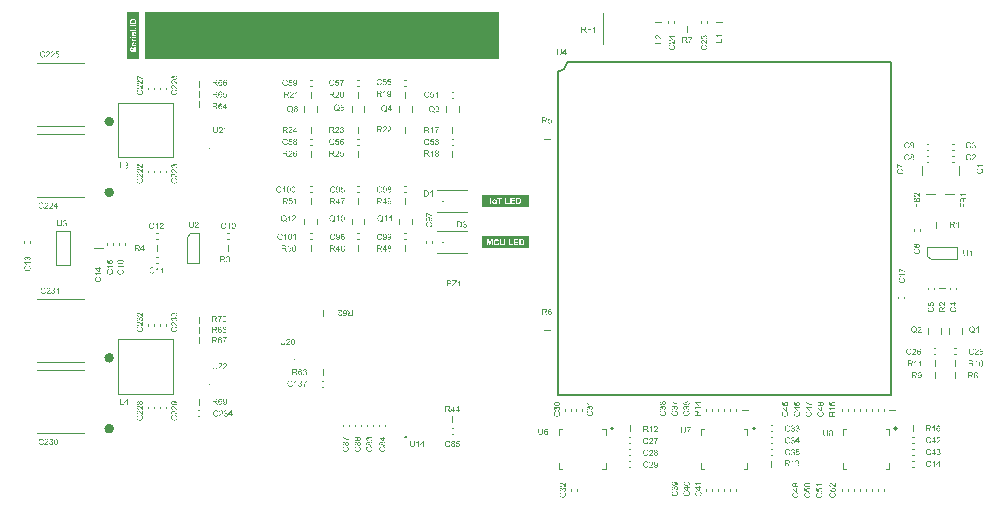
<source format=gto>
G04*
G04 #@! TF.GenerationSoftware,Altium Limited,Altium Designer,20.0.13 (296)*
G04*
G04 Layer_Color=65535*
%FSLAX25Y25*%
%MOIN*%
G70*
G01*
G75*
%ADD10C,0.00394*%
%ADD11C,0.00787*%
%ADD12C,0.00984*%
%ADD13C,0.00500*%
%ADD14C,0.01575*%
%ADD15C,0.00197*%
G36*
X167323Y78740D02*
X151575D01*
Y82677D01*
X167323D01*
Y78740D01*
D02*
G37*
G36*
X157382Y141732D02*
X39272D01*
Y157480D01*
X157382D01*
Y141732D01*
D02*
G37*
G36*
X167323Y92520D02*
X151575D01*
Y96457D01*
X167323D01*
Y92520D01*
D02*
G37*
G36*
X37303Y141732D02*
X33366D01*
Y157480D01*
X37303D01*
Y141732D01*
D02*
G37*
G36*
X89680Y117808D02*
X89953D01*
Y117581D01*
X89680D01*
Y117098D01*
X89432D01*
Y117581D01*
X88557D01*
Y117808D01*
X89477Y119116D01*
X89680D01*
Y117808D01*
D02*
G37*
G36*
X87768Y119121D02*
X87787D01*
X87811Y119117D01*
X87841Y119114D01*
X87873Y119109D01*
X87906Y119103D01*
X87943Y119095D01*
X87979Y119084D01*
X88018Y119070D01*
X88056Y119054D01*
X88095Y119037D01*
X88132Y119014D01*
X88166Y118990D01*
X88200Y118962D01*
X88201Y118960D01*
X88207Y118955D01*
X88216Y118946D01*
X88226Y118934D01*
X88240Y118918D01*
X88254Y118899D01*
X88268Y118876D01*
X88286Y118851D01*
X88301Y118823D01*
X88315Y118794D01*
X88331Y118760D01*
X88343Y118725D01*
X88354Y118689D01*
X88362Y118648D01*
X88368Y118606D01*
X88370Y118563D01*
Y118561D01*
Y118557D01*
Y118550D01*
Y118542D01*
X88368Y118531D01*
Y118517D01*
X88362Y118487D01*
X88357Y118451D01*
X88349Y118410D01*
X88336Y118367D01*
X88319Y118323D01*
Y118321D01*
X88317Y118318D01*
X88314Y118311D01*
X88310Y118304D01*
X88305Y118291D01*
X88298Y118279D01*
X88289Y118265D01*
X88280Y118249D01*
X88258Y118213D01*
X88230Y118171D01*
X88195Y118125D01*
X88154Y118078D01*
X88152Y118076D01*
X88149Y118073D01*
X88142Y118064D01*
X88133Y118053D01*
X88119Y118041D01*
X88103Y118025D01*
X88086Y118006D01*
X88065Y117985D01*
X88039Y117961D01*
X88011Y117934D01*
X87981Y117905D01*
X87946Y117873D01*
X87909Y117840D01*
X87867Y117803D01*
X87824Y117765D01*
X87774Y117723D01*
X87773Y117721D01*
X87764Y117714D01*
X87753Y117705D01*
X87738Y117693D01*
X87720Y117677D01*
X87701Y117660D01*
X87678Y117640D01*
X87656Y117621D01*
X87607Y117579D01*
X87559Y117537D01*
X87538Y117518D01*
X87517Y117499D01*
X87502Y117483D01*
X87488Y117469D01*
X87484Y117465D01*
X87477Y117458D01*
X87465Y117444D01*
X87451Y117427D01*
X87435Y117408D01*
X87418Y117385D01*
X87400Y117360D01*
X87384Y117336D01*
X88373D01*
Y117098D01*
X87040D01*
Y117100D01*
Y117101D01*
Y117107D01*
Y117114D01*
Y117131D01*
X87041Y117152D01*
X87045Y117178D01*
X87050Y117208D01*
X87057Y117238D01*
X87068Y117269D01*
Y117271D01*
X87069Y117276D01*
X87073Y117283D01*
X87078Y117292D01*
X87083Y117304D01*
X87090Y117320D01*
X87097Y117336D01*
X87108Y117353D01*
X87129Y117395D01*
X87159Y117439D01*
X87192Y117488D01*
X87230Y117537D01*
X87232Y117539D01*
X87236Y117542D01*
X87243Y117551D01*
X87251Y117560D01*
X87264Y117572D01*
X87278Y117588D01*
X87293Y117605D01*
X87313Y117625D01*
X87335Y117646D01*
X87358Y117668D01*
X87386Y117695D01*
X87414Y117721D01*
X87446Y117749D01*
X87479Y117779D01*
X87515Y117810D01*
X87554Y117842D01*
X87556D01*
X87558Y117845D01*
X87568Y117854D01*
X87586Y117868D01*
X87607Y117887D01*
X87635Y117910D01*
X87664Y117936D01*
X87698Y117966D01*
X87733Y117997D01*
X87769Y118031D01*
X87808Y118066D01*
X87845Y118101D01*
X87881Y118137D01*
X87915Y118172D01*
X87946Y118207D01*
X87974Y118239D01*
X87999Y118270D01*
X88000Y118272D01*
X88004Y118277D01*
X88009Y118286D01*
X88016Y118297D01*
X88025Y118311D01*
X88035Y118328D01*
X88046Y118346D01*
X88056Y118367D01*
X88077Y118412D01*
X88097Y118463D01*
X88103Y118489D01*
X88109Y118515D01*
X88112Y118542D01*
X88114Y118568D01*
Y118570D01*
Y118575D01*
Y118582D01*
X88112Y118592D01*
X88111Y118605D01*
X88109Y118620D01*
X88105Y118636D01*
X88102Y118654D01*
X88088Y118694D01*
X88081Y118713D01*
X88070Y118734D01*
X88058Y118755D01*
X88044Y118776D01*
X88028Y118797D01*
X88009Y118816D01*
X88007Y118818D01*
X88004Y118822D01*
X87999Y118825D01*
X87990Y118832D01*
X87979Y118839D01*
X87967Y118848D01*
X87953Y118858D01*
X87936Y118867D01*
X87916Y118876D01*
X87895Y118886D01*
X87873Y118895D01*
X87848Y118902D01*
X87824Y118909D01*
X87796Y118914D01*
X87766Y118916D01*
X87734Y118918D01*
X87717D01*
X87704Y118916D01*
X87691Y118914D01*
X87673Y118913D01*
X87652Y118909D01*
X87631Y118904D01*
X87586Y118892D01*
X87563Y118883D01*
X87538Y118872D01*
X87515Y118860D01*
X87493Y118844D01*
X87470Y118829D01*
X87449Y118809D01*
X87447Y118808D01*
X87444Y118804D01*
X87438Y118799D01*
X87433Y118790D01*
X87424Y118778D01*
X87416Y118766D01*
X87405Y118750D01*
X87397Y118732D01*
X87386Y118711D01*
X87375Y118689D01*
X87367Y118664D01*
X87360Y118638D01*
X87353Y118610D01*
X87348Y118578D01*
X87344Y118547D01*
X87342Y118512D01*
X87087Y118538D01*
Y118542D01*
X87089Y118550D01*
X87090Y118566D01*
X87094Y118585D01*
X87097Y118608D01*
X87104Y118636D01*
X87111Y118666D01*
X87120Y118699D01*
X87132Y118734D01*
X87145Y118769D01*
X87160Y118806D01*
X87179Y118841D01*
X87200Y118878D01*
X87223Y118911D01*
X87251Y118942D01*
X87281Y118972D01*
X87283Y118974D01*
X87290Y118979D01*
X87299Y118986D01*
X87313Y118995D01*
X87330Y119007D01*
X87351Y119019D01*
X87375Y119033D01*
X87404Y119047D01*
X87433Y119061D01*
X87468Y119075D01*
X87507Y119088D01*
X87547Y119100D01*
X87591Y119109D01*
X87638Y119116D01*
X87687Y119121D01*
X87739Y119123D01*
X87752D01*
X87768Y119121D01*
D02*
G37*
G36*
X86102Y119114D02*
X86128Y119112D01*
X86156Y119110D01*
X86187Y119109D01*
X86254Y119102D01*
X86322Y119093D01*
X86355Y119086D01*
X86387Y119079D01*
X86417Y119070D01*
X86445Y119060D01*
X86446D01*
X86452Y119058D01*
X86459Y119054D01*
X86467Y119049D01*
X86480Y119042D01*
X86494Y119035D01*
X86525Y119016D01*
X86560Y118990D01*
X86579Y118974D01*
X86599Y118956D01*
X86616Y118937D01*
X86635Y118914D01*
X86653Y118892D01*
X86669Y118867D01*
X86670Y118865D01*
X86672Y118860D01*
X86676Y118853D01*
X86683Y118843D01*
X86688Y118830D01*
X86695Y118815D01*
X86703Y118797D01*
X86711Y118778D01*
X86719Y118757D01*
X86726Y118734D01*
X86740Y118682D01*
X86749Y118626D01*
X86751Y118596D01*
X86752Y118564D01*
Y118563D01*
Y118556D01*
Y118543D01*
X86751Y118529D01*
X86749Y118510D01*
X86746Y118489D01*
X86740Y118465D01*
X86735Y118438D01*
X86728Y118412D01*
X86719Y118382D01*
X86707Y118353D01*
X86693Y118321D01*
X86677Y118291D01*
X86658Y118260D01*
X86637Y118230D01*
X86612Y118202D01*
X86611Y118200D01*
X86606Y118195D01*
X86599Y118188D01*
X86586Y118179D01*
X86572Y118167D01*
X86553Y118153D01*
X86532Y118139D01*
X86508Y118123D01*
X86480Y118108D01*
X86448Y118092D01*
X86411Y118076D01*
X86373Y118062D01*
X86331Y118048D01*
X86285Y118036D01*
X86236Y118025D01*
X86184Y118017D01*
X86186D01*
X86189Y118015D01*
X86194Y118011D01*
X86201Y118008D01*
X86221Y117997D01*
X86243Y117985D01*
X86270Y117969D01*
X86298Y117952D01*
X86322Y117934D01*
X86345Y117915D01*
X86347Y117913D01*
X86350Y117910D01*
X86357Y117905D01*
X86364Y117896D01*
X86374Y117885D01*
X86387Y117873D01*
X86401Y117859D01*
X86417Y117842D01*
X86432Y117822D01*
X86450Y117803D01*
X86487Y117758D01*
X86527Y117705D01*
X86565Y117647D01*
X86915Y117098D01*
X86581D01*
X86315Y117518D01*
X86313Y117520D01*
X86310Y117527D01*
X86304Y117535D01*
X86296Y117548D01*
X86285Y117563D01*
X86275Y117581D01*
X86261Y117600D01*
X86247Y117619D01*
X86217Y117665D01*
X86184Y117710D01*
X86152Y117754D01*
X86137Y117775D01*
X86123Y117794D01*
Y117796D01*
X86119Y117798D01*
X86115Y117803D01*
X86110Y117810D01*
X86096Y117828D01*
X86077Y117849D01*
X86056Y117870D01*
X86033Y117892D01*
X86009Y117913D01*
X85986Y117929D01*
X85984Y117931D01*
X85975Y117936D01*
X85963Y117941D01*
X85949Y117950D01*
X85930Y117959D01*
X85911Y117968D01*
X85888Y117976D01*
X85865Y117983D01*
X85864D01*
X85857Y117985D01*
X85846Y117987D01*
X85830Y117989D01*
X85809Y117990D01*
X85783Y117992D01*
X85753Y117994D01*
X85409D01*
Y117098D01*
X85141D01*
Y119116D01*
X86079D01*
X86102Y119114D01*
D02*
G37*
G36*
X104893Y119138D02*
X104907D01*
X104924Y119137D01*
X104943Y119135D01*
X104964Y119131D01*
X105012Y119123D01*
X105064Y119110D01*
X105117Y119093D01*
X105169Y119068D01*
X105171D01*
X105176Y119065D01*
X105183Y119061D01*
X105192Y119056D01*
X105204Y119049D01*
X105216Y119040D01*
X105248Y119018D01*
X105281Y118991D01*
X105316Y118958D01*
X105351Y118920D01*
X105381Y118876D01*
X105383Y118874D01*
X105384Y118871D01*
X105388Y118864D01*
X105393Y118855D01*
X105398Y118843D01*
X105405Y118830D01*
X105412Y118815D01*
X105419Y118797D01*
X105432Y118759D01*
X105444Y118715D01*
X105453Y118666D01*
X105456Y118641D01*
Y118615D01*
Y118613D01*
Y118610D01*
Y118603D01*
X105454Y118594D01*
Y118582D01*
X105453Y118568D01*
X105447Y118536D01*
X105439Y118500D01*
X105426Y118459D01*
X105409Y118419D01*
X105384Y118377D01*
Y118375D01*
X105381Y118372D01*
X105377Y118367D01*
X105372Y118360D01*
X105355Y118340D01*
X105332Y118316D01*
X105304Y118290D01*
X105267Y118260D01*
X105225Y118234D01*
X105178Y118207D01*
X105180D01*
X105187Y118206D01*
X105195Y118202D01*
X105208Y118199D01*
X105222Y118193D01*
X105239Y118188D01*
X105258Y118179D01*
X105279Y118171D01*
X105325Y118148D01*
X105348Y118134D01*
X105370Y118118D01*
X105393Y118101D01*
X105416Y118080D01*
X105437Y118059D01*
X105456Y118036D01*
X105458Y118034D01*
X105460Y118031D01*
X105465Y118022D01*
X105472Y118013D01*
X105479Y117999D01*
X105488Y117985D01*
X105496Y117968D01*
X105507Y117947D01*
X105516Y117924D01*
X105524Y117899D01*
X105533Y117873D01*
X105540Y117843D01*
X105547Y117814D01*
X105552Y117780D01*
X105554Y117747D01*
X105556Y117710D01*
Y117707D01*
Y117698D01*
X105554Y117684D01*
X105552Y117667D01*
X105551Y117644D01*
X105545Y117618D01*
X105540Y117588D01*
X105531Y117555D01*
X105521Y117521D01*
X105509Y117485D01*
X105493Y117448D01*
X105474Y117409D01*
X105451Y117373D01*
X105426Y117334D01*
X105397Y117297D01*
X105362Y117262D01*
X105360Y117261D01*
X105353Y117255D01*
X105342Y117245D01*
X105327Y117234D01*
X105307Y117220D01*
X105285Y117205D01*
X105258Y117189D01*
X105229Y117171D01*
X105195Y117154D01*
X105159Y117138D01*
X105118Y117122D01*
X105075Y117108D01*
X105029Y117098D01*
X104980Y117089D01*
X104929Y117082D01*
X104875Y117080D01*
X104863D01*
X104849Y117082D01*
X104831D01*
X104809Y117086D01*
X104782Y117089D01*
X104753Y117094D01*
X104721Y117100D01*
X104686Y117108D01*
X104651Y117119D01*
X104614Y117131D01*
X104578Y117147D01*
X104539Y117164D01*
X104504Y117185D01*
X104467Y117210D01*
X104434Y117238D01*
X104432Y117240D01*
X104427Y117245D01*
X104418Y117254D01*
X104406Y117268D01*
X104392Y117283D01*
X104378Y117301D01*
X104361Y117324D01*
X104343Y117350D01*
X104326Y117378D01*
X104308Y117408D01*
X104292Y117443D01*
X104277Y117479D01*
X104263Y117518D01*
X104250Y117560D01*
X104242Y117604D01*
X104235Y117649D01*
X104483Y117682D01*
Y117681D01*
X104485Y117674D01*
X104488Y117663D01*
X104492Y117647D01*
X104495Y117630D01*
X104502Y117611D01*
X104509Y117588D01*
X104516Y117565D01*
X104537Y117514D01*
X104562Y117465D01*
X104576Y117441D01*
X104592Y117418D01*
X104609Y117397D01*
X104627Y117378D01*
X104628Y117376D01*
X104632Y117374D01*
X104637Y117369D01*
X104646Y117364D01*
X104655Y117357D01*
X104667Y117348D01*
X104681Y117339D01*
X104697Y117332D01*
X104733Y117315D01*
X104775Y117299D01*
X104824Y117289D01*
X104851Y117287D01*
X104877Y117285D01*
X104894D01*
X104907Y117287D01*
X104921Y117289D01*
X104938Y117292D01*
X104957Y117296D01*
X104980Y117301D01*
X105003Y117306D01*
X105026Y117315D01*
X105050Y117324D01*
X105076Y117336D01*
X105101Y117350D01*
X105125Y117366D01*
X105150Y117385D01*
X105173Y117406D01*
X105174Y117408D01*
X105178Y117411D01*
X105183Y117418D01*
X105192Y117427D01*
X105201Y117439D01*
X105211Y117453D01*
X105222Y117471D01*
X105234Y117488D01*
X105244Y117509D01*
X105255Y117532D01*
X105265Y117556D01*
X105274Y117583D01*
X105283Y117611D01*
X105288Y117640D01*
X105292Y117672D01*
X105293Y117705D01*
Y117707D01*
Y117712D01*
Y117721D01*
X105292Y117733D01*
X105290Y117749D01*
X105288Y117765D01*
X105285Y117784D01*
X105279Y117805D01*
X105265Y117849D01*
X105257Y117873D01*
X105246Y117896D01*
X105234Y117920D01*
X105218Y117943D01*
X105201Y117966D01*
X105181Y117987D01*
X105180Y117989D01*
X105176Y117992D01*
X105169Y117997D01*
X105162Y118004D01*
X105150Y118013D01*
X105138Y118022D01*
X105122Y118032D01*
X105104Y118043D01*
X105085Y118052D01*
X105062Y118062D01*
X105040Y118071D01*
X105015Y118080D01*
X104987Y118087D01*
X104959Y118092D01*
X104929Y118095D01*
X104898Y118097D01*
X104886D01*
X104870Y118095D01*
X104851Y118094D01*
X104824Y118090D01*
X104795Y118087D01*
X104761Y118080D01*
X104723Y118071D01*
X104751Y118288D01*
X104754D01*
X104765Y118286D01*
X104779Y118284D01*
X104807D01*
X104817Y118286D01*
X104831D01*
X104847Y118290D01*
X104866Y118291D01*
X104886Y118295D01*
X104929Y118305D01*
X104977Y118319D01*
X105026Y118340D01*
X105050Y118353D01*
X105075Y118367D01*
X105076Y118368D01*
X105080Y118370D01*
X105087Y118375D01*
X105094Y118382D01*
X105104Y118391D01*
X105115Y118402D01*
X105125Y118414D01*
X105138Y118430D01*
X105150Y118447D01*
X105160Y118465D01*
X105171Y118486D01*
X105181Y118508D01*
X105188Y118535D01*
X105195Y118561D01*
X105199Y118591D01*
X105201Y118622D01*
Y118624D01*
Y118627D01*
Y118634D01*
X105199Y118645D01*
X105197Y118655D01*
X105195Y118669D01*
X105188Y118701D01*
X105178Y118736D01*
X105162Y118774D01*
X105152Y118792D01*
X105139Y118811D01*
X105124Y118829D01*
X105108Y118846D01*
X105106Y118848D01*
X105104Y118850D01*
X105099Y118855D01*
X105090Y118860D01*
X105082Y118867D01*
X105071Y118874D01*
X105059Y118883D01*
X105043Y118892D01*
X105010Y118909D01*
X104968Y118923D01*
X104922Y118934D01*
X104896Y118935D01*
X104870Y118937D01*
X104856D01*
X104845Y118935D01*
X104833Y118934D01*
X104819Y118932D01*
X104786Y118927D01*
X104749Y118914D01*
X104709Y118899D01*
X104688Y118888D01*
X104669Y118876D01*
X104649Y118862D01*
X104630Y118846D01*
X104628Y118844D01*
X104627Y118843D01*
X104621Y118837D01*
X104614Y118829D01*
X104607Y118820D01*
X104599Y118808D01*
X104588Y118794D01*
X104579Y118778D01*
X104569Y118760D01*
X104558Y118739D01*
X104548Y118717D01*
X104537Y118692D01*
X104529Y118666D01*
X104520Y118638D01*
X104513Y118606D01*
X104508Y118573D01*
X104259Y118617D01*
Y118620D01*
X104261Y118627D01*
X104264Y118641D01*
X104268Y118657D01*
X104275Y118678D01*
X104282Y118703D01*
X104291Y118729D01*
X104301Y118759D01*
X104313Y118788D01*
X104329Y118820D01*
X104345Y118851D01*
X104364Y118885D01*
X104385Y118916D01*
X104410Y118946D01*
X104436Y118976D01*
X104464Y119002D01*
X104466Y119004D01*
X104471Y119007D01*
X104480Y119014D01*
X104494Y119023D01*
X104509Y119033D01*
X104527Y119046D01*
X104550Y119058D01*
X104574Y119072D01*
X104602Y119084D01*
X104632Y119096D01*
X104665Y119109D01*
X104700Y119119D01*
X104739Y119128D01*
X104779Y119135D01*
X104821Y119138D01*
X104865Y119140D01*
X104880D01*
X104893Y119138D01*
D02*
G37*
G36*
X103361D02*
X103381D01*
X103405Y119135D01*
X103435Y119131D01*
X103466Y119126D01*
X103500Y119121D01*
X103536Y119112D01*
X103573Y119102D01*
X103612Y119088D01*
X103650Y119072D01*
X103689Y119054D01*
X103725Y119032D01*
X103760Y119007D01*
X103794Y118979D01*
X103795Y118977D01*
X103801Y118972D01*
X103809Y118963D01*
X103820Y118951D01*
X103834Y118935D01*
X103848Y118916D01*
X103862Y118893D01*
X103879Y118869D01*
X103895Y118841D01*
X103909Y118811D01*
X103925Y118778D01*
X103937Y118743D01*
X103948Y118706D01*
X103956Y118666D01*
X103962Y118624D01*
X103963Y118580D01*
Y118578D01*
Y118575D01*
Y118568D01*
Y118559D01*
X103962Y118549D01*
Y118535D01*
X103956Y118505D01*
X103951Y118468D01*
X103942Y118428D01*
X103930Y118384D01*
X103913Y118340D01*
Y118339D01*
X103911Y118335D01*
X103907Y118328D01*
X103904Y118321D01*
X103899Y118309D01*
X103892Y118297D01*
X103883Y118283D01*
X103874Y118267D01*
X103851Y118230D01*
X103823Y118188D01*
X103788Y118143D01*
X103748Y118095D01*
X103746Y118094D01*
X103743Y118090D01*
X103736Y118081D01*
X103727Y118071D01*
X103713Y118059D01*
X103697Y118043D01*
X103680Y118024D01*
X103659Y118003D01*
X103633Y117978D01*
X103605Y117952D01*
X103575Y117922D01*
X103540Y117891D01*
X103503Y117857D01*
X103461Y117821D01*
X103417Y117782D01*
X103368Y117740D01*
X103367Y117738D01*
X103358Y117731D01*
X103347Y117723D01*
X103332Y117710D01*
X103314Y117695D01*
X103295Y117677D01*
X103272Y117658D01*
X103249Y117639D01*
X103200Y117597D01*
X103153Y117555D01*
X103132Y117535D01*
X103111Y117516D01*
X103095Y117500D01*
X103081Y117486D01*
X103078Y117483D01*
X103071Y117476D01*
X103059Y117462D01*
X103045Y117444D01*
X103029Y117425D01*
X103011Y117402D01*
X102994Y117378D01*
X102978Y117353D01*
X103967D01*
Y117115D01*
X102633D01*
Y117117D01*
Y117119D01*
Y117124D01*
Y117131D01*
Y117149D01*
X102635Y117170D01*
X102639Y117196D01*
X102644Y117226D01*
X102651Y117255D01*
X102661Y117287D01*
Y117289D01*
X102663Y117294D01*
X102667Y117301D01*
X102672Y117310D01*
X102677Y117322D01*
X102684Y117338D01*
X102691Y117353D01*
X102702Y117371D01*
X102723Y117413D01*
X102752Y117457D01*
X102786Y117506D01*
X102824Y117555D01*
X102826Y117556D01*
X102829Y117560D01*
X102836Y117569D01*
X102845Y117577D01*
X102857Y117590D01*
X102871Y117605D01*
X102887Y117623D01*
X102906Y117642D01*
X102929Y117663D01*
X102952Y117686D01*
X102980Y117712D01*
X103008Y117738D01*
X103039Y117766D01*
X103073Y117796D01*
X103109Y117828D01*
X103148Y117859D01*
X103150D01*
X103151Y117863D01*
X103162Y117871D01*
X103179Y117885D01*
X103200Y117905D01*
X103228Y117927D01*
X103258Y117954D01*
X103291Y117983D01*
X103326Y118015D01*
X103363Y118048D01*
X103402Y118083D01*
X103438Y118118D01*
X103475Y118155D01*
X103508Y118190D01*
X103540Y118225D01*
X103568Y118256D01*
X103592Y118288D01*
X103594Y118290D01*
X103598Y118295D01*
X103603Y118304D01*
X103610Y118314D01*
X103619Y118328D01*
X103629Y118346D01*
X103640Y118363D01*
X103650Y118384D01*
X103671Y118430D01*
X103690Y118480D01*
X103697Y118507D01*
X103703Y118533D01*
X103706Y118559D01*
X103708Y118585D01*
Y118587D01*
Y118592D01*
Y118599D01*
X103706Y118610D01*
X103704Y118622D01*
X103703Y118638D01*
X103699Y118654D01*
X103696Y118671D01*
X103682Y118711D01*
X103675Y118731D01*
X103664Y118752D01*
X103652Y118773D01*
X103638Y118794D01*
X103622Y118815D01*
X103603Y118834D01*
X103601Y118836D01*
X103598Y118839D01*
X103592Y118843D01*
X103584Y118850D01*
X103573Y118857D01*
X103561Y118865D01*
X103547Y118876D01*
X103529Y118885D01*
X103510Y118893D01*
X103489Y118904D01*
X103466Y118913D01*
X103442Y118920D01*
X103417Y118927D01*
X103389Y118932D01*
X103360Y118934D01*
X103328Y118935D01*
X103311D01*
X103298Y118934D01*
X103284Y118932D01*
X103267Y118930D01*
X103246Y118927D01*
X103225Y118921D01*
X103179Y118909D01*
X103157Y118900D01*
X103132Y118890D01*
X103109Y118878D01*
X103087Y118862D01*
X103064Y118846D01*
X103043Y118827D01*
X103041Y118825D01*
X103038Y118822D01*
X103032Y118816D01*
X103027Y118808D01*
X103018Y118795D01*
X103010Y118783D01*
X102999Y118767D01*
X102990Y118750D01*
X102980Y118729D01*
X102969Y118706D01*
X102961Y118682D01*
X102954Y118655D01*
X102947Y118627D01*
X102941Y118596D01*
X102938Y118564D01*
X102936Y118529D01*
X102681Y118556D01*
Y118559D01*
X102682Y118568D01*
X102684Y118584D01*
X102688Y118603D01*
X102691Y118626D01*
X102698Y118654D01*
X102705Y118683D01*
X102714Y118717D01*
X102726Y118752D01*
X102738Y118787D01*
X102754Y118823D01*
X102773Y118858D01*
X102794Y118895D01*
X102817Y118928D01*
X102845Y118960D01*
X102875Y118990D01*
X102877Y118991D01*
X102884Y118997D01*
X102892Y119004D01*
X102906Y119012D01*
X102924Y119025D01*
X102945Y119037D01*
X102969Y119051D01*
X102997Y119065D01*
X103027Y119079D01*
X103062Y119093D01*
X103101Y119105D01*
X103141Y119117D01*
X103185Y119126D01*
X103232Y119133D01*
X103281Y119138D01*
X103333Y119140D01*
X103346D01*
X103361Y119138D01*
D02*
G37*
G36*
X101695Y119131D02*
X101722Y119130D01*
X101750Y119128D01*
X101781Y119126D01*
X101848Y119119D01*
X101916Y119110D01*
X101949Y119103D01*
X101981Y119096D01*
X102010Y119088D01*
X102038Y119077D01*
X102040D01*
X102045Y119075D01*
X102052Y119072D01*
X102061Y119067D01*
X102073Y119060D01*
X102087Y119053D01*
X102119Y119033D01*
X102154Y119007D01*
X102173Y118991D01*
X102192Y118974D01*
X102210Y118955D01*
X102229Y118932D01*
X102247Y118909D01*
X102262Y118885D01*
X102264Y118883D01*
X102266Y118878D01*
X102269Y118871D01*
X102276Y118860D01*
X102282Y118848D01*
X102289Y118832D01*
X102297Y118815D01*
X102304Y118795D01*
X102313Y118774D01*
X102320Y118752D01*
X102334Y118699D01*
X102343Y118643D01*
X102345Y118613D01*
X102346Y118582D01*
Y118580D01*
Y118573D01*
Y118561D01*
X102345Y118547D01*
X102343Y118528D01*
X102339Y118507D01*
X102334Y118482D01*
X102329Y118456D01*
X102322Y118430D01*
X102313Y118400D01*
X102301Y118370D01*
X102287Y118339D01*
X102271Y118309D01*
X102252Y118277D01*
X102231Y118248D01*
X102206Y118220D01*
X102205Y118218D01*
X102199Y118213D01*
X102192Y118206D01*
X102180Y118197D01*
X102166Y118185D01*
X102147Y118171D01*
X102126Y118157D01*
X102101Y118141D01*
X102073Y118125D01*
X102042Y118109D01*
X102005Y118094D01*
X101967Y118080D01*
X101925Y118066D01*
X101879Y118053D01*
X101830Y118043D01*
X101778Y118034D01*
X101779D01*
X101783Y118032D01*
X101788Y118029D01*
X101795Y118025D01*
X101814Y118015D01*
X101837Y118003D01*
X101863Y117987D01*
X101891Y117969D01*
X101916Y117952D01*
X101939Y117933D01*
X101940Y117931D01*
X101944Y117927D01*
X101951Y117922D01*
X101958Y117913D01*
X101968Y117903D01*
X101981Y117891D01*
X101995Y117877D01*
X102010Y117859D01*
X102026Y117840D01*
X102044Y117821D01*
X102080Y117775D01*
X102121Y117723D01*
X102159Y117665D01*
X102509Y117115D01*
X102175D01*
X101909Y117535D01*
X101907Y117537D01*
X101904Y117544D01*
X101898Y117553D01*
X101890Y117565D01*
X101879Y117581D01*
X101869Y117598D01*
X101855Y117618D01*
X101841Y117637D01*
X101811Y117682D01*
X101778Y117728D01*
X101746Y117772D01*
X101730Y117793D01*
X101716Y117812D01*
Y117814D01*
X101713Y117815D01*
X101709Y117821D01*
X101704Y117828D01*
X101690Y117845D01*
X101671Y117866D01*
X101650Y117887D01*
X101627Y117910D01*
X101603Y117931D01*
X101580Y117947D01*
X101578Y117948D01*
X101569Y117954D01*
X101557Y117959D01*
X101543Y117968D01*
X101524Y117976D01*
X101505Y117985D01*
X101482Y117994D01*
X101459Y118001D01*
X101457D01*
X101450Y118003D01*
X101440Y118004D01*
X101424Y118006D01*
X101403Y118008D01*
X101377Y118010D01*
X101347Y118011D01*
X101002D01*
Y117115D01*
X100735D01*
Y119133D01*
X101673D01*
X101695Y119131D01*
D02*
G37*
G36*
X120756Y119349D02*
X120775D01*
X120800Y119346D01*
X120830Y119342D01*
X120861Y119337D01*
X120895Y119332D01*
X120931Y119323D01*
X120968Y119313D01*
X121007Y119299D01*
X121045Y119283D01*
X121083Y119265D01*
X121120Y119243D01*
X121155Y119218D01*
X121188Y119190D01*
X121190Y119188D01*
X121195Y119183D01*
X121204Y119174D01*
X121215Y119162D01*
X121229Y119146D01*
X121243Y119127D01*
X121257Y119104D01*
X121274Y119080D01*
X121290Y119052D01*
X121304Y119022D01*
X121320Y118989D01*
X121332Y118954D01*
X121343Y118917D01*
X121351Y118877D01*
X121356Y118835D01*
X121358Y118791D01*
Y118789D01*
Y118786D01*
Y118779D01*
Y118770D01*
X121356Y118760D01*
Y118746D01*
X121351Y118716D01*
X121346Y118679D01*
X121337Y118639D01*
X121325Y118595D01*
X121308Y118551D01*
Y118550D01*
X121306Y118546D01*
X121302Y118539D01*
X121299Y118532D01*
X121293Y118520D01*
X121286Y118508D01*
X121278Y118493D01*
X121269Y118478D01*
X121246Y118441D01*
X121218Y118399D01*
X121183Y118353D01*
X121143Y118306D01*
X121141Y118305D01*
X121138Y118301D01*
X121131Y118292D01*
X121122Y118282D01*
X121108Y118270D01*
X121092Y118254D01*
X121075Y118235D01*
X121054Y118213D01*
X121028Y118189D01*
X121000Y118163D01*
X120970Y118133D01*
X120935Y118102D01*
X120898Y118068D01*
X120856Y118032D01*
X120812Y117993D01*
X120763Y117951D01*
X120762Y117949D01*
X120753Y117942D01*
X120742Y117933D01*
X120727Y117921D01*
X120709Y117905D01*
X120690Y117888D01*
X120667Y117869D01*
X120644Y117850D01*
X120595Y117807D01*
X120548Y117765D01*
X120527Y117746D01*
X120506Y117727D01*
X120490Y117711D01*
X120476Y117697D01*
X120473Y117694D01*
X120466Y117687D01*
X120454Y117673D01*
X120440Y117655D01*
X120424Y117636D01*
X120406Y117613D01*
X120389Y117589D01*
X120373Y117564D01*
X121362D01*
Y117326D01*
X120028D01*
Y117328D01*
Y117330D01*
Y117335D01*
Y117342D01*
Y117359D01*
X120030Y117380D01*
X120034Y117407D01*
X120039Y117437D01*
X120046Y117466D01*
X120056Y117498D01*
Y117499D01*
X120058Y117505D01*
X120062Y117512D01*
X120067Y117520D01*
X120072Y117533D01*
X120079Y117549D01*
X120086Y117564D01*
X120097Y117582D01*
X120117Y117624D01*
X120147Y117667D01*
X120180Y117717D01*
X120219Y117765D01*
X120221Y117767D01*
X120224Y117771D01*
X120231Y117780D01*
X120240Y117788D01*
X120252Y117800D01*
X120266Y117816D01*
X120282Y117834D01*
X120301Y117853D01*
X120324Y117874D01*
X120347Y117897D01*
X120375Y117923D01*
X120403Y117949D01*
X120434Y117977D01*
X120467Y118007D01*
X120504Y118038D01*
X120543Y118070D01*
X120545D01*
X120546Y118073D01*
X120557Y118082D01*
X120574Y118096D01*
X120595Y118115D01*
X120623Y118138D01*
X120653Y118165D01*
X120686Y118194D01*
X120721Y118226D01*
X120758Y118259D01*
X120797Y118294D01*
X120833Y118329D01*
X120870Y118366D01*
X120903Y118401D01*
X120935Y118436D01*
X120963Y118467D01*
X120987Y118499D01*
X120989Y118500D01*
X120993Y118506D01*
X120998Y118515D01*
X121005Y118525D01*
X121013Y118539D01*
X121024Y118556D01*
X121035Y118574D01*
X121045Y118595D01*
X121066Y118640D01*
X121085Y118691D01*
X121092Y118718D01*
X121098Y118744D01*
X121101Y118770D01*
X121103Y118796D01*
Y118798D01*
Y118803D01*
Y118810D01*
X121101Y118821D01*
X121099Y118833D01*
X121098Y118849D01*
X121094Y118865D01*
X121090Y118882D01*
X121077Y118922D01*
X121070Y118941D01*
X121059Y118963D01*
X121047Y118983D01*
X121033Y119004D01*
X121017Y119026D01*
X120998Y119045D01*
X120996Y119046D01*
X120993Y119050D01*
X120987Y119053D01*
X120978Y119061D01*
X120968Y119068D01*
X120956Y119076D01*
X120942Y119087D01*
X120924Y119096D01*
X120905Y119104D01*
X120884Y119115D01*
X120861Y119123D01*
X120837Y119131D01*
X120812Y119138D01*
X120784Y119143D01*
X120755Y119144D01*
X120723Y119146D01*
X120705D01*
X120693Y119144D01*
X120679Y119143D01*
X120662Y119141D01*
X120641Y119138D01*
X120620Y119132D01*
X120574Y119120D01*
X120552Y119111D01*
X120527Y119101D01*
X120504Y119088D01*
X120482Y119073D01*
X120459Y119057D01*
X120438Y119038D01*
X120436Y119036D01*
X120432Y119033D01*
X120427Y119027D01*
X120422Y119018D01*
X120413Y119006D01*
X120405Y118994D01*
X120394Y118978D01*
X120385Y118961D01*
X120375Y118940D01*
X120364Y118917D01*
X120355Y118893D01*
X120349Y118866D01*
X120342Y118838D01*
X120336Y118807D01*
X120333Y118775D01*
X120331Y118740D01*
X120076Y118766D01*
Y118770D01*
X120077Y118779D01*
X120079Y118795D01*
X120082Y118814D01*
X120086Y118836D01*
X120093Y118865D01*
X120100Y118894D01*
X120109Y118928D01*
X120121Y118963D01*
X120133Y118998D01*
X120149Y119034D01*
X120168Y119069D01*
X120189Y119106D01*
X120212Y119139D01*
X120240Y119171D01*
X120270Y119201D01*
X120272Y119202D01*
X120279Y119208D01*
X120287Y119214D01*
X120301Y119223D01*
X120319Y119236D01*
X120340Y119248D01*
X120364Y119262D01*
X120392Y119276D01*
X120422Y119290D01*
X120457Y119304D01*
X120495Y119316D01*
X120536Y119328D01*
X120580Y119337D01*
X120627Y119344D01*
X120676Y119349D01*
X120728Y119351D01*
X120740D01*
X120756Y119349D01*
D02*
G37*
G36*
X119188D02*
X119208D01*
X119232Y119346D01*
X119262Y119342D01*
X119293Y119337D01*
X119326Y119332D01*
X119363Y119323D01*
X119400Y119313D01*
X119439Y119299D01*
X119477Y119283D01*
X119516Y119265D01*
X119552Y119243D01*
X119587Y119218D01*
X119621Y119190D01*
X119622Y119188D01*
X119627Y119183D01*
X119636Y119174D01*
X119647Y119162D01*
X119661Y119146D01*
X119675Y119127D01*
X119689Y119104D01*
X119706Y119080D01*
X119722Y119052D01*
X119736Y119022D01*
X119752Y118989D01*
X119764Y118954D01*
X119774Y118917D01*
X119783Y118877D01*
X119789Y118835D01*
X119790Y118791D01*
Y118789D01*
Y118786D01*
Y118779D01*
Y118770D01*
X119789Y118760D01*
Y118746D01*
X119783Y118716D01*
X119778Y118679D01*
X119769Y118639D01*
X119757Y118595D01*
X119739Y118551D01*
Y118550D01*
X119738Y118546D01*
X119734Y118539D01*
X119731Y118532D01*
X119726Y118520D01*
X119719Y118508D01*
X119710Y118493D01*
X119701Y118478D01*
X119678Y118441D01*
X119650Y118399D01*
X119615Y118353D01*
X119575Y118306D01*
X119573Y118305D01*
X119570Y118301D01*
X119563Y118292D01*
X119554Y118282D01*
X119540Y118270D01*
X119524Y118254D01*
X119507Y118235D01*
X119486Y118213D01*
X119459Y118189D01*
X119431Y118163D01*
X119402Y118133D01*
X119367Y118102D01*
X119330Y118068D01*
X119288Y118032D01*
X119244Y117993D01*
X119195Y117951D01*
X119193Y117949D01*
X119185Y117942D01*
X119174Y117933D01*
X119158Y117921D01*
X119141Y117905D01*
X119122Y117888D01*
X119099Y117869D01*
X119076Y117850D01*
X119027Y117807D01*
X118980Y117765D01*
X118959Y117746D01*
X118938Y117727D01*
X118922Y117711D01*
X118908Y117697D01*
X118905Y117694D01*
X118898Y117687D01*
X118886Y117673D01*
X118871Y117655D01*
X118856Y117636D01*
X118838Y117613D01*
X118821Y117589D01*
X118805Y117564D01*
X119794D01*
Y117326D01*
X118460D01*
Y117328D01*
Y117330D01*
Y117335D01*
Y117342D01*
Y117359D01*
X118462Y117380D01*
X118465Y117407D01*
X118471Y117437D01*
X118478Y117466D01*
X118488Y117498D01*
Y117499D01*
X118490Y117505D01*
X118493Y117512D01*
X118499Y117520D01*
X118504Y117533D01*
X118511Y117549D01*
X118518Y117564D01*
X118528Y117582D01*
X118550Y117624D01*
X118579Y117667D01*
X118613Y117717D01*
X118651Y117765D01*
X118653Y117767D01*
X118656Y117771D01*
X118663Y117780D01*
X118672Y117788D01*
X118684Y117800D01*
X118698Y117816D01*
X118714Y117834D01*
X118733Y117853D01*
X118756Y117874D01*
X118779Y117897D01*
X118807Y117923D01*
X118835Y117949D01*
X118866Y117977D01*
X118900Y118007D01*
X118936Y118038D01*
X118975Y118070D01*
X118976D01*
X118978Y118073D01*
X118989Y118082D01*
X119006Y118096D01*
X119027Y118115D01*
X119055Y118138D01*
X119085Y118165D01*
X119118Y118194D01*
X119153Y118226D01*
X119190Y118259D01*
X119228Y118294D01*
X119265Y118329D01*
X119302Y118366D01*
X119335Y118401D01*
X119367Y118436D01*
X119395Y118467D01*
X119419Y118499D01*
X119421Y118500D01*
X119424Y118506D01*
X119430Y118515D01*
X119437Y118525D01*
X119446Y118539D01*
X119456Y118556D01*
X119466Y118574D01*
X119477Y118595D01*
X119498Y118640D01*
X119517Y118691D01*
X119524Y118718D01*
X119529Y118744D01*
X119533Y118770D01*
X119535Y118796D01*
Y118798D01*
Y118803D01*
Y118810D01*
X119533Y118821D01*
X119531Y118833D01*
X119529Y118849D01*
X119526Y118865D01*
X119523Y118882D01*
X119509Y118922D01*
X119501Y118941D01*
X119491Y118963D01*
X119479Y118983D01*
X119465Y119004D01*
X119449Y119026D01*
X119430Y119045D01*
X119428Y119046D01*
X119424Y119050D01*
X119419Y119053D01*
X119411Y119061D01*
X119400Y119068D01*
X119388Y119076D01*
X119374Y119087D01*
X119356Y119096D01*
X119337Y119104D01*
X119316Y119115D01*
X119293Y119123D01*
X119269Y119131D01*
X119244Y119138D01*
X119216Y119143D01*
X119186Y119144D01*
X119155Y119146D01*
X119138D01*
X119125Y119144D01*
X119111Y119143D01*
X119094Y119141D01*
X119073Y119138D01*
X119052Y119132D01*
X119006Y119120D01*
X118983Y119111D01*
X118959Y119101D01*
X118936Y119088D01*
X118913Y119073D01*
X118891Y119057D01*
X118870Y119038D01*
X118868Y119036D01*
X118865Y119033D01*
X118859Y119027D01*
X118854Y119018D01*
X118845Y119006D01*
X118836Y118994D01*
X118826Y118978D01*
X118817Y118961D01*
X118807Y118940D01*
X118796Y118917D01*
X118788Y118893D01*
X118781Y118866D01*
X118773Y118838D01*
X118768Y118807D01*
X118765Y118775D01*
X118763Y118740D01*
X118508Y118766D01*
Y118770D01*
X118509Y118779D01*
X118511Y118795D01*
X118515Y118814D01*
X118518Y118836D01*
X118525Y118865D01*
X118532Y118894D01*
X118541Y118928D01*
X118553Y118963D01*
X118565Y118998D01*
X118581Y119034D01*
X118600Y119069D01*
X118621Y119106D01*
X118644Y119139D01*
X118672Y119171D01*
X118702Y119201D01*
X118703Y119202D01*
X118710Y119208D01*
X118719Y119214D01*
X118733Y119223D01*
X118751Y119236D01*
X118772Y119248D01*
X118796Y119262D01*
X118824Y119276D01*
X118854Y119290D01*
X118889Y119304D01*
X118928Y119316D01*
X118968Y119328D01*
X119011Y119337D01*
X119059Y119344D01*
X119108Y119349D01*
X119160Y119351D01*
X119173D01*
X119188Y119349D01*
D02*
G37*
G36*
X117522Y119342D02*
X117549Y119341D01*
X117577Y119339D01*
X117608Y119337D01*
X117675Y119330D01*
X117743Y119321D01*
X117776Y119314D01*
X117807Y119307D01*
X117837Y119299D01*
X117865Y119288D01*
X117867D01*
X117872Y119286D01*
X117879Y119283D01*
X117888Y119278D01*
X117900Y119271D01*
X117914Y119264D01*
X117946Y119244D01*
X117981Y119218D01*
X118000Y119202D01*
X118019Y119185D01*
X118037Y119166D01*
X118056Y119143D01*
X118073Y119120D01*
X118089Y119096D01*
X118091Y119094D01*
X118093Y119088D01*
X118096Y119081D01*
X118103Y119071D01*
X118108Y119059D01*
X118115Y119043D01*
X118124Y119026D01*
X118131Y119006D01*
X118140Y118985D01*
X118147Y118963D01*
X118161Y118910D01*
X118170Y118854D01*
X118172Y118824D01*
X118173Y118793D01*
Y118791D01*
Y118784D01*
Y118772D01*
X118172Y118758D01*
X118170Y118738D01*
X118166Y118718D01*
X118161Y118693D01*
X118156Y118667D01*
X118149Y118640D01*
X118140Y118611D01*
X118128Y118581D01*
X118114Y118550D01*
X118098Y118520D01*
X118079Y118488D01*
X118058Y118458D01*
X118033Y118430D01*
X118032Y118429D01*
X118026Y118423D01*
X118019Y118417D01*
X118007Y118408D01*
X117993Y118395D01*
X117974Y118382D01*
X117953Y118368D01*
X117928Y118352D01*
X117900Y118336D01*
X117869Y118320D01*
X117832Y118305D01*
X117794Y118290D01*
X117752Y118277D01*
X117706Y118264D01*
X117657Y118254D01*
X117604Y118245D01*
X117606D01*
X117610Y118243D01*
X117615Y118240D01*
X117622Y118236D01*
X117641Y118226D01*
X117664Y118213D01*
X117690Y118198D01*
X117718Y118180D01*
X117743Y118163D01*
X117765Y118143D01*
X117767Y118142D01*
X117771Y118138D01*
X117778Y118133D01*
X117785Y118124D01*
X117795Y118114D01*
X117807Y118102D01*
X117822Y118087D01*
X117837Y118070D01*
X117853Y118051D01*
X117870Y118032D01*
X117907Y117986D01*
X117947Y117933D01*
X117986Y117876D01*
X118336Y117326D01*
X118002D01*
X117736Y117746D01*
X117734Y117748D01*
X117730Y117755D01*
X117725Y117764D01*
X117717Y117776D01*
X117706Y117792D01*
X117695Y117809D01*
X117682Y117829D01*
X117667Y117848D01*
X117638Y117893D01*
X117604Y117939D01*
X117573Y117982D01*
X117557Y118003D01*
X117543Y118023D01*
Y118025D01*
X117540Y118026D01*
X117536Y118032D01*
X117531Y118038D01*
X117517Y118056D01*
X117498Y118077D01*
X117477Y118098D01*
X117454Y118121D01*
X117429Y118142D01*
X117407Y118157D01*
X117405Y118159D01*
X117396Y118165D01*
X117384Y118170D01*
X117370Y118178D01*
X117351Y118187D01*
X117332Y118196D01*
X117309Y118205D01*
X117286Y118212D01*
X117284D01*
X117277Y118213D01*
X117267Y118215D01*
X117251Y118217D01*
X117230Y118219D01*
X117204Y118220D01*
X117174Y118222D01*
X116829D01*
Y117326D01*
X116561D01*
Y119344D01*
X117499D01*
X117522Y119342D01*
D02*
G37*
G36*
X90000Y128909D02*
X89752D01*
Y130486D01*
X89750Y130484D01*
X89748Y130482D01*
X89743Y130477D01*
X89736Y130472D01*
X89725Y130463D01*
X89715Y130454D01*
X89703Y130444D01*
X89689Y130431D01*
X89654Y130407D01*
X89613Y130377D01*
X89568Y130346D01*
X89515Y130314D01*
X89514Y130312D01*
X89508Y130311D01*
X89501Y130305D01*
X89491Y130300D01*
X89479Y130293D01*
X89465Y130286D01*
X89447Y130276D01*
X89430Y130267D01*
X89389Y130246D01*
X89346Y130225D01*
X89300Y130204D01*
X89256Y130186D01*
Y130426D01*
X89258Y130428D01*
X89265Y130431D01*
X89277Y130437D01*
X89291Y130444D01*
X89309Y130452D01*
X89330Y130465D01*
X89353Y130477D01*
X89379Y130493D01*
X89407Y130508D01*
X89435Y130528D01*
X89496Y130568D01*
X89559Y130613D01*
X89619Y130662D01*
X89620Y130664D01*
X89626Y130669D01*
X89633Y130676D01*
X89645Y130687D01*
X89657Y130699D01*
X89671Y130713D01*
X89687Y130731D01*
X89704Y130748D01*
X89741Y130790D01*
X89778Y130836D01*
X89811Y130885D01*
X89827Y130909D01*
X89839Y130934D01*
X90000D01*
Y128909D01*
D02*
G37*
G36*
X88196Y130932D02*
X88215D01*
X88240Y130928D01*
X88269Y130925D01*
X88301Y130920D01*
X88334Y130914D01*
X88371Y130906D01*
X88408Y130895D01*
X88446Y130881D01*
X88485Y130865D01*
X88523Y130848D01*
X88560Y130825D01*
X88595Y130801D01*
X88628Y130773D01*
X88630Y130771D01*
X88635Y130766D01*
X88644Y130757D01*
X88654Y130745D01*
X88668Y130729D01*
X88682Y130710D01*
X88696Y130687D01*
X88714Y130662D01*
X88730Y130634D01*
X88744Y130605D01*
X88759Y130571D01*
X88772Y130536D01*
X88782Y130500D01*
X88791Y130459D01*
X88796Y130417D01*
X88798Y130374D01*
Y130372D01*
Y130368D01*
Y130361D01*
Y130353D01*
X88796Y130342D01*
Y130328D01*
X88791Y130298D01*
X88786Y130262D01*
X88777Y130221D01*
X88765Y130178D01*
X88747Y130134D01*
Y130132D01*
X88745Y130129D01*
X88742Y130122D01*
X88738Y130115D01*
X88733Y130102D01*
X88726Y130090D01*
X88717Y130076D01*
X88709Y130060D01*
X88686Y130024D01*
X88658Y129982D01*
X88623Y129936D01*
X88583Y129889D01*
X88581Y129887D01*
X88577Y129884D01*
X88570Y129875D01*
X88562Y129864D01*
X88548Y129852D01*
X88532Y129836D01*
X88514Y129817D01*
X88493Y129796D01*
X88467Y129772D01*
X88439Y129745D01*
X88409Y129716D01*
X88374Y129684D01*
X88338Y129651D01*
X88296Y129614D01*
X88252Y129576D01*
X88203Y129534D01*
X88201Y129532D01*
X88192Y129525D01*
X88182Y129516D01*
X88166Y129504D01*
X88149Y129488D01*
X88129Y129471D01*
X88107Y129451D01*
X88084Y129432D01*
X88035Y129390D01*
X87988Y129348D01*
X87967Y129329D01*
X87946Y129310D01*
X87930Y129294D01*
X87916Y129280D01*
X87912Y129276D01*
X87905Y129269D01*
X87893Y129255D01*
X87879Y129238D01*
X87863Y129219D01*
X87846Y129196D01*
X87828Y129171D01*
X87813Y129147D01*
X88801D01*
Y128909D01*
X87468D01*
Y128911D01*
Y128912D01*
Y128918D01*
Y128925D01*
Y128942D01*
X87470Y128963D01*
X87473Y128989D01*
X87478Y129019D01*
X87485Y129049D01*
X87496Y129080D01*
Y129082D01*
X87498Y129087D01*
X87501Y129094D01*
X87506Y129103D01*
X87512Y129115D01*
X87519Y129131D01*
X87526Y129147D01*
X87536Y129164D01*
X87557Y129206D01*
X87587Y129250D01*
X87620Y129299D01*
X87659Y129348D01*
X87660Y129350D01*
X87664Y129353D01*
X87671Y129362D01*
X87680Y129371D01*
X87692Y129383D01*
X87706Y129399D01*
X87722Y129416D01*
X87741Y129436D01*
X87764Y129457D01*
X87786Y129479D01*
X87814Y129506D01*
X87842Y129532D01*
X87874Y129560D01*
X87907Y129590D01*
X87944Y129621D01*
X87982Y129653D01*
X87984D01*
X87986Y129656D01*
X87996Y129665D01*
X88014Y129679D01*
X88035Y129698D01*
X88063Y129721D01*
X88093Y129747D01*
X88126Y129777D01*
X88161Y129808D01*
X88198Y129842D01*
X88236Y129877D01*
X88273Y129912D01*
X88310Y129948D01*
X88343Y129983D01*
X88374Y130018D01*
X88402Y130050D01*
X88427Y130081D01*
X88429Y130083D01*
X88432Y130088D01*
X88437Y130097D01*
X88444Y130108D01*
X88453Y130122D01*
X88464Y130139D01*
X88474Y130157D01*
X88485Y130178D01*
X88506Y130223D01*
X88525Y130274D01*
X88532Y130300D01*
X88537Y130326D01*
X88541Y130353D01*
X88542Y130379D01*
Y130381D01*
Y130386D01*
Y130393D01*
X88541Y130403D01*
X88539Y130416D01*
X88537Y130431D01*
X88534Y130447D01*
X88530Y130465D01*
X88516Y130505D01*
X88509Y130524D01*
X88499Y130545D01*
X88486Y130566D01*
X88472Y130587D01*
X88457Y130608D01*
X88437Y130627D01*
X88436Y130629D01*
X88432Y130633D01*
X88427Y130636D01*
X88418Y130643D01*
X88408Y130650D01*
X88395Y130659D01*
X88381Y130669D01*
X88364Y130678D01*
X88345Y130687D01*
X88324Y130697D01*
X88301Y130706D01*
X88276Y130713D01*
X88252Y130720D01*
X88224Y130725D01*
X88194Y130727D01*
X88163Y130729D01*
X88145D01*
X88133Y130727D01*
X88119Y130725D01*
X88101Y130724D01*
X88080Y130720D01*
X88059Y130715D01*
X88014Y130703D01*
X87991Y130694D01*
X87967Y130683D01*
X87944Y130671D01*
X87921Y130655D01*
X87898Y130640D01*
X87877Y130620D01*
X87876Y130619D01*
X87872Y130615D01*
X87867Y130610D01*
X87862Y130601D01*
X87853Y130589D01*
X87844Y130577D01*
X87834Y130561D01*
X87825Y130543D01*
X87814Y130522D01*
X87804Y130500D01*
X87795Y130475D01*
X87788Y130449D01*
X87781Y130421D01*
X87776Y130389D01*
X87772Y130358D01*
X87771Y130323D01*
X87515Y130349D01*
Y130353D01*
X87517Y130361D01*
X87519Y130377D01*
X87522Y130396D01*
X87526Y130419D01*
X87533Y130447D01*
X87540Y130477D01*
X87548Y130510D01*
X87561Y130545D01*
X87573Y130580D01*
X87589Y130617D01*
X87608Y130652D01*
X87629Y130689D01*
X87652Y130722D01*
X87680Y130753D01*
X87709Y130783D01*
X87711Y130785D01*
X87718Y130790D01*
X87727Y130797D01*
X87741Y130806D01*
X87758Y130818D01*
X87779Y130830D01*
X87804Y130844D01*
X87832Y130858D01*
X87862Y130872D01*
X87897Y130886D01*
X87935Y130899D01*
X87975Y130911D01*
X88019Y130920D01*
X88066Y130927D01*
X88115Y130932D01*
X88168Y130934D01*
X88180D01*
X88196Y130932D01*
D02*
G37*
G36*
X86530Y130925D02*
X86556Y130923D01*
X86584Y130921D01*
X86616Y130920D01*
X86682Y130913D01*
X86750Y130904D01*
X86784Y130897D01*
X86815Y130890D01*
X86845Y130881D01*
X86873Y130871D01*
X86875D01*
X86880Y130869D01*
X86887Y130865D01*
X86896Y130860D01*
X86908Y130853D01*
X86922Y130846D01*
X86953Y130827D01*
X86988Y130801D01*
X87008Y130785D01*
X87027Y130767D01*
X87044Y130748D01*
X87064Y130725D01*
X87081Y130703D01*
X87097Y130678D01*
X87099Y130676D01*
X87100Y130671D01*
X87104Y130664D01*
X87111Y130654D01*
X87116Y130641D01*
X87123Y130626D01*
X87132Y130608D01*
X87139Y130589D01*
X87148Y130568D01*
X87155Y130545D01*
X87169Y130493D01*
X87177Y130437D01*
X87179Y130407D01*
X87181Y130375D01*
Y130374D01*
Y130367D01*
Y130354D01*
X87179Y130340D01*
X87177Y130321D01*
X87174Y130300D01*
X87169Y130276D01*
X87163Y130249D01*
X87156Y130223D01*
X87148Y130193D01*
X87135Y130164D01*
X87121Y130132D01*
X87106Y130102D01*
X87086Y130071D01*
X87065Y130041D01*
X87041Y130013D01*
X87039Y130011D01*
X87034Y130006D01*
X87027Y129999D01*
X87015Y129990D01*
X87001Y129978D01*
X86981Y129964D01*
X86960Y129950D01*
X86936Y129934D01*
X86908Y129919D01*
X86876Y129903D01*
X86840Y129887D01*
X86801Y129873D01*
X86759Y129859D01*
X86714Y129847D01*
X86665Y129836D01*
X86612Y129828D01*
X86614D01*
X86617Y129826D01*
X86623Y129822D01*
X86630Y129819D01*
X86649Y129808D01*
X86672Y129796D01*
X86698Y129780D01*
X86726Y129763D01*
X86750Y129745D01*
X86773Y129726D01*
X86775Y129724D01*
X86778Y129721D01*
X86785Y129716D01*
X86792Y129707D01*
X86803Y129696D01*
X86815Y129684D01*
X86829Y129670D01*
X86845Y129653D01*
X86861Y129633D01*
X86878Y129614D01*
X86915Y129569D01*
X86955Y129516D01*
X86994Y129458D01*
X87344Y128909D01*
X87009D01*
X86743Y129329D01*
X86742Y129331D01*
X86738Y129338D01*
X86733Y129346D01*
X86724Y129359D01*
X86714Y129374D01*
X86703Y129392D01*
X86689Y129411D01*
X86675Y129430D01*
X86645Y129476D01*
X86612Y129521D01*
X86581Y129565D01*
X86565Y129586D01*
X86551Y129605D01*
Y129607D01*
X86547Y129609D01*
X86544Y129614D01*
X86539Y129621D01*
X86525Y129639D01*
X86505Y129660D01*
X86484Y129681D01*
X86462Y129703D01*
X86437Y129724D01*
X86414Y129740D01*
X86413Y129742D01*
X86404Y129747D01*
X86392Y129752D01*
X86378Y129761D01*
X86358Y129770D01*
X86339Y129779D01*
X86316Y129787D01*
X86294Y129794D01*
X86292D01*
X86285Y129796D01*
X86274Y129798D01*
X86259Y129800D01*
X86238Y129801D01*
X86211Y129803D01*
X86182Y129805D01*
X85837D01*
Y128909D01*
X85569D01*
Y130927D01*
X86507D01*
X86530Y130925D01*
D02*
G37*
G36*
X86029Y47297D02*
Y47294D01*
Y47283D01*
Y47268D01*
X86027Y47247D01*
Y47222D01*
X86026Y47192D01*
X86024Y47159D01*
X86020Y47122D01*
X86017Y47086D01*
X86011Y47045D01*
X85999Y46965D01*
X85982Y46886D01*
X85971Y46849D01*
X85959Y46814D01*
Y46813D01*
X85956Y46807D01*
X85952Y46797D01*
X85945Y46785D01*
X85938Y46769D01*
X85927Y46751D01*
X85917Y46732D01*
X85903Y46711D01*
X85887Y46688D01*
X85868Y46666D01*
X85849Y46641D01*
X85826Y46617D01*
X85800Y46592D01*
X85773Y46569D01*
X85744Y46545D01*
X85711Y46524D01*
X85709Y46522D01*
X85702Y46519D01*
X85693Y46513D01*
X85677Y46506D01*
X85660Y46498D01*
X85639Y46489D01*
X85614Y46478D01*
X85584Y46468D01*
X85553Y46457D01*
X85518Y46447D01*
X85478Y46438D01*
X85438Y46429D01*
X85392Y46422D01*
X85345Y46417D01*
X85294Y46414D01*
X85240Y46412D01*
X85212D01*
X85193Y46414D01*
X85168Y46415D01*
X85140Y46417D01*
X85110Y46421D01*
X85075Y46424D01*
X85040Y46429D01*
X85002Y46435D01*
X84925Y46452D01*
X84886Y46464D01*
X84848Y46477D01*
X84811Y46491D01*
X84776Y46508D01*
X84774Y46510D01*
X84769Y46513D01*
X84759Y46519D01*
X84746Y46526D01*
X84732Y46536D01*
X84715Y46548D01*
X84697Y46564D01*
X84678Y46580D01*
X84657Y46599D01*
X84636Y46620D01*
X84613Y46643D01*
X84592Y46669D01*
X84573Y46697D01*
X84554Y46727D01*
X84536Y46758D01*
X84521Y46792D01*
Y46793D01*
X84517Y46800D01*
X84513Y46811D01*
X84508Y46825D01*
X84503Y46844D01*
X84496Y46867D01*
X84489Y46893D01*
X84482Y46925D01*
X84475Y46958D01*
X84468Y46996D01*
X84461Y47038D01*
X84456Y47084D01*
X84451Y47131D01*
X84447Y47184D01*
X84445Y47240D01*
X84443Y47297D01*
Y48463D01*
X84711D01*
Y47299D01*
Y47296D01*
Y47287D01*
Y47275D01*
Y47255D01*
X84713Y47234D01*
Y47210D01*
X84715Y47182D01*
X84716Y47152D01*
X84724Y47089D01*
X84730Y47026D01*
X84737Y46995D01*
X84743Y46965D01*
X84750Y46937D01*
X84759Y46912D01*
Y46911D01*
X84760Y46907D01*
X84764Y46900D01*
X84767Y46891D01*
X84774Y46881D01*
X84780Y46870D01*
X84799Y46842D01*
X84821Y46811D01*
X84850Y46779D01*
X84885Y46748D01*
X84926Y46720D01*
X84928D01*
X84932Y46716D01*
X84939Y46715D01*
X84948Y46709D01*
X84960Y46704D01*
X84974Y46699D01*
X84990Y46694D01*
X85007Y46687D01*
X85028Y46680D01*
X85049Y46674D01*
X85074Y46669D01*
X85100Y46664D01*
X85156Y46657D01*
X85217Y46653D01*
X85229D01*
X85245Y46655D01*
X85264D01*
X85289Y46657D01*
X85317Y46660D01*
X85347Y46664D01*
X85380Y46671D01*
X85413Y46678D01*
X85448Y46687D01*
X85483Y46697D01*
X85518Y46709D01*
X85551Y46725D01*
X85581Y46743D01*
X85611Y46764D01*
X85635Y46786D01*
X85637Y46788D01*
X85641Y46793D01*
X85647Y46800D01*
X85654Y46813D01*
X85665Y46828D01*
X85676Y46849D01*
X85686Y46872D01*
X85698Y46900D01*
X85711Y46933D01*
X85721Y46970D01*
X85732Y47012D01*
X85742Y47059D01*
X85749Y47110D01*
X85756Y47168D01*
X85760Y47231D01*
X85761Y47299D01*
Y48463D01*
X86029D01*
Y47297D01*
D02*
G37*
G36*
X87070Y48468D02*
X87090D01*
X87114Y48465D01*
X87144Y48461D01*
X87175Y48456D01*
X87208Y48451D01*
X87245Y48442D01*
X87282Y48431D01*
X87321Y48417D01*
X87359Y48402D01*
X87397Y48384D01*
X87434Y48361D01*
X87469Y48337D01*
X87502Y48309D01*
X87504Y48307D01*
X87510Y48302D01*
X87518Y48293D01*
X87529Y48281D01*
X87543Y48265D01*
X87557Y48246D01*
X87571Y48223D01*
X87588Y48199D01*
X87604Y48171D01*
X87618Y48141D01*
X87634Y48108D01*
X87646Y48073D01*
X87656Y48036D01*
X87665Y47996D01*
X87670Y47954D01*
X87672Y47910D01*
Y47908D01*
Y47905D01*
Y47898D01*
Y47889D01*
X87670Y47878D01*
Y47864D01*
X87665Y47835D01*
X87660Y47798D01*
X87651Y47758D01*
X87639Y47714D01*
X87621Y47670D01*
Y47668D01*
X87620Y47665D01*
X87616Y47658D01*
X87613Y47651D01*
X87608Y47639D01*
X87600Y47626D01*
X87592Y47612D01*
X87583Y47597D01*
X87560Y47560D01*
X87532Y47518D01*
X87497Y47472D01*
X87457Y47425D01*
X87455Y47423D01*
X87452Y47420D01*
X87445Y47411D01*
X87436Y47401D01*
X87422Y47388D01*
X87406Y47373D01*
X87389Y47353D01*
X87368Y47332D01*
X87341Y47308D01*
X87313Y47282D01*
X87284Y47252D01*
X87249Y47220D01*
X87212Y47187D01*
X87170Y47150D01*
X87126Y47112D01*
X87077Y47070D01*
X87076Y47068D01*
X87067Y47061D01*
X87056Y47052D01*
X87041Y47040D01*
X87023Y47024D01*
X87004Y47007D01*
X86981Y46988D01*
X86958Y46968D01*
X86909Y46926D01*
X86862Y46884D01*
X86841Y46865D01*
X86820Y46846D01*
X86804Y46830D01*
X86790Y46816D01*
X86787Y46813D01*
X86780Y46806D01*
X86768Y46792D01*
X86753Y46774D01*
X86738Y46755D01*
X86720Y46732D01*
X86703Y46708D01*
X86687Y46683D01*
X87676D01*
Y46445D01*
X86342D01*
Y46447D01*
Y46449D01*
Y46454D01*
Y46461D01*
Y46478D01*
X86344Y46499D01*
X86348Y46526D01*
X86353Y46555D01*
X86360Y46585D01*
X86370Y46617D01*
Y46618D01*
X86372Y46624D01*
X86375Y46631D01*
X86381Y46639D01*
X86386Y46652D01*
X86393Y46667D01*
X86400Y46683D01*
X86410Y46701D01*
X86431Y46743D01*
X86461Y46786D01*
X86494Y46835D01*
X86533Y46884D01*
X86535Y46886D01*
X86538Y46890D01*
X86545Y46898D01*
X86554Y46907D01*
X86566Y46919D01*
X86580Y46935D01*
X86596Y46953D01*
X86615Y46972D01*
X86638Y46993D01*
X86661Y47016D01*
X86689Y47042D01*
X86717Y47068D01*
X86748Y47096D01*
X86782Y47126D01*
X86818Y47157D01*
X86857Y47189D01*
X86858D01*
X86860Y47192D01*
X86871Y47201D01*
X86888Y47215D01*
X86909Y47234D01*
X86937Y47257D01*
X86967Y47283D01*
X87000Y47313D01*
X87035Y47345D01*
X87072Y47378D01*
X87111Y47413D01*
X87147Y47448D01*
X87184Y47485D01*
X87217Y47520D01*
X87249Y47555D01*
X87277Y47586D01*
X87301Y47618D01*
X87303Y47619D01*
X87306Y47625D01*
X87312Y47633D01*
X87319Y47644D01*
X87327Y47658D01*
X87338Y47675D01*
X87349Y47693D01*
X87359Y47714D01*
X87380Y47759D01*
X87399Y47810D01*
X87406Y47836D01*
X87411Y47863D01*
X87415Y47889D01*
X87417Y47915D01*
Y47917D01*
Y47922D01*
Y47929D01*
X87415Y47940D01*
X87413Y47952D01*
X87411Y47968D01*
X87408Y47983D01*
X87405Y48001D01*
X87391Y48041D01*
X87384Y48060D01*
X87373Y48081D01*
X87361Y48102D01*
X87347Y48123D01*
X87331Y48144D01*
X87312Y48164D01*
X87310Y48165D01*
X87306Y48169D01*
X87301Y48172D01*
X87292Y48179D01*
X87282Y48186D01*
X87270Y48195D01*
X87256Y48206D01*
X87238Y48214D01*
X87219Y48223D01*
X87198Y48234D01*
X87175Y48242D01*
X87151Y48249D01*
X87126Y48256D01*
X87098Y48262D01*
X87068Y48263D01*
X87037Y48265D01*
X87019D01*
X87007Y48263D01*
X86993Y48262D01*
X86976Y48260D01*
X86955Y48256D01*
X86934Y48251D01*
X86888Y48239D01*
X86866Y48230D01*
X86841Y48220D01*
X86818Y48207D01*
X86796Y48192D01*
X86773Y48176D01*
X86752Y48157D01*
X86750Y48155D01*
X86747Y48151D01*
X86741Y48146D01*
X86736Y48137D01*
X86727Y48125D01*
X86718Y48113D01*
X86708Y48097D01*
X86699Y48080D01*
X86689Y48059D01*
X86678Y48036D01*
X86669Y48011D01*
X86663Y47985D01*
X86655Y47957D01*
X86650Y47926D01*
X86647Y47894D01*
X86645Y47859D01*
X86389Y47885D01*
Y47889D01*
X86391Y47898D01*
X86393Y47913D01*
X86396Y47933D01*
X86400Y47955D01*
X86407Y47983D01*
X86414Y48013D01*
X86423Y48046D01*
X86435Y48081D01*
X86447Y48116D01*
X86463Y48153D01*
X86482Y48188D01*
X86503Y48225D01*
X86526Y48258D01*
X86554Y48290D01*
X86584Y48319D01*
X86585Y48321D01*
X86593Y48326D01*
X86601Y48333D01*
X86615Y48342D01*
X86633Y48354D01*
X86654Y48367D01*
X86678Y48381D01*
X86706Y48395D01*
X86736Y48409D01*
X86771Y48423D01*
X86809Y48435D01*
X86850Y48447D01*
X86893Y48456D01*
X86941Y48463D01*
X86990Y48468D01*
X87042Y48470D01*
X87055D01*
X87070Y48468D01*
D02*
G37*
G36*
X88628D02*
X88642D01*
X88657Y48466D01*
X88675Y48465D01*
X88696Y48461D01*
X88740Y48454D01*
X88787Y48442D01*
X88836Y48426D01*
X88883Y48403D01*
X88885D01*
X88889Y48400D01*
X88895Y48396D01*
X88904Y48391D01*
X88915Y48384D01*
X88927Y48377D01*
X88955Y48356D01*
X88988Y48328D01*
X89021Y48297D01*
X89055Y48258D01*
X89086Y48214D01*
X89088Y48213D01*
X89090Y48209D01*
X89093Y48202D01*
X89100Y48193D01*
X89105Y48181D01*
X89114Y48167D01*
X89123Y48150D01*
X89132Y48130D01*
X89142Y48111D01*
X89153Y48088D01*
X89163Y48062D01*
X89174Y48036D01*
X89193Y47978D01*
X89212Y47915D01*
Y47913D01*
X89214Y47906D01*
X89216Y47898D01*
X89219Y47884D01*
X89223Y47864D01*
X89226Y47843D01*
X89231Y47819D01*
X89235Y47789D01*
X89239Y47758D01*
X89244Y47721D01*
X89247Y47682D01*
X89251Y47640D01*
X89254Y47595D01*
X89256Y47546D01*
X89258Y47493D01*
Y47439D01*
Y47437D01*
Y47436D01*
Y47430D01*
Y47423D01*
Y47404D01*
X89256Y47380D01*
Y47350D01*
X89254Y47315D01*
X89253Y47276D01*
X89249Y47234D01*
X89245Y47189D01*
X89240Y47143D01*
X89226Y47047D01*
X89219Y47000D01*
X89209Y46953D01*
X89196Y46907D01*
X89184Y46865D01*
Y46863D01*
X89181Y46856D01*
X89177Y46844D01*
X89170Y46830D01*
X89163Y46811D01*
X89153Y46790D01*
X89142Y46767D01*
X89130Y46743D01*
X89099Y46688D01*
X89062Y46632D01*
X89016Y46578D01*
X88992Y46552D01*
X88965Y46529D01*
X88964Y46527D01*
X88959Y46524D01*
X88951Y46519D01*
X88939Y46512D01*
X88925Y46501D01*
X88908Y46492D01*
X88889Y46482D01*
X88866Y46471D01*
X88840Y46459D01*
X88813Y46449D01*
X88782Y46440D01*
X88750Y46431D01*
X88715Y46422D01*
X88678Y46417D01*
X88640Y46414D01*
X88600Y46412D01*
X88587D01*
X88572Y46414D01*
X88551Y46415D01*
X88526Y46419D01*
X88498Y46422D01*
X88467Y46429D01*
X88433Y46438D01*
X88397Y46449D01*
X88360Y46463D01*
X88322Y46478D01*
X88283Y46499D01*
X88244Y46522D01*
X88209Y46550D01*
X88174Y46582D01*
X88141Y46618D01*
X88139Y46622D01*
X88133Y46631D01*
X88124Y46646D01*
X88110Y46667D01*
X88096Y46695D01*
X88078Y46729D01*
X88061Y46769D01*
X88042Y46816D01*
X88022Y46870D01*
X88005Y46930D01*
X87987Y46998D01*
X87973Y47072D01*
X87966Y47112D01*
X87961Y47152D01*
X87956Y47196D01*
X87950Y47241D01*
X87947Y47289D01*
X87944Y47336D01*
X87942Y47387D01*
Y47439D01*
Y47441D01*
Y47443D01*
Y47448D01*
Y47455D01*
Y47474D01*
X87944Y47499D01*
Y47528D01*
X87945Y47563D01*
X87949Y47602D01*
X87950Y47646D01*
X87956Y47689D01*
X87959Y47737D01*
X87973Y47833D01*
X87982Y47880D01*
X87991Y47927D01*
X88003Y47973D01*
X88015Y48015D01*
X88017Y48017D01*
X88019Y48025D01*
X88022Y48036D01*
X88029Y48052D01*
X88036Y48069D01*
X88047Y48090D01*
X88057Y48113D01*
X88069Y48139D01*
X88101Y48193D01*
X88138Y48249D01*
X88183Y48304D01*
X88208Y48328D01*
X88234Y48351D01*
X88236Y48353D01*
X88241Y48356D01*
X88250Y48361D01*
X88260Y48370D01*
X88274Y48379D01*
X88292Y48389D01*
X88311Y48400D01*
X88334Y48410D01*
X88360Y48421D01*
X88388Y48433D01*
X88418Y48442D01*
X88449Y48451D01*
X88484Y48459D01*
X88521Y48465D01*
X88560Y48468D01*
X88600Y48470D01*
X88616D01*
X88628Y48468D01*
D02*
G37*
G36*
X129199Y13321D02*
Y13317D01*
Y13307D01*
Y13291D01*
X129197Y13270D01*
Y13245D01*
X129195Y13216D01*
X129194Y13182D01*
X129190Y13146D01*
X129187Y13109D01*
X129181Y13069D01*
X129169Y12988D01*
X129152Y12909D01*
X129141Y12873D01*
X129129Y12838D01*
Y12836D01*
X129125Y12831D01*
X129122Y12820D01*
X129115Y12808D01*
X129108Y12792D01*
X129097Y12775D01*
X129087Y12755D01*
X129073Y12734D01*
X129057Y12712D01*
X129038Y12689D01*
X129019Y12664D01*
X128996Y12640D01*
X128970Y12615D01*
X128943Y12593D01*
X128914Y12568D01*
X128880Y12547D01*
X128879Y12545D01*
X128872Y12542D01*
X128863Y12537D01*
X128847Y12530D01*
X128830Y12521D01*
X128809Y12512D01*
X128784Y12502D01*
X128754Y12491D01*
X128723Y12481D01*
X128688Y12470D01*
X128648Y12461D01*
X128607Y12453D01*
X128562Y12446D01*
X128515Y12440D01*
X128464Y12437D01*
X128410Y12435D01*
X128382D01*
X128362Y12437D01*
X128338Y12439D01*
X128310Y12440D01*
X128280Y12444D01*
X128245Y12447D01*
X128210Y12453D01*
X128172Y12458D01*
X128095Y12475D01*
X128056Y12488D01*
X128018Y12500D01*
X127981Y12514D01*
X127946Y12531D01*
X127944Y12533D01*
X127939Y12537D01*
X127928Y12542D01*
X127916Y12549D01*
X127902Y12559D01*
X127885Y12572D01*
X127867Y12587D01*
X127848Y12603D01*
X127827Y12622D01*
X127806Y12643D01*
X127783Y12666D01*
X127762Y12692D01*
X127743Y12720D01*
X127724Y12750D01*
X127706Y12782D01*
X127690Y12815D01*
Y12817D01*
X127687Y12824D01*
X127683Y12834D01*
X127678Y12848D01*
X127673Y12867D01*
X127666Y12890D01*
X127659Y12916D01*
X127652Y12948D01*
X127645Y12981D01*
X127638Y13020D01*
X127631Y13062D01*
X127626Y13107D01*
X127620Y13154D01*
X127617Y13207D01*
X127615Y13263D01*
X127613Y13321D01*
Y14486D01*
X127881D01*
Y13322D01*
Y13319D01*
Y13310D01*
Y13298D01*
Y13279D01*
X127883Y13258D01*
Y13233D01*
X127885Y13205D01*
X127886Y13175D01*
X127893Y13112D01*
X127900Y13049D01*
X127907Y13018D01*
X127913Y12988D01*
X127920Y12960D01*
X127928Y12936D01*
Y12934D01*
X127930Y12930D01*
X127934Y12923D01*
X127937Y12915D01*
X127944Y12904D01*
X127949Y12894D01*
X127969Y12866D01*
X127991Y12834D01*
X128019Y12803D01*
X128054Y12771D01*
X128096Y12743D01*
X128098D01*
X128102Y12740D01*
X128109Y12738D01*
X128117Y12733D01*
X128130Y12727D01*
X128144Y12722D01*
X128159Y12717D01*
X128177Y12710D01*
X128198Y12703D01*
X128219Y12698D01*
X128243Y12692D01*
X128270Y12687D01*
X128326Y12680D01*
X128387Y12677D01*
X128399D01*
X128415Y12678D01*
X128434D01*
X128459Y12680D01*
X128487Y12684D01*
X128516Y12687D01*
X128550Y12694D01*
X128583Y12701D01*
X128618Y12710D01*
X128653Y12720D01*
X128688Y12733D01*
X128721Y12748D01*
X128751Y12766D01*
X128781Y12787D01*
X128805Y12810D01*
X128807Y12811D01*
X128810Y12817D01*
X128817Y12824D01*
X128824Y12836D01*
X128835Y12852D01*
X128845Y12873D01*
X128856Y12895D01*
X128868Y12923D01*
X128880Y12957D01*
X128891Y12993D01*
X128901Y13035D01*
X128912Y13083D01*
X128919Y13133D01*
X128926Y13191D01*
X128929Y13254D01*
X128931Y13322D01*
Y14486D01*
X129199D01*
Y13321D01*
D02*
G37*
G36*
X132153Y13179D02*
X132426D01*
Y12951D01*
X132153D01*
Y12468D01*
X131904D01*
Y12951D01*
X131029D01*
Y13179D01*
X131950Y14486D01*
X132153D01*
Y13179D01*
D02*
G37*
G36*
X130476Y12468D02*
X130228D01*
Y14045D01*
X130226Y14043D01*
X130224Y14042D01*
X130219Y14036D01*
X130212Y14031D01*
X130202Y14022D01*
X130191Y14014D01*
X130179Y14003D01*
X130165Y13991D01*
X130130Y13966D01*
X130090Y13937D01*
X130044Y13905D01*
X129992Y13874D01*
X129990Y13872D01*
X129985Y13870D01*
X129978Y13865D01*
X129967Y13860D01*
X129955Y13853D01*
X129941Y13846D01*
X129923Y13835D01*
X129906Y13826D01*
X129866Y13805D01*
X129822Y13784D01*
X129776Y13763D01*
X129733Y13746D01*
Y13986D01*
X129734Y13987D01*
X129741Y13991D01*
X129754Y13996D01*
X129768Y14003D01*
X129785Y14012D01*
X129806Y14024D01*
X129829Y14036D01*
X129855Y14052D01*
X129883Y14068D01*
X129911Y14087D01*
X129972Y14127D01*
X130035Y14173D01*
X130095Y14222D01*
X130097Y14224D01*
X130102Y14229D01*
X130109Y14236D01*
X130121Y14246D01*
X130133Y14259D01*
X130147Y14273D01*
X130163Y14290D01*
X130181Y14308D01*
X130217Y14350D01*
X130254Y14395D01*
X130287Y14444D01*
X130303Y14469D01*
X130315Y14493D01*
X130476D01*
Y12468D01*
D02*
G37*
G36*
X266937Y16876D02*
Y16873D01*
Y16862D01*
Y16846D01*
X266936Y16825D01*
Y16801D01*
X266934Y16771D01*
X266932Y16738D01*
X266929Y16701D01*
X266925Y16664D01*
X266920Y16624D01*
X266908Y16544D01*
X266890Y16465D01*
X266880Y16428D01*
X266867Y16393D01*
Y16391D01*
X266864Y16386D01*
X266860Y16376D01*
X266853Y16363D01*
X266846Y16348D01*
X266836Y16330D01*
X266826Y16311D01*
X266811Y16290D01*
X266796Y16267D01*
X266776Y16244D01*
X266757Y16220D01*
X266735Y16195D01*
X266708Y16171D01*
X266682Y16148D01*
X266652Y16124D01*
X266619Y16103D01*
X266617Y16101D01*
X266610Y16097D01*
X266601Y16092D01*
X266586Y16085D01*
X266568Y16076D01*
X266547Y16068D01*
X266523Y16057D01*
X266493Y16047D01*
X266461Y16036D01*
X266426Y16026D01*
X266386Y16017D01*
X266346Y16008D01*
X266301Y16001D01*
X266253Y15996D01*
X266202Y15992D01*
X266148Y15991D01*
X266120D01*
X266101Y15992D01*
X266076Y15994D01*
X266049Y15996D01*
X266019Y15999D01*
X265984Y16003D01*
X265949Y16008D01*
X265910Y16013D01*
X265833Y16031D01*
X265795Y16043D01*
X265756Y16055D01*
X265720Y16069D01*
X265685Y16087D01*
X265683Y16089D01*
X265677Y16092D01*
X265667Y16097D01*
X265655Y16104D01*
X265641Y16115D01*
X265623Y16127D01*
X265606Y16143D01*
X265586Y16159D01*
X265565Y16178D01*
X265545Y16199D01*
X265522Y16222D01*
X265501Y16248D01*
X265481Y16276D01*
X265462Y16306D01*
X265445Y16337D01*
X265429Y16370D01*
Y16372D01*
X265425Y16379D01*
X265422Y16390D01*
X265417Y16404D01*
X265411Y16423D01*
X265404Y16446D01*
X265397Y16472D01*
X265390Y16503D01*
X265383Y16537D01*
X265376Y16575D01*
X265370Y16617D01*
X265364Y16663D01*
X265359Y16710D01*
X265355Y16762D01*
X265354Y16818D01*
X265352Y16876D01*
Y18042D01*
X265620D01*
Y16878D01*
Y16874D01*
Y16866D01*
Y16853D01*
Y16834D01*
X265621Y16813D01*
Y16789D01*
X265623Y16761D01*
X265625Y16731D01*
X265632Y16668D01*
X265639Y16605D01*
X265646Y16573D01*
X265651Y16544D01*
X265658Y16516D01*
X265667Y16491D01*
Y16489D01*
X265669Y16486D01*
X265672Y16479D01*
X265676Y16470D01*
X265683Y16460D01*
X265688Y16449D01*
X265707Y16421D01*
X265730Y16390D01*
X265758Y16358D01*
X265793Y16327D01*
X265835Y16299D01*
X265837D01*
X265840Y16295D01*
X265847Y16293D01*
X265856Y16288D01*
X265868Y16283D01*
X265882Y16278D01*
X265898Y16272D01*
X265915Y16265D01*
X265936Y16258D01*
X265957Y16253D01*
X265982Y16248D01*
X266008Y16243D01*
X266064Y16236D01*
X266125Y16232D01*
X266138D01*
X266154Y16234D01*
X266173D01*
X266197Y16236D01*
X266225Y16239D01*
X266255Y16243D01*
X266288Y16250D01*
X266321Y16257D01*
X266356Y16265D01*
X266391Y16276D01*
X266426Y16288D01*
X266460Y16304D01*
X266489Y16321D01*
X266519Y16342D01*
X266544Y16365D01*
X266545Y16367D01*
X266549Y16372D01*
X266556Y16379D01*
X266563Y16391D01*
X266574Y16407D01*
X266584Y16428D01*
X266595Y16451D01*
X266607Y16479D01*
X266619Y16512D01*
X266629Y16549D01*
X266640Y16591D01*
X266651Y16638D01*
X266657Y16689D01*
X266664Y16747D01*
X266668Y16810D01*
X266670Y16878D01*
Y18042D01*
X266937D01*
Y16876D01*
D02*
G37*
G36*
X267965Y18047D02*
X267982D01*
X268005Y18043D01*
X268031Y18040D01*
X268059Y18036D01*
X268091Y18029D01*
X268124Y18021D01*
X268159Y18012D01*
X268194Y17998D01*
X268229Y17984D01*
X268264Y17966D01*
X268299Y17945D01*
X268332Y17923D01*
X268364Y17895D01*
X268366Y17893D01*
X268371Y17888D01*
X268379Y17879D01*
X268390Y17867D01*
X268402Y17853D01*
X268414Y17835D01*
X268430Y17814D01*
X268446Y17790D01*
X268460Y17765D01*
X268476Y17735D01*
X268488Y17706D01*
X268502Y17672D01*
X268511Y17637D01*
X268519Y17601D01*
X268525Y17562D01*
X268527Y17522D01*
Y17520D01*
Y17515D01*
Y17508D01*
X268525Y17499D01*
Y17487D01*
X268523Y17473D01*
X268518Y17440D01*
X268509Y17401D01*
X268495Y17359D01*
X268476Y17317D01*
X268465Y17296D01*
X268451Y17277D01*
Y17275D01*
X268448Y17272D01*
X268444Y17266D01*
X268437Y17259D01*
X268430Y17251D01*
X268420Y17242D01*
X268409Y17230D01*
X268395Y17219D01*
X268381Y17205D01*
X268364Y17193D01*
X268346Y17179D01*
X268325Y17167D01*
X268304Y17153D01*
X268280Y17140D01*
X268255Y17128D01*
X268227Y17118D01*
X268229D01*
X268236Y17114D01*
X268245Y17111D01*
X268257Y17105D01*
X268273Y17100D01*
X268292Y17091D01*
X268311Y17081D01*
X268332Y17070D01*
X268378Y17042D01*
X268425Y17009D01*
X268470Y16969D01*
X268491Y16946D01*
X268511Y16922D01*
X268512Y16920D01*
X268514Y16916D01*
X268519Y16908D01*
X268527Y16897D01*
X268533Y16885D01*
X268542Y16869D01*
X268551Y16852D01*
X268560Y16831D01*
X268568Y16808D01*
X268577Y16785D01*
X268586Y16757D01*
X268593Y16729D01*
X268605Y16668D01*
X268607Y16636D01*
X268609Y16601D01*
Y16598D01*
Y16589D01*
X268607Y16577D01*
X268605Y16558D01*
X268603Y16537D01*
X268598Y16510D01*
X268593Y16481D01*
X268586Y16449D01*
X268576Y16416D01*
X268563Y16381D01*
X268549Y16346D01*
X268532Y16309D01*
X268511Y16272D01*
X268486Y16236D01*
X268458Y16199D01*
X268425Y16166D01*
X268423Y16164D01*
X268416Y16159D01*
X268406Y16150D01*
X268392Y16138D01*
X268372Y16125D01*
X268352Y16110D01*
X268325Y16094D01*
X268295Y16078D01*
X268262Y16062D01*
X268227Y16047D01*
X268187Y16031D01*
X268145Y16019D01*
X268099Y16006D01*
X268051Y15998D01*
X267998Y15992D01*
X267944Y15991D01*
X267930D01*
X267916Y15992D01*
X267895Y15994D01*
X267868Y15996D01*
X267839Y15999D01*
X267807Y16005D01*
X267770Y16013D01*
X267734Y16022D01*
X267695Y16034D01*
X267655Y16048D01*
X267613Y16066D01*
X267573Y16085D01*
X267534Y16110D01*
X267496Y16136D01*
X267461Y16167D01*
X267459Y16169D01*
X267454Y16176D01*
X267443Y16185D01*
X267433Y16199D01*
X267419Y16216D01*
X267403Y16237D01*
X267387Y16262D01*
X267370Y16288D01*
X267352Y16320D01*
X267337Y16353D01*
X267321Y16388D01*
X267307Y16428D01*
X267296Y16468D01*
X267287Y16512D01*
X267281Y16558D01*
X267279Y16607D01*
Y16608D01*
Y16615D01*
Y16626D01*
X267281Y16640D01*
X267282Y16657D01*
X267284Y16677D01*
X267287Y16698D01*
X267291Y16722D01*
X267303Y16775D01*
X267312Y16803D01*
X267321Y16829D01*
X267333Y16857D01*
X267345Y16885D01*
X267361Y16911D01*
X267378Y16937D01*
X267380Y16939D01*
X267384Y16943D01*
X267389Y16950D01*
X267398Y16958D01*
X267406Y16969D01*
X267420Y16983D01*
X267435Y16995D01*
X267452Y17009D01*
X267471Y17025D01*
X267492Y17041D01*
X267515Y17055D01*
X267541Y17070D01*
X267569Y17083D01*
X267599Y17097D01*
X267631Y17107D01*
X267664Y17118D01*
X267662D01*
X267657Y17121D01*
X267650Y17123D01*
X267637Y17128D01*
X267625Y17133D01*
X267611Y17140D01*
X267576Y17160D01*
X267539Y17182D01*
X267501Y17209D01*
X267464Y17242D01*
X267448Y17259D01*
X267433Y17279D01*
Y17280D01*
X267429Y17284D01*
X267426Y17289D01*
X267420Y17298D01*
X267415Y17307D01*
X267410Y17319D01*
X267403Y17333D01*
X267396Y17349D01*
X267382Y17385D01*
X267372Y17429D01*
X267363Y17476D01*
X267359Y17529D01*
Y17531D01*
Y17539D01*
X267361Y17550D01*
Y17566D01*
X267364Y17585D01*
X267368Y17606D01*
X267373Y17630D01*
X267378Y17657D01*
X267387Y17685D01*
X267398Y17714D01*
X267410Y17746D01*
X267426Y17777D01*
X267443Y17809D01*
X267464Y17839D01*
X267489Y17868D01*
X267517Y17898D01*
X267518Y17900D01*
X267524Y17905D01*
X267532Y17912D01*
X267547Y17921D01*
X267562Y17933D01*
X267581Y17945D01*
X267604Y17959D01*
X267629Y17973D01*
X267658Y17987D01*
X267690Y18001D01*
X267725Y18014D01*
X267762Y18026D01*
X267802Y18035D01*
X267846Y18042D01*
X267891Y18047D01*
X267938Y18049D01*
X267951D01*
X267965Y18047D01*
D02*
G37*
G36*
X219459Y17860D02*
Y17856D01*
Y17846D01*
Y17830D01*
X219457Y17809D01*
Y17785D01*
X219455Y17755D01*
X219454Y17722D01*
X219450Y17685D01*
X219447Y17648D01*
X219441Y17608D01*
X219429Y17527D01*
X219412Y17449D01*
X219401Y17412D01*
X219389Y17377D01*
Y17375D01*
X219385Y17370D01*
X219382Y17359D01*
X219375Y17347D01*
X219368Y17332D01*
X219357Y17314D01*
X219347Y17295D01*
X219333Y17274D01*
X219317Y17251D01*
X219298Y17228D01*
X219279Y17204D01*
X219256Y17179D01*
X219230Y17155D01*
X219203Y17132D01*
X219174Y17108D01*
X219140Y17086D01*
X219139Y17085D01*
X219132Y17081D01*
X219123Y17076D01*
X219107Y17069D01*
X219090Y17060D01*
X219069Y17052D01*
X219044Y17041D01*
X219014Y17030D01*
X218983Y17020D01*
X218948Y17009D01*
X218908Y17001D01*
X218867Y16992D01*
X218822Y16985D01*
X218775Y16980D01*
X218724Y16976D01*
X218670Y16974D01*
X218642D01*
X218622Y16976D01*
X218598Y16978D01*
X218570Y16980D01*
X218540Y16983D01*
X218505Y16987D01*
X218470Y16992D01*
X218432Y16997D01*
X218355Y17015D01*
X218316Y17027D01*
X218278Y17039D01*
X218241Y17053D01*
X218206Y17071D01*
X218204Y17073D01*
X218199Y17076D01*
X218188Y17081D01*
X218176Y17088D01*
X218162Y17099D01*
X218145Y17111D01*
X218127Y17127D01*
X218108Y17142D01*
X218087Y17162D01*
X218066Y17183D01*
X218043Y17206D01*
X218022Y17232D01*
X218003Y17260D01*
X217984Y17289D01*
X217966Y17321D01*
X217950Y17354D01*
Y17356D01*
X217947Y17363D01*
X217943Y17373D01*
X217938Y17388D01*
X217933Y17407D01*
X217926Y17429D01*
X217919Y17456D01*
X217912Y17487D01*
X217905Y17521D01*
X217898Y17559D01*
X217891Y17601D01*
X217886Y17647D01*
X217880Y17694D01*
X217877Y17746D01*
X217875Y17802D01*
X217873Y17860D01*
Y19026D01*
X218141D01*
Y17862D01*
Y17858D01*
Y17850D01*
Y17837D01*
Y17818D01*
X218143Y17797D01*
Y17773D01*
X218145Y17744D01*
X218146Y17715D01*
X218153Y17652D01*
X218160Y17589D01*
X218167Y17557D01*
X218173Y17527D01*
X218180Y17500D01*
X218188Y17475D01*
Y17473D01*
X218190Y17470D01*
X218194Y17463D01*
X218197Y17454D01*
X218204Y17444D01*
X218209Y17433D01*
X218229Y17405D01*
X218251Y17373D01*
X218279Y17342D01*
X218314Y17311D01*
X218356Y17282D01*
X218358D01*
X218362Y17279D01*
X218369Y17277D01*
X218377Y17272D01*
X218390Y17267D01*
X218404Y17262D01*
X218419Y17256D01*
X218437Y17249D01*
X218458Y17242D01*
X218479Y17237D01*
X218503Y17232D01*
X218530Y17226D01*
X218586Y17220D01*
X218647Y17216D01*
X218659D01*
X218675Y17218D01*
X218694D01*
X218719Y17220D01*
X218747Y17223D01*
X218776Y17226D01*
X218810Y17233D01*
X218843Y17241D01*
X218878Y17249D01*
X218913Y17260D01*
X218948Y17272D01*
X218981Y17288D01*
X219011Y17305D01*
X219041Y17326D01*
X219065Y17349D01*
X219067Y17351D01*
X219070Y17356D01*
X219077Y17363D01*
X219084Y17375D01*
X219095Y17391D01*
X219105Y17412D01*
X219116Y17435D01*
X219128Y17463D01*
X219140Y17496D01*
X219151Y17533D01*
X219161Y17575D01*
X219172Y17622D01*
X219179Y17673D01*
X219186Y17730D01*
X219189Y17794D01*
X219191Y17862D01*
Y19026D01*
X219459D01*
Y17860D01*
D02*
G37*
G36*
X221127Y18805D02*
X221125Y18803D01*
X221118Y18796D01*
X221107Y18784D01*
X221093Y18768D01*
X221076Y18747D01*
X221055Y18723D01*
X221032Y18693D01*
X221006Y18660D01*
X220978Y18623D01*
X220948Y18583D01*
X220917Y18537D01*
X220883Y18488D01*
X220848Y18438D01*
X220813Y18382D01*
X220778Y18322D01*
X220743Y18261D01*
Y18259D01*
X220742Y18257D01*
X220738Y18252D01*
X220735Y18245D01*
X220731Y18238D01*
X220726Y18227D01*
X220712Y18203D01*
X220696Y18171D01*
X220679Y18135D01*
X220658Y18093D01*
X220637Y18045D01*
X220612Y17995D01*
X220589Y17941D01*
X220565Y17883D01*
X220540Y17821D01*
X220516Y17759D01*
X220493Y17694D01*
X220472Y17627D01*
X220451Y17561D01*
Y17557D01*
X220448Y17550D01*
X220444Y17536D01*
X220439Y17517D01*
X220434Y17492D01*
X220427Y17465D01*
X220420Y17433D01*
X220411Y17398D01*
X220404Y17358D01*
X220395Y17316D01*
X220386Y17270D01*
X220379Y17221D01*
X220372Y17170D01*
X220367Y17118D01*
X220357Y17008D01*
X220101D01*
Y17011D01*
Y17018D01*
X220103Y17032D01*
Y17050D01*
X220105Y17073D01*
X220106Y17100D01*
X220110Y17132D01*
X220113Y17169D01*
X220119Y17209D01*
X220126Y17253D01*
X220133Y17300D01*
X220141Y17351D01*
X220152Y17403D01*
X220164Y17461D01*
X220178Y17521D01*
X220194Y17582D01*
Y17583D01*
X220196Y17585D01*
Y17591D01*
X220197Y17597D01*
X220203Y17615D01*
X220211Y17639D01*
X220220Y17669D01*
X220231Y17706D01*
X220245Y17746D01*
X220260Y17790D01*
X220276Y17837D01*
X220295Y17890D01*
X220316Y17942D01*
X220341Y17998D01*
X220365Y18056D01*
X220392Y18115D01*
X220421Y18173D01*
X220451Y18233D01*
Y18235D01*
X220453Y18236D01*
X220458Y18247D01*
X220469Y18262D01*
X220481Y18285D01*
X220497Y18312D01*
X220514Y18343D01*
X220535Y18378D01*
X220560Y18417D01*
X220584Y18457D01*
X220612Y18499D01*
X220642Y18542D01*
X220673Y18588D01*
X220738Y18677D01*
X220773Y18719D01*
X220808Y18761D01*
X219819D01*
Y18999D01*
X221127D01*
Y18805D01*
D02*
G37*
G36*
X173058Y18527D02*
X173077Y18526D01*
X173102Y18522D01*
X173128Y18519D01*
X173156Y18511D01*
X173186Y18505D01*
X173217Y18496D01*
X173250Y18485D01*
X173282Y18473D01*
X173315Y18457D01*
X173347Y18438D01*
X173378Y18419D01*
X173408Y18394D01*
X173410Y18393D01*
X173415Y18389D01*
X173422Y18380D01*
X173432Y18370D01*
X173445Y18356D01*
X173459Y18340D01*
X173473Y18321D01*
X173488Y18298D01*
X173504Y18273D01*
X173520Y18246D01*
X173536Y18216D01*
X173550Y18182D01*
X173564Y18147D01*
X173574Y18111D01*
X173585Y18069D01*
X173592Y18027D01*
X173345Y18008D01*
Y18009D01*
X173343Y18014D01*
X173341Y18022D01*
X173340Y18032D01*
X173336Y18043D01*
X173331Y18056D01*
X173320Y18088D01*
X173306Y18123D01*
X173291Y18158D01*
X173271Y18191D01*
X173261Y18205D01*
X173250Y18219D01*
X173249Y18221D01*
X173245Y18225D01*
X173240Y18230D01*
X173233Y18237D01*
X173222Y18244D01*
X173210Y18252D01*
X173196Y18263D01*
X173182Y18273D01*
X173145Y18293D01*
X173103Y18310D01*
X173079Y18316D01*
X173054Y18321D01*
X173028Y18324D01*
X173002Y18326D01*
X172990D01*
X172983Y18324D01*
X172972D01*
X172960Y18323D01*
X172932Y18317D01*
X172899Y18310D01*
X172864Y18298D01*
X172829Y18282D01*
X172794Y18259D01*
X172792Y18258D01*
X172788Y18256D01*
X172783Y18251D01*
X172774Y18244D01*
X172764Y18235D01*
X172753Y18225D01*
X172741Y18211D01*
X172727Y18196D01*
X172711Y18179D01*
X172697Y18161D01*
X172682Y18140D01*
X172666Y18118D01*
X172650Y18093D01*
X172636Y18067D01*
X172622Y18039D01*
X172608Y18009D01*
Y18008D01*
X172605Y18002D01*
X172603Y17992D01*
X172598Y17979D01*
X172592Y17962D01*
X172587Y17941D01*
X172580Y17918D01*
X172575Y17890D01*
X172568Y17859D01*
X172563Y17824D01*
X172557Y17785D01*
X172552Y17745D01*
X172547Y17699D01*
X172543Y17650D01*
X172542Y17600D01*
X172540Y17544D01*
X172542Y17546D01*
X172543Y17549D01*
X172549Y17556D01*
X172556Y17567D01*
X172564Y17577D01*
X172575Y17591D01*
X172601Y17621D01*
X172633Y17654D01*
X172669Y17687D01*
X172711Y17719D01*
X172759Y17747D01*
X172760D01*
X172764Y17750D01*
X172771Y17754D01*
X172781Y17757D01*
X172794Y17763D01*
X172808Y17768D01*
X172823Y17773D01*
X172841Y17780D01*
X172881Y17792D01*
X172928Y17803D01*
X172977Y17810D01*
X173030Y17813D01*
X173040D01*
X173054Y17811D01*
X173072Y17810D01*
X173093Y17808D01*
X173117Y17803D01*
X173145Y17797D01*
X173175Y17790D01*
X173207Y17780D01*
X173242Y17768D01*
X173277Y17754D01*
X173312Y17736D01*
X173348Y17715D01*
X173383Y17691D01*
X173418Y17663D01*
X173452Y17629D01*
X173453Y17628D01*
X173459Y17621D01*
X173467Y17610D01*
X173480Y17596D01*
X173492Y17579D01*
X173508Y17556D01*
X173523Y17531D01*
X173539Y17502D01*
X173555Y17470D01*
X173571Y17435D01*
X173586Y17397D01*
X173599Y17355D01*
X173611Y17309D01*
X173620Y17262D01*
X173625Y17211D01*
X173627Y17159D01*
Y17157D01*
Y17150D01*
Y17140D01*
X173625Y17127D01*
Y17110D01*
X173623Y17090D01*
X173620Y17068D01*
X173616Y17043D01*
X173613Y17017D01*
X173607Y16989D01*
X173592Y16931D01*
X173572Y16868D01*
X173558Y16838D01*
X173544Y16807D01*
X173543Y16805D01*
X173541Y16800D01*
X173536Y16791D01*
X173529Y16781D01*
X173522Y16767D01*
X173511Y16751D01*
X173485Y16714D01*
X173453Y16674D01*
X173415Y16632D01*
X173369Y16593D01*
X173345Y16574D01*
X173319Y16557D01*
X173317Y16555D01*
X173312Y16553D01*
X173305Y16550D01*
X173294Y16543D01*
X173280Y16537D01*
X173264Y16531D01*
X173245Y16522D01*
X173224Y16515D01*
X173201Y16506D01*
X173177Y16499D01*
X173149Y16490D01*
X173121Y16485D01*
X173060Y16475D01*
X173026Y16473D01*
X172993Y16471D01*
X172979D01*
X172963Y16473D01*
X172942Y16475D01*
X172916Y16478D01*
X172885Y16483D01*
X172851Y16490D01*
X172815Y16499D01*
X172774Y16511D01*
X172734Y16527D01*
X172692Y16544D01*
X172648Y16567D01*
X172606Y16593D01*
X172566Y16623D01*
X172526Y16658D01*
X172487Y16699D01*
X172486Y16702D01*
X172479Y16709D01*
X172470Y16723D01*
X172458Y16742D01*
X172442Y16767D01*
X172426Y16798D01*
X172409Y16835D01*
X172391Y16877D01*
X172372Y16926D01*
X172354Y16982D01*
X172339Y17043D01*
X172323Y17110D01*
X172311Y17185D01*
X172302Y17266D01*
X172295Y17353D01*
X172293Y17447D01*
Y17449D01*
Y17455D01*
Y17461D01*
Y17474D01*
X172295Y17488D01*
Y17503D01*
Y17523D01*
X172297Y17544D01*
X172298Y17567D01*
X172300Y17591D01*
X172302Y17617D01*
X172305Y17647D01*
X172311Y17708D01*
X172319Y17773D01*
X172332Y17841D01*
X172346Y17911D01*
X172363Y17983D01*
X172384Y18053D01*
X172409Y18121D01*
X172437Y18186D01*
X172470Y18246D01*
X172489Y18272D01*
X172508Y18298D01*
X172510Y18302D01*
X172517Y18308D01*
X172528Y18319D01*
X172543Y18335D01*
X172563Y18352D01*
X172585Y18372D01*
X172612Y18393D01*
X172643Y18414D01*
X172678Y18435D01*
X172717Y18455D01*
X172757Y18475D01*
X172802Y18492D01*
X172851Y18508D01*
X172904Y18519D01*
X172960Y18527D01*
X173018Y18529D01*
X173040D01*
X173058Y18527D01*
D02*
G37*
G36*
X171959Y17357D02*
Y17353D01*
Y17343D01*
Y17327D01*
X171957Y17306D01*
Y17281D01*
X171955Y17252D01*
X171954Y17218D01*
X171950Y17181D01*
X171947Y17145D01*
X171941Y17105D01*
X171929Y17024D01*
X171912Y16945D01*
X171901Y16908D01*
X171889Y16873D01*
Y16872D01*
X171885Y16867D01*
X171882Y16856D01*
X171875Y16844D01*
X171868Y16828D01*
X171857Y16811D01*
X171847Y16791D01*
X171833Y16770D01*
X171817Y16748D01*
X171798Y16725D01*
X171779Y16700D01*
X171756Y16676D01*
X171730Y16651D01*
X171703Y16628D01*
X171674Y16604D01*
X171640Y16583D01*
X171639Y16581D01*
X171632Y16578D01*
X171623Y16572D01*
X171607Y16566D01*
X171590Y16557D01*
X171569Y16548D01*
X171544Y16537D01*
X171514Y16527D01*
X171483Y16517D01*
X171448Y16506D01*
X171408Y16497D01*
X171367Y16488D01*
X171322Y16481D01*
X171275Y16476D01*
X171224Y16473D01*
X171170Y16471D01*
X171142D01*
X171122Y16473D01*
X171098Y16475D01*
X171070Y16476D01*
X171040Y16480D01*
X171005Y16483D01*
X170970Y16488D01*
X170932Y16494D01*
X170855Y16511D01*
X170816Y16523D01*
X170778Y16536D01*
X170741Y16550D01*
X170706Y16567D01*
X170704Y16569D01*
X170699Y16572D01*
X170688Y16578D01*
X170676Y16585D01*
X170662Y16595D01*
X170645Y16608D01*
X170627Y16623D01*
X170608Y16639D01*
X170587Y16658D01*
X170566Y16679D01*
X170543Y16702D01*
X170522Y16728D01*
X170503Y16756D01*
X170484Y16786D01*
X170466Y16817D01*
X170450Y16851D01*
Y16852D01*
X170447Y16860D01*
X170443Y16870D01*
X170438Y16884D01*
X170433Y16903D01*
X170426Y16926D01*
X170419Y16952D01*
X170412Y16984D01*
X170405Y17017D01*
X170398Y17055D01*
X170391Y17097D01*
X170386Y17143D01*
X170380Y17190D01*
X170377Y17243D01*
X170375Y17299D01*
X170373Y17357D01*
Y18522D01*
X170641D01*
Y17358D01*
Y17355D01*
Y17346D01*
Y17334D01*
Y17314D01*
X170643Y17293D01*
Y17269D01*
X170645Y17241D01*
X170646Y17211D01*
X170653Y17148D01*
X170660Y17085D01*
X170667Y17054D01*
X170673Y17024D01*
X170680Y16996D01*
X170688Y16972D01*
Y16970D01*
X170690Y16966D01*
X170694Y16959D01*
X170697Y16951D01*
X170704Y16940D01*
X170709Y16929D01*
X170729Y16902D01*
X170751Y16870D01*
X170779Y16838D01*
X170814Y16807D01*
X170856Y16779D01*
X170858D01*
X170862Y16775D01*
X170869Y16774D01*
X170877Y16769D01*
X170890Y16763D01*
X170904Y16758D01*
X170919Y16753D01*
X170937Y16746D01*
X170958Y16739D01*
X170979Y16734D01*
X171003Y16728D01*
X171030Y16723D01*
X171086Y16716D01*
X171147Y16713D01*
X171159D01*
X171175Y16714D01*
X171194D01*
X171219Y16716D01*
X171247Y16720D01*
X171276Y16723D01*
X171310Y16730D01*
X171343Y16737D01*
X171378Y16746D01*
X171413Y16756D01*
X171448Y16769D01*
X171481Y16784D01*
X171511Y16802D01*
X171541Y16823D01*
X171565Y16846D01*
X171567Y16847D01*
X171570Y16852D01*
X171577Y16860D01*
X171584Y16872D01*
X171595Y16887D01*
X171605Y16908D01*
X171616Y16931D01*
X171628Y16959D01*
X171640Y16993D01*
X171651Y17029D01*
X171661Y17071D01*
X171672Y17119D01*
X171679Y17169D01*
X171686Y17227D01*
X171689Y17290D01*
X171691Y17358D01*
Y18522D01*
X171959D01*
Y17357D01*
D02*
G37*
G36*
X178085Y143833D02*
Y143829D01*
Y143819D01*
Y143803D01*
X178084Y143782D01*
Y143757D01*
X178082Y143728D01*
X178080Y143694D01*
X178077Y143658D01*
X178073Y143621D01*
X178068Y143581D01*
X178056Y143500D01*
X178038Y143421D01*
X178028Y143385D01*
X178015Y143350D01*
Y143348D01*
X178012Y143343D01*
X178008Y143332D01*
X178001Y143320D01*
X177995Y143304D01*
X177984Y143287D01*
X177973Y143267D01*
X177960Y143246D01*
X177944Y143224D01*
X177925Y143201D01*
X177905Y143176D01*
X177883Y143152D01*
X177856Y143127D01*
X177830Y143105D01*
X177800Y143080D01*
X177767Y143059D01*
X177765Y143057D01*
X177758Y143054D01*
X177750Y143049D01*
X177734Y143042D01*
X177716Y143033D01*
X177695Y143024D01*
X177671Y143014D01*
X177641Y143003D01*
X177610Y142993D01*
X177575Y142982D01*
X177534Y142973D01*
X177494Y142965D01*
X177448Y142958D01*
X177401Y142952D01*
X177350Y142949D01*
X177296Y142947D01*
X177268D01*
X177249Y142949D01*
X177225Y142951D01*
X177197Y142952D01*
X177167Y142956D01*
X177132Y142959D01*
X177097Y142965D01*
X177058Y142970D01*
X176981Y142987D01*
X176943Y143000D01*
X176904Y143012D01*
X176867Y143026D01*
X176832Y143043D01*
X176831Y143045D01*
X176825Y143049D01*
X176815Y143054D01*
X176803Y143061D01*
X176789Y143071D01*
X176771Y143084D01*
X176754Y143099D01*
X176734Y143115D01*
X176714Y143134D01*
X176692Y143155D01*
X176670Y143178D01*
X176649Y143204D01*
X176629Y143232D01*
X176610Y143262D01*
X176593Y143294D01*
X176577Y143327D01*
Y143329D01*
X176574Y143336D01*
X176570Y143346D01*
X176565Y143360D01*
X176559Y143379D01*
X176552Y143402D01*
X176546Y143428D01*
X176539Y143460D01*
X176532Y143493D01*
X176524Y143532D01*
X176517Y143574D01*
X176512Y143619D01*
X176507Y143666D01*
X176504Y143719D01*
X176502Y143775D01*
X176500Y143833D01*
Y144998D01*
X176768D01*
Y143834D01*
Y143831D01*
Y143822D01*
Y143810D01*
Y143791D01*
X176769Y143770D01*
Y143745D01*
X176771Y143717D01*
X176773Y143687D01*
X176780Y143624D01*
X176787Y143561D01*
X176794Y143530D01*
X176799Y143500D01*
X176806Y143472D01*
X176815Y143448D01*
Y143446D01*
X176817Y143442D01*
X176820Y143435D01*
X176824Y143427D01*
X176831Y143416D01*
X176836Y143406D01*
X176855Y143378D01*
X176878Y143346D01*
X176906Y143315D01*
X176941Y143283D01*
X176983Y143255D01*
X176985D01*
X176988Y143252D01*
X176995Y143250D01*
X177004Y143245D01*
X177016Y143239D01*
X177030Y143234D01*
X177046Y143229D01*
X177064Y143222D01*
X177085Y143215D01*
X177105Y143210D01*
X177130Y143204D01*
X177156Y143199D01*
X177212Y143192D01*
X177273Y143189D01*
X177286D01*
X177302Y143190D01*
X177321D01*
X177345Y143192D01*
X177373Y143196D01*
X177403Y143199D01*
X177436Y143206D01*
X177470Y143213D01*
X177505Y143222D01*
X177540Y143232D01*
X177575Y143245D01*
X177608Y143260D01*
X177638Y143278D01*
X177667Y143299D01*
X177692Y143322D01*
X177693Y143323D01*
X177697Y143329D01*
X177704Y143336D01*
X177711Y143348D01*
X177722Y143364D01*
X177732Y143385D01*
X177743Y143407D01*
X177755Y143435D01*
X177767Y143469D01*
X177778Y143505D01*
X177788Y143547D01*
X177798Y143595D01*
X177805Y143645D01*
X177813Y143703D01*
X177816Y143766D01*
X177818Y143834D01*
Y144998D01*
X178085D01*
Y143833D01*
D02*
G37*
G36*
X179472Y143691D02*
X179745D01*
Y143463D01*
X179472D01*
Y142980D01*
X179223D01*
Y143463D01*
X178348D01*
Y143691D01*
X179269Y144998D01*
X179472D01*
Y143691D01*
D02*
G37*
G36*
X12526Y88028D02*
X12540D01*
X12558Y88026D01*
X12577Y88025D01*
X12598Y88021D01*
X12645Y88012D01*
X12698Y88000D01*
X12750Y87983D01*
X12803Y87958D01*
X12805D01*
X12810Y87955D01*
X12817Y87951D01*
X12826Y87946D01*
X12838Y87939D01*
X12850Y87930D01*
X12882Y87907D01*
X12915Y87881D01*
X12950Y87848D01*
X12985Y87809D01*
X13015Y87766D01*
X13016Y87764D01*
X13018Y87760D01*
X13022Y87753D01*
X13027Y87745D01*
X13032Y87732D01*
X13039Y87720D01*
X13046Y87704D01*
X13053Y87687D01*
X13065Y87648D01*
X13078Y87605D01*
X13086Y87556D01*
X13090Y87531D01*
Y87505D01*
Y87503D01*
Y87500D01*
Y87493D01*
X13088Y87484D01*
Y87472D01*
X13086Y87458D01*
X13081Y87426D01*
X13072Y87389D01*
X13060Y87349D01*
X13043Y87309D01*
X13018Y87267D01*
Y87265D01*
X13015Y87262D01*
X13011Y87256D01*
X13006Y87249D01*
X12988Y87230D01*
X12966Y87206D01*
X12938Y87179D01*
X12901Y87150D01*
X12859Y87123D01*
X12812Y87097D01*
X12813D01*
X12820Y87095D01*
X12829Y87092D01*
X12841Y87088D01*
X12855Y87083D01*
X12873Y87078D01*
X12892Y87069D01*
X12913Y87060D01*
X12959Y87038D01*
X12981Y87024D01*
X13004Y87008D01*
X13027Y86990D01*
X13050Y86969D01*
X13071Y86948D01*
X13090Y86926D01*
X13092Y86924D01*
X13093Y86920D01*
X13099Y86912D01*
X13106Y86903D01*
X13113Y86889D01*
X13121Y86875D01*
X13130Y86857D01*
X13141Y86836D01*
X13149Y86814D01*
X13158Y86789D01*
X13167Y86763D01*
X13174Y86733D01*
X13181Y86703D01*
X13186Y86670D01*
X13188Y86637D01*
X13190Y86600D01*
Y86597D01*
Y86588D01*
X13188Y86574D01*
X13186Y86556D01*
X13184Y86534D01*
X13179Y86507D01*
X13174Y86478D01*
X13165Y86444D01*
X13155Y86411D01*
X13142Y86374D01*
X13127Y86338D01*
X13107Y86299D01*
X13085Y86262D01*
X13060Y86224D01*
X13030Y86187D01*
X12995Y86152D01*
X12994Y86150D01*
X12987Y86145D01*
X12976Y86135D01*
X12960Y86124D01*
X12941Y86110D01*
X12918Y86094D01*
X12892Y86079D01*
X12862Y86061D01*
X12829Y86044D01*
X12792Y86028D01*
X12752Y86012D01*
X12708Y85998D01*
X12663Y85988D01*
X12614Y85979D01*
X12563Y85972D01*
X12509Y85970D01*
X12497D01*
X12483Y85972D01*
X12465D01*
X12442Y85975D01*
X12416Y85979D01*
X12386Y85984D01*
X12355Y85989D01*
X12320Y85998D01*
X12285Y86009D01*
X12248Y86021D01*
X12211Y86037D01*
X12173Y86054D01*
X12138Y86075D01*
X12101Y86100D01*
X12068Y86128D01*
X12066Y86129D01*
X12061Y86135D01*
X12052Y86143D01*
X12040Y86157D01*
X12026Y86173D01*
X12012Y86191D01*
X11994Y86213D01*
X11977Y86240D01*
X11959Y86268D01*
X11942Y86297D01*
X11926Y86332D01*
X11910Y86369D01*
X11896Y86408D01*
X11884Y86450D01*
X11875Y86493D01*
X11868Y86539D01*
X12117Y86572D01*
Y86570D01*
X12119Y86563D01*
X12122Y86553D01*
X12126Y86537D01*
X12129Y86520D01*
X12136Y86500D01*
X12143Y86478D01*
X12150Y86455D01*
X12171Y86404D01*
X12196Y86355D01*
X12210Y86331D01*
X12225Y86308D01*
X12243Y86287D01*
X12260Y86268D01*
X12262Y86266D01*
X12266Y86264D01*
X12271Y86259D01*
X12280Y86254D01*
X12288Y86247D01*
X12301Y86238D01*
X12315Y86229D01*
X12330Y86222D01*
X12367Y86205D01*
X12409Y86189D01*
X12458Y86178D01*
X12484Y86177D01*
X12511Y86175D01*
X12528D01*
X12540Y86177D01*
X12554Y86178D01*
X12572Y86182D01*
X12591Y86185D01*
X12614Y86191D01*
X12637Y86196D01*
X12659Y86205D01*
X12684Y86213D01*
X12710Y86226D01*
X12735Y86240D01*
X12759Y86255D01*
X12784Y86275D01*
X12806Y86296D01*
X12808Y86297D01*
X12812Y86301D01*
X12817Y86308D01*
X12826Y86317D01*
X12834Y86329D01*
X12845Y86343D01*
X12855Y86360D01*
X12868Y86378D01*
X12878Y86399D01*
X12889Y86422D01*
X12899Y86446D01*
X12908Y86472D01*
X12917Y86500D01*
X12922Y86530D01*
X12925Y86562D01*
X12927Y86595D01*
Y86597D01*
Y86602D01*
Y86611D01*
X12925Y86623D01*
X12924Y86639D01*
X12922Y86654D01*
X12918Y86674D01*
X12913Y86695D01*
X12899Y86738D01*
X12890Y86763D01*
X12880Y86786D01*
X12868Y86810D01*
X12852Y86833D01*
X12834Y86856D01*
X12815Y86877D01*
X12813Y86878D01*
X12810Y86882D01*
X12803Y86887D01*
X12796Y86894D01*
X12784Y86903D01*
X12771Y86912D01*
X12756Y86922D01*
X12738Y86933D01*
X12719Y86941D01*
X12696Y86952D01*
X12673Y86961D01*
X12649Y86969D01*
X12621Y86976D01*
X12593Y86982D01*
X12563Y86985D01*
X12532Y86987D01*
X12519D01*
X12504Y86985D01*
X12484Y86983D01*
X12458Y86980D01*
X12428Y86976D01*
X12395Y86969D01*
X12357Y86961D01*
X12385Y87178D01*
X12388D01*
X12399Y87176D01*
X12413Y87174D01*
X12441D01*
X12451Y87176D01*
X12465D01*
X12481Y87179D01*
X12500Y87181D01*
X12519Y87185D01*
X12563Y87195D01*
X12610Y87209D01*
X12659Y87230D01*
X12684Y87242D01*
X12708Y87256D01*
X12710Y87258D01*
X12714Y87260D01*
X12721Y87265D01*
X12728Y87272D01*
X12738Y87281D01*
X12749Y87291D01*
X12759Y87304D01*
X12771Y87319D01*
X12784Y87337D01*
X12794Y87354D01*
X12805Y87375D01*
X12815Y87398D01*
X12822Y87424D01*
X12829Y87451D01*
X12833Y87480D01*
X12834Y87512D01*
Y87514D01*
Y87517D01*
Y87524D01*
X12833Y87535D01*
X12831Y87545D01*
X12829Y87559D01*
X12822Y87591D01*
X12812Y87626D01*
X12796Y87664D01*
X12785Y87682D01*
X12773Y87701D01*
X12757Y87718D01*
X12742Y87736D01*
X12740Y87738D01*
X12738Y87739D01*
X12733Y87745D01*
X12724Y87750D01*
X12715Y87757D01*
X12705Y87764D01*
X12693Y87773D01*
X12677Y87781D01*
X12644Y87799D01*
X12602Y87813D01*
X12556Y87823D01*
X12530Y87825D01*
X12504Y87827D01*
X12490D01*
X12479Y87825D01*
X12467Y87823D01*
X12453Y87822D01*
X12420Y87816D01*
X12383Y87804D01*
X12343Y87788D01*
X12322Y87778D01*
X12302Y87766D01*
X12283Y87752D01*
X12264Y87736D01*
X12262Y87734D01*
X12260Y87732D01*
X12255Y87727D01*
X12248Y87718D01*
X12241Y87710D01*
X12232Y87697D01*
X12222Y87683D01*
X12213Y87668D01*
X12203Y87650D01*
X12192Y87629D01*
X12182Y87606D01*
X12171Y87582D01*
X12162Y87556D01*
X12154Y87528D01*
X12147Y87496D01*
X12141Y87463D01*
X11893Y87507D01*
Y87510D01*
X11895Y87517D01*
X11898Y87531D01*
X11902Y87547D01*
X11909Y87568D01*
X11916Y87592D01*
X11924Y87619D01*
X11935Y87648D01*
X11947Y87678D01*
X11963Y87710D01*
X11979Y87741D01*
X11998Y87774D01*
X12019Y87806D01*
X12043Y87836D01*
X12070Y87865D01*
X12098Y87892D01*
X12099Y87893D01*
X12105Y87897D01*
X12113Y87904D01*
X12127Y87913D01*
X12143Y87923D01*
X12161Y87935D01*
X12183Y87948D01*
X12208Y87962D01*
X12236Y87974D01*
X12266Y87986D01*
X12299Y87998D01*
X12334Y88009D01*
X12372Y88018D01*
X12413Y88025D01*
X12455Y88028D01*
X12498Y88030D01*
X12514D01*
X12526Y88028D01*
D02*
G37*
G36*
X11522Y86857D02*
Y86854D01*
Y86843D01*
Y86828D01*
X11520Y86807D01*
Y86782D01*
X11518Y86752D01*
X11517Y86719D01*
X11513Y86682D01*
X11510Y86646D01*
X11504Y86605D01*
X11492Y86525D01*
X11475Y86446D01*
X11464Y86409D01*
X11452Y86374D01*
Y86373D01*
X11448Y86367D01*
X11445Y86357D01*
X11438Y86345D01*
X11431Y86329D01*
X11420Y86311D01*
X11410Y86292D01*
X11396Y86271D01*
X11380Y86248D01*
X11361Y86226D01*
X11342Y86201D01*
X11319Y86177D01*
X11293Y86152D01*
X11266Y86129D01*
X11237Y86105D01*
X11203Y86084D01*
X11202Y86082D01*
X11195Y86079D01*
X11186Y86073D01*
X11170Y86066D01*
X11153Y86058D01*
X11132Y86049D01*
X11107Y86038D01*
X11077Y86028D01*
X11046Y86017D01*
X11011Y86007D01*
X10971Y85998D01*
X10930Y85989D01*
X10885Y85982D01*
X10838Y85977D01*
X10787Y85974D01*
X10733Y85972D01*
X10705D01*
X10685Y85974D01*
X10661Y85975D01*
X10633Y85977D01*
X10603Y85981D01*
X10568Y85984D01*
X10533Y85989D01*
X10495Y85995D01*
X10418Y86012D01*
X10379Y86024D01*
X10341Y86037D01*
X10304Y86051D01*
X10269Y86068D01*
X10267Y86070D01*
X10262Y86073D01*
X10251Y86079D01*
X10239Y86086D01*
X10225Y86096D01*
X10208Y86108D01*
X10190Y86124D01*
X10171Y86140D01*
X10150Y86159D01*
X10129Y86180D01*
X10106Y86203D01*
X10085Y86229D01*
X10066Y86257D01*
X10047Y86287D01*
X10029Y86318D01*
X10013Y86352D01*
Y86353D01*
X10010Y86360D01*
X10006Y86371D01*
X10001Y86385D01*
X9996Y86404D01*
X9989Y86427D01*
X9982Y86453D01*
X9975Y86485D01*
X9968Y86518D01*
X9961Y86556D01*
X9954Y86598D01*
X9949Y86644D01*
X9943Y86691D01*
X9940Y86744D01*
X9938Y86800D01*
X9936Y86857D01*
Y88023D01*
X10204D01*
Y86859D01*
Y86856D01*
Y86847D01*
Y86835D01*
Y86815D01*
X10206Y86794D01*
Y86770D01*
X10208Y86742D01*
X10209Y86712D01*
X10216Y86649D01*
X10223Y86586D01*
X10230Y86555D01*
X10236Y86525D01*
X10243Y86497D01*
X10251Y86472D01*
Y86471D01*
X10253Y86467D01*
X10257Y86460D01*
X10260Y86451D01*
X10267Y86441D01*
X10272Y86430D01*
X10292Y86402D01*
X10314Y86371D01*
X10342Y86339D01*
X10377Y86308D01*
X10419Y86280D01*
X10421D01*
X10425Y86276D01*
X10432Y86275D01*
X10440Y86269D01*
X10453Y86264D01*
X10467Y86259D01*
X10482Y86254D01*
X10500Y86247D01*
X10521Y86240D01*
X10542Y86234D01*
X10566Y86229D01*
X10593Y86224D01*
X10649Y86217D01*
X10710Y86213D01*
X10722D01*
X10738Y86215D01*
X10757D01*
X10782Y86217D01*
X10810Y86220D01*
X10839Y86224D01*
X10873Y86231D01*
X10906Y86238D01*
X10941Y86247D01*
X10976Y86257D01*
X11011Y86269D01*
X11044Y86285D01*
X11074Y86303D01*
X11104Y86324D01*
X11128Y86346D01*
X11130Y86348D01*
X11133Y86353D01*
X11140Y86360D01*
X11147Y86373D01*
X11158Y86388D01*
X11168Y86409D01*
X11179Y86432D01*
X11191Y86460D01*
X11203Y86493D01*
X11214Y86530D01*
X11224Y86572D01*
X11235Y86619D01*
X11242Y86670D01*
X11249Y86728D01*
X11252Y86791D01*
X11254Y86859D01*
Y88023D01*
X11522D01*
Y86857D01*
D02*
G37*
G36*
X55469Y86357D02*
Y86353D01*
Y86343D01*
Y86327D01*
X55468Y86306D01*
Y86281D01*
X55466Y86251D01*
X55464Y86218D01*
X55461Y86181D01*
X55457Y86145D01*
X55452Y86105D01*
X55440Y86024D01*
X55422Y85945D01*
X55412Y85909D01*
X55399Y85874D01*
Y85872D01*
X55396Y85866D01*
X55392Y85856D01*
X55385Y85844D01*
X55378Y85828D01*
X55368Y85811D01*
X55357Y85791D01*
X55343Y85770D01*
X55328Y85747D01*
X55308Y85725D01*
X55289Y85700D01*
X55266Y85676D01*
X55240Y85651D01*
X55214Y85628D01*
X55184Y85604D01*
X55151Y85583D01*
X55149Y85581D01*
X55142Y85578D01*
X55133Y85572D01*
X55118Y85566D01*
X55100Y85557D01*
X55079Y85548D01*
X55055Y85537D01*
X55025Y85527D01*
X54993Y85517D01*
X54958Y85506D01*
X54918Y85497D01*
X54878Y85488D01*
X54832Y85482D01*
X54785Y85476D01*
X54734Y85473D01*
X54680Y85471D01*
X54652D01*
X54633Y85473D01*
X54608Y85474D01*
X54580Y85476D01*
X54551Y85480D01*
X54516Y85483D01*
X54481Y85488D01*
X54442Y85494D01*
X54365Y85511D01*
X54327Y85523D01*
X54288Y85536D01*
X54251Y85550D01*
X54216Y85567D01*
X54215Y85569D01*
X54209Y85572D01*
X54199Y85578D01*
X54187Y85585D01*
X54173Y85595D01*
X54155Y85607D01*
X54138Y85623D01*
X54118Y85639D01*
X54097Y85658D01*
X54076Y85679D01*
X54054Y85702D01*
X54033Y85728D01*
X54013Y85756D01*
X53994Y85786D01*
X53977Y85817D01*
X53961Y85851D01*
Y85852D01*
X53957Y85860D01*
X53954Y85870D01*
X53949Y85884D01*
X53943Y85903D01*
X53936Y85926D01*
X53929Y85952D01*
X53922Y85984D01*
X53915Y86017D01*
X53908Y86055D01*
X53901Y86098D01*
X53896Y86143D01*
X53891Y86190D01*
X53887Y86243D01*
X53886Y86299D01*
X53884Y86357D01*
Y87522D01*
X54152D01*
Y86358D01*
Y86355D01*
Y86346D01*
Y86334D01*
Y86314D01*
X54153Y86294D01*
Y86269D01*
X54155Y86241D01*
X54157Y86211D01*
X54164Y86148D01*
X54171Y86085D01*
X54178Y86054D01*
X54183Y86024D01*
X54190Y85996D01*
X54199Y85971D01*
Y85970D01*
X54201Y85966D01*
X54204Y85959D01*
X54208Y85950D01*
X54215Y85940D01*
X54220Y85930D01*
X54239Y85901D01*
X54262Y85870D01*
X54290Y85839D01*
X54325Y85807D01*
X54367Y85779D01*
X54369D01*
X54372Y85776D01*
X54379Y85774D01*
X54388Y85769D01*
X54400Y85763D01*
X54414Y85758D01*
X54430Y85753D01*
X54447Y85746D01*
X54468Y85739D01*
X54489Y85733D01*
X54514Y85728D01*
X54540Y85723D01*
X54596Y85716D01*
X54657Y85712D01*
X54670D01*
X54685Y85714D01*
X54705D01*
X54729Y85716D01*
X54757Y85720D01*
X54787Y85723D01*
X54820Y85730D01*
X54853Y85737D01*
X54888Y85746D01*
X54923Y85756D01*
X54958Y85769D01*
X54992Y85784D01*
X55021Y85802D01*
X55051Y85823D01*
X55076Y85846D01*
X55077Y85847D01*
X55081Y85852D01*
X55088Y85860D01*
X55095Y85872D01*
X55105Y85887D01*
X55116Y85909D01*
X55126Y85931D01*
X55139Y85959D01*
X55151Y85992D01*
X55161Y86029D01*
X55172Y86071D01*
X55182Y86119D01*
X55189Y86169D01*
X55196Y86227D01*
X55200Y86290D01*
X55202Y86358D01*
Y87522D01*
X55469D01*
Y86357D01*
D02*
G37*
G36*
X56511Y87527D02*
X56530D01*
X56554Y87524D01*
X56584Y87520D01*
X56616Y87515D01*
X56649Y87510D01*
X56686Y87501D01*
X56722Y87490D01*
X56761Y87476D01*
X56799Y87461D01*
X56838Y87443D01*
X56875Y87420D01*
X56910Y87396D01*
X56943Y87368D01*
X56945Y87366D01*
X56950Y87361D01*
X56959Y87352D01*
X56969Y87340D01*
X56983Y87324D01*
X56997Y87305D01*
X57011Y87282D01*
X57029Y87258D01*
X57044Y87230D01*
X57058Y87200D01*
X57074Y87167D01*
X57086Y87132D01*
X57097Y87095D01*
X57106Y87055D01*
X57111Y87013D01*
X57113Y86969D01*
Y86967D01*
Y86964D01*
Y86957D01*
Y86948D01*
X57111Y86937D01*
Y86923D01*
X57106Y86894D01*
X57100Y86857D01*
X57092Y86817D01*
X57079Y86773D01*
X57062Y86729D01*
Y86727D01*
X57060Y86724D01*
X57057Y86717D01*
X57053Y86710D01*
X57048Y86698D01*
X57041Y86686D01*
X57032Y86672D01*
X57023Y86656D01*
X57001Y86619D01*
X56973Y86577D01*
X56938Y86532D01*
X56897Y86484D01*
X56896Y86483D01*
X56892Y86479D01*
X56885Y86470D01*
X56876Y86460D01*
X56862Y86448D01*
X56847Y86432D01*
X56829Y86413D01*
X56808Y86392D01*
X56782Y86367D01*
X56754Y86341D01*
X56724Y86311D01*
X56689Y86279D01*
X56652Y86246D01*
X56610Y86209D01*
X56567Y86171D01*
X56518Y86129D01*
X56516Y86127D01*
X56507Y86120D01*
X56497Y86111D01*
X56481Y86099D01*
X56463Y86084D01*
X56444Y86066D01*
X56421Y86047D01*
X56399Y86027D01*
X56350Y85985D01*
X56302Y85944D01*
X56281Y85924D01*
X56260Y85905D01*
X56245Y85889D01*
X56231Y85875D01*
X56227Y85872D01*
X56220Y85865D01*
X56208Y85851D01*
X56194Y85833D01*
X56178Y85814D01*
X56161Y85791D01*
X56143Y85767D01*
X56127Y85742D01*
X57116D01*
Y85504D01*
X55783D01*
Y85506D01*
Y85508D01*
Y85513D01*
Y85520D01*
Y85537D01*
X55784Y85558D01*
X55788Y85585D01*
X55793Y85615D01*
X55800Y85644D01*
X55811Y85676D01*
Y85677D01*
X55812Y85683D01*
X55816Y85690D01*
X55821Y85698D01*
X55826Y85711D01*
X55833Y85726D01*
X55840Y85742D01*
X55851Y85760D01*
X55872Y85802D01*
X55902Y85846D01*
X55935Y85895D01*
X55973Y85944D01*
X55975Y85945D01*
X55979Y85949D01*
X55986Y85957D01*
X55994Y85966D01*
X56007Y85979D01*
X56021Y85994D01*
X56036Y86012D01*
X56056Y86031D01*
X56078Y86052D01*
X56101Y86075D01*
X56129Y86101D01*
X56157Y86127D01*
X56189Y86155D01*
X56222Y86185D01*
X56259Y86216D01*
X56297Y86248D01*
X56299D01*
X56301Y86251D01*
X56311Y86260D01*
X56329Y86274D01*
X56350Y86294D01*
X56378Y86316D01*
X56407Y86343D01*
X56441Y86372D01*
X56476Y86404D01*
X56512Y86437D01*
X56551Y86472D01*
X56588Y86507D01*
X56624Y86544D01*
X56658Y86579D01*
X56689Y86614D01*
X56717Y86645D01*
X56742Y86677D01*
X56743Y86678D01*
X56747Y86684D01*
X56752Y86693D01*
X56759Y86703D01*
X56768Y86717D01*
X56778Y86734D01*
X56789Y86752D01*
X56799Y86773D01*
X56820Y86818D01*
X56840Y86869D01*
X56847Y86896D01*
X56852Y86922D01*
X56855Y86948D01*
X56857Y86974D01*
Y86976D01*
Y86981D01*
Y86988D01*
X56855Y86999D01*
X56854Y87011D01*
X56852Y87027D01*
X56848Y87042D01*
X56845Y87060D01*
X56831Y87100D01*
X56824Y87120D01*
X56813Y87141D01*
X56801Y87161D01*
X56787Y87182D01*
X56771Y87204D01*
X56752Y87223D01*
X56750Y87225D01*
X56747Y87228D01*
X56742Y87231D01*
X56733Y87239D01*
X56722Y87246D01*
X56710Y87254D01*
X56696Y87265D01*
X56679Y87274D01*
X56659Y87282D01*
X56638Y87293D01*
X56616Y87301D01*
X56591Y87309D01*
X56567Y87315D01*
X56539Y87321D01*
X56509Y87322D01*
X56477Y87324D01*
X56460D01*
X56448Y87322D01*
X56434Y87321D01*
X56416Y87319D01*
X56395Y87315D01*
X56374Y87310D01*
X56329Y87298D01*
X56306Y87289D01*
X56281Y87279D01*
X56259Y87266D01*
X56236Y87251D01*
X56213Y87235D01*
X56192Y87216D01*
X56190Y87214D01*
X56187Y87211D01*
X56182Y87205D01*
X56176Y87196D01*
X56168Y87184D01*
X56159Y87172D01*
X56148Y87156D01*
X56140Y87139D01*
X56129Y87118D01*
X56119Y87095D01*
X56110Y87071D01*
X56103Y87044D01*
X56096Y87016D01*
X56091Y86985D01*
X56087Y86953D01*
X56085Y86918D01*
X55830Y86945D01*
Y86948D01*
X55832Y86957D01*
X55833Y86972D01*
X55837Y86992D01*
X55840Y87015D01*
X55847Y87042D01*
X55854Y87072D01*
X55863Y87106D01*
X55875Y87141D01*
X55888Y87176D01*
X55903Y87212D01*
X55923Y87247D01*
X55944Y87284D01*
X55966Y87317D01*
X55994Y87349D01*
X56024Y87379D01*
X56026Y87380D01*
X56033Y87385D01*
X56042Y87392D01*
X56056Y87401D01*
X56073Y87414D01*
X56094Y87426D01*
X56119Y87440D01*
X56147Y87454D01*
X56176Y87468D01*
X56211Y87482D01*
X56250Y87494D01*
X56290Y87506D01*
X56334Y87515D01*
X56381Y87522D01*
X56430Y87527D01*
X56483Y87529D01*
X56495D01*
X56511Y87527D01*
D02*
G37*
G36*
X313654Y76856D02*
Y76853D01*
Y76842D01*
Y76827D01*
X313652Y76806D01*
Y76781D01*
X313650Y76752D01*
X313649Y76718D01*
X313645Y76682D01*
X313642Y76645D01*
X313636Y76604D01*
X313624Y76524D01*
X313607Y76445D01*
X313596Y76408D01*
X313584Y76373D01*
Y76372D01*
X313580Y76367D01*
X313577Y76356D01*
X313570Y76344D01*
X313563Y76328D01*
X313552Y76310D01*
X313542Y76291D01*
X313528Y76270D01*
X313512Y76248D01*
X313493Y76225D01*
X313474Y76200D01*
X313451Y76176D01*
X313425Y76151D01*
X313399Y76129D01*
X313369Y76104D01*
X313335Y76083D01*
X313334Y76081D01*
X313327Y76078D01*
X313318Y76073D01*
X313302Y76065D01*
X313285Y76057D01*
X313264Y76048D01*
X313239Y76038D01*
X313210Y76027D01*
X313178Y76016D01*
X313143Y76006D01*
X313103Y75997D01*
X313063Y75989D01*
X313017Y75981D01*
X312970Y75976D01*
X312919Y75973D01*
X312865Y75971D01*
X312837D01*
X312818Y75973D01*
X312793Y75975D01*
X312765Y75976D01*
X312735Y75980D01*
X312700Y75983D01*
X312665Y75989D01*
X312627Y75994D01*
X312550Y76011D01*
X312511Y76024D01*
X312473Y76036D01*
X312436Y76050D01*
X312401Y76067D01*
X312399Y76069D01*
X312394Y76073D01*
X312384Y76078D01*
X312371Y76085D01*
X312357Y76095D01*
X312340Y76108D01*
X312322Y76123D01*
X312303Y76139D01*
X312282Y76158D01*
X312261Y76179D01*
X312238Y76202D01*
X312217Y76228D01*
X312198Y76256D01*
X312179Y76286D01*
X312161Y76318D01*
X312145Y76351D01*
Y76353D01*
X312142Y76359D01*
X312139Y76370D01*
X312133Y76384D01*
X312128Y76403D01*
X312121Y76426D01*
X312114Y76452D01*
X312107Y76484D01*
X312100Y76517D01*
X312093Y76556D01*
X312086Y76597D01*
X312081Y76643D01*
X312075Y76690D01*
X312072Y76743D01*
X312070Y76799D01*
X312069Y76856D01*
Y78022D01*
X312336D01*
Y76858D01*
Y76855D01*
Y76846D01*
Y76834D01*
Y76815D01*
X312338Y76793D01*
Y76769D01*
X312340Y76741D01*
X312341Y76711D01*
X312349Y76648D01*
X312355Y76585D01*
X312363Y76554D01*
X312368Y76524D01*
X312375Y76496D01*
X312384Y76472D01*
Y76470D01*
X312385Y76466D01*
X312389Y76459D01*
X312392Y76451D01*
X312399Y76440D01*
X312404Y76429D01*
X312424Y76402D01*
X312446Y76370D01*
X312474Y76338D01*
X312509Y76307D01*
X312551Y76279D01*
X312553D01*
X312557Y76275D01*
X312564Y76274D01*
X312573Y76269D01*
X312585Y76263D01*
X312599Y76258D01*
X312614Y76253D01*
X312632Y76246D01*
X312653Y76239D01*
X312674Y76234D01*
X312699Y76228D01*
X312725Y76223D01*
X312781Y76216D01*
X312842Y76213D01*
X312854D01*
X312870Y76214D01*
X312889D01*
X312914Y76216D01*
X312942Y76219D01*
X312971Y76223D01*
X313005Y76230D01*
X313038Y76237D01*
X313073Y76246D01*
X313108Y76256D01*
X313143Y76269D01*
X313176Y76284D01*
X313206Y76302D01*
X313236Y76323D01*
X313260Y76345D01*
X313262Y76347D01*
X313265Y76353D01*
X313273Y76359D01*
X313280Y76372D01*
X313290Y76388D01*
X313300Y76408D01*
X313311Y76431D01*
X313323Y76459D01*
X313335Y76493D01*
X313346Y76529D01*
X313356Y76571D01*
X313367Y76618D01*
X313374Y76669D01*
X313381Y76727D01*
X313385Y76790D01*
X313386Y76858D01*
Y78022D01*
X313654D01*
Y76856D01*
D02*
G37*
G36*
X314932Y76004D02*
X314683D01*
Y77581D01*
X314681Y77579D01*
X314680Y77578D01*
X314674Y77572D01*
X314667Y77567D01*
X314657Y77558D01*
X314646Y77549D01*
X314634Y77539D01*
X314620Y77527D01*
X314585Y77502D01*
X314545Y77473D01*
X314499Y77441D01*
X314447Y77409D01*
X314445Y77408D01*
X314440Y77406D01*
X314433Y77401D01*
X314422Y77395D01*
X314410Y77389D01*
X314396Y77381D01*
X314378Y77371D01*
X314361Y77362D01*
X314321Y77341D01*
X314277Y77320D01*
X314231Y77299D01*
X314188Y77282D01*
Y77522D01*
X314190Y77523D01*
X314196Y77527D01*
X314209Y77532D01*
X314223Y77539D01*
X314240Y77548D01*
X314261Y77560D01*
X314284Y77572D01*
X314310Y77588D01*
X314338Y77604D01*
X314366Y77623D01*
X314427Y77663D01*
X314491Y77709D01*
X314550Y77758D01*
X314552Y77759D01*
X314557Y77765D01*
X314564Y77772D01*
X314576Y77782D01*
X314588Y77794D01*
X314602Y77808D01*
X314618Y77826D01*
X314636Y77843D01*
X314672Y77886D01*
X314709Y77931D01*
X314742Y77980D01*
X314758Y78004D01*
X314771Y78029D01*
X314932D01*
Y76004D01*
D02*
G37*
G36*
X63358Y39227D02*
Y39223D01*
Y39213D01*
Y39197D01*
X63357Y39176D01*
Y39151D01*
X63355Y39122D01*
X63353Y39088D01*
X63350Y39052D01*
X63346Y39015D01*
X63341Y38975D01*
X63329Y38894D01*
X63311Y38815D01*
X63301Y38779D01*
X63288Y38744D01*
Y38742D01*
X63285Y38737D01*
X63282Y38726D01*
X63275Y38714D01*
X63267Y38698D01*
X63257Y38681D01*
X63247Y38661D01*
X63232Y38640D01*
X63217Y38618D01*
X63197Y38595D01*
X63178Y38570D01*
X63156Y38546D01*
X63129Y38521D01*
X63103Y38499D01*
X63073Y38474D01*
X63040Y38453D01*
X63038Y38451D01*
X63031Y38448D01*
X63023Y38443D01*
X63007Y38436D01*
X62989Y38427D01*
X62968Y38418D01*
X62944Y38408D01*
X62914Y38397D01*
X62883Y38387D01*
X62848Y38376D01*
X62807Y38367D01*
X62767Y38359D01*
X62722Y38352D01*
X62674Y38346D01*
X62624Y38343D01*
X62569Y38341D01*
X62541D01*
X62522Y38343D01*
X62498Y38345D01*
X62470Y38346D01*
X62440Y38350D01*
X62405Y38353D01*
X62370Y38359D01*
X62331Y38364D01*
X62254Y38381D01*
X62216Y38394D01*
X62177Y38406D01*
X62141Y38420D01*
X62106Y38437D01*
X62104Y38439D01*
X62098Y38443D01*
X62088Y38448D01*
X62076Y38455D01*
X62062Y38465D01*
X62044Y38478D01*
X62027Y38493D01*
X62007Y38509D01*
X61987Y38528D01*
X61966Y38549D01*
X61943Y38572D01*
X61922Y38598D01*
X61902Y38626D01*
X61883Y38656D01*
X61866Y38688D01*
X61850Y38721D01*
Y38723D01*
X61847Y38730D01*
X61843Y38740D01*
X61838Y38754D01*
X61832Y38773D01*
X61826Y38796D01*
X61818Y38822D01*
X61812Y38854D01*
X61804Y38887D01*
X61797Y38926D01*
X61791Y38968D01*
X61785Y39013D01*
X61780Y39060D01*
X61777Y39113D01*
X61775Y39169D01*
X61773Y39227D01*
Y40392D01*
X62041D01*
Y39228D01*
Y39225D01*
Y39216D01*
Y39204D01*
Y39185D01*
X62042Y39164D01*
Y39139D01*
X62044Y39111D01*
X62046Y39081D01*
X62053Y39018D01*
X62060Y38955D01*
X62067Y38924D01*
X62072Y38894D01*
X62079Y38866D01*
X62088Y38842D01*
Y38840D01*
X62090Y38836D01*
X62093Y38829D01*
X62097Y38821D01*
X62104Y38810D01*
X62109Y38800D01*
X62128Y38772D01*
X62151Y38740D01*
X62179Y38709D01*
X62214Y38677D01*
X62256Y38649D01*
X62258D01*
X62261Y38646D01*
X62268Y38644D01*
X62277Y38639D01*
X62289Y38633D01*
X62303Y38628D01*
X62319Y38623D01*
X62336Y38616D01*
X62357Y38609D01*
X62379Y38604D01*
X62403Y38598D01*
X62429Y38593D01*
X62485Y38586D01*
X62546Y38583D01*
X62559D01*
X62574Y38584D01*
X62594D01*
X62618Y38586D01*
X62646Y38590D01*
X62676Y38593D01*
X62709Y38600D01*
X62743Y38607D01*
X62778Y38616D01*
X62813Y38626D01*
X62848Y38639D01*
X62881Y38654D01*
X62910Y38672D01*
X62940Y38693D01*
X62965Y38716D01*
X62967Y38717D01*
X62970Y38723D01*
X62977Y38730D01*
X62984Y38742D01*
X62994Y38758D01*
X63005Y38779D01*
X63016Y38801D01*
X63028Y38829D01*
X63040Y38863D01*
X63051Y38899D01*
X63061Y38941D01*
X63072Y38989D01*
X63078Y39039D01*
X63086Y39097D01*
X63089Y39160D01*
X63091Y39228D01*
Y40392D01*
X63358D01*
Y39227D01*
D02*
G37*
G36*
X65968Y40397D02*
X65987D01*
X66012Y40394D01*
X66041Y40390D01*
X66073Y40385D01*
X66106Y40380D01*
X66143Y40371D01*
X66180Y40361D01*
X66218Y40347D01*
X66256Y40331D01*
X66295Y40313D01*
X66332Y40291D01*
X66367Y40266D01*
X66400Y40238D01*
X66402Y40236D01*
X66407Y40231D01*
X66416Y40222D01*
X66426Y40210D01*
X66440Y40194D01*
X66454Y40175D01*
X66468Y40152D01*
X66486Y40128D01*
X66501Y40100D01*
X66515Y40070D01*
X66531Y40037D01*
X66544Y40002D01*
X66554Y39965D01*
X66563Y39925D01*
X66568Y39883D01*
X66570Y39839D01*
Y39837D01*
Y39834D01*
Y39827D01*
Y39818D01*
X66568Y39808D01*
Y39794D01*
X66563Y39764D01*
X66558Y39727D01*
X66549Y39687D01*
X66536Y39643D01*
X66519Y39599D01*
Y39598D01*
X66517Y39594D01*
X66514Y39587D01*
X66510Y39580D01*
X66505Y39568D01*
X66498Y39556D01*
X66489Y39542D01*
X66480Y39526D01*
X66458Y39489D01*
X66430Y39447D01*
X66395Y39402D01*
X66355Y39354D01*
X66353Y39353D01*
X66349Y39349D01*
X66342Y39340D01*
X66334Y39330D01*
X66320Y39318D01*
X66304Y39302D01*
X66286Y39283D01*
X66265Y39262D01*
X66239Y39237D01*
X66211Y39211D01*
X66181Y39181D01*
X66146Y39150D01*
X66110Y39116D01*
X66067Y39080D01*
X66024Y39041D01*
X65975Y38999D01*
X65973Y38997D01*
X65964Y38990D01*
X65954Y38982D01*
X65938Y38969D01*
X65921Y38954D01*
X65901Y38936D01*
X65878Y38917D01*
X65856Y38898D01*
X65807Y38856D01*
X65759Y38814D01*
X65738Y38794D01*
X65718Y38775D01*
X65702Y38759D01*
X65688Y38745D01*
X65684Y38742D01*
X65677Y38735D01*
X65665Y38721D01*
X65651Y38703D01*
X65635Y38684D01*
X65618Y38661D01*
X65600Y38637D01*
X65584Y38612D01*
X66573D01*
Y38374D01*
X65240D01*
Y38376D01*
Y38378D01*
Y38383D01*
Y38390D01*
Y38408D01*
X65241Y38429D01*
X65245Y38455D01*
X65250Y38485D01*
X65257Y38514D01*
X65268Y38546D01*
Y38548D01*
X65270Y38553D01*
X65273Y38560D01*
X65278Y38569D01*
X65284Y38581D01*
X65290Y38597D01*
X65298Y38612D01*
X65308Y38630D01*
X65329Y38672D01*
X65359Y38716D01*
X65392Y38765D01*
X65430Y38814D01*
X65432Y38815D01*
X65436Y38819D01*
X65443Y38828D01*
X65452Y38836D01*
X65464Y38849D01*
X65478Y38864D01*
X65494Y38882D01*
X65513Y38901D01*
X65535Y38922D01*
X65558Y38945D01*
X65586Y38971D01*
X65614Y38997D01*
X65646Y39025D01*
X65679Y39055D01*
X65716Y39087D01*
X65754Y39118D01*
X65756D01*
X65758Y39122D01*
X65768Y39130D01*
X65786Y39144D01*
X65807Y39164D01*
X65835Y39186D01*
X65864Y39213D01*
X65898Y39242D01*
X65933Y39274D01*
X65970Y39307D01*
X66008Y39342D01*
X66045Y39377D01*
X66082Y39414D01*
X66115Y39449D01*
X66146Y39484D01*
X66174Y39515D01*
X66199Y39547D01*
X66201Y39549D01*
X66204Y39554D01*
X66209Y39563D01*
X66216Y39573D01*
X66225Y39587D01*
X66236Y39605D01*
X66246Y39622D01*
X66256Y39643D01*
X66277Y39689D01*
X66297Y39739D01*
X66304Y39766D01*
X66309Y39792D01*
X66312Y39818D01*
X66314Y39844D01*
Y39846D01*
Y39851D01*
Y39858D01*
X66312Y39869D01*
X66311Y39881D01*
X66309Y39897D01*
X66306Y39913D01*
X66302Y39930D01*
X66288Y39970D01*
X66281Y39990D01*
X66271Y40011D01*
X66258Y40032D01*
X66244Y40053D01*
X66228Y40074D01*
X66209Y40093D01*
X66207Y40095D01*
X66204Y40098D01*
X66199Y40102D01*
X66190Y40109D01*
X66180Y40116D01*
X66167Y40124D01*
X66153Y40135D01*
X66136Y40144D01*
X66116Y40152D01*
X66096Y40163D01*
X66073Y40172D01*
X66048Y40179D01*
X66024Y40186D01*
X65996Y40191D01*
X65966Y40193D01*
X65934Y40194D01*
X65917D01*
X65905Y40193D01*
X65891Y40191D01*
X65873Y40189D01*
X65852Y40186D01*
X65831Y40180D01*
X65786Y40168D01*
X65763Y40159D01*
X65738Y40149D01*
X65716Y40137D01*
X65693Y40121D01*
X65670Y40105D01*
X65649Y40086D01*
X65648Y40084D01*
X65644Y40081D01*
X65639Y40075D01*
X65633Y40067D01*
X65625Y40054D01*
X65616Y40042D01*
X65605Y40026D01*
X65597Y40009D01*
X65586Y39988D01*
X65576Y39965D01*
X65567Y39941D01*
X65560Y39914D01*
X65553Y39886D01*
X65548Y39855D01*
X65544Y39823D01*
X65543Y39788D01*
X65287Y39815D01*
Y39818D01*
X65289Y39827D01*
X65290Y39843D01*
X65294Y39862D01*
X65298Y39885D01*
X65304Y39913D01*
X65311Y39942D01*
X65320Y39976D01*
X65333Y40011D01*
X65345Y40046D01*
X65360Y40082D01*
X65380Y40117D01*
X65401Y40154D01*
X65424Y40187D01*
X65452Y40219D01*
X65481Y40249D01*
X65483Y40250D01*
X65490Y40256D01*
X65499Y40263D01*
X65513Y40271D01*
X65530Y40284D01*
X65551Y40296D01*
X65576Y40310D01*
X65604Y40324D01*
X65633Y40338D01*
X65668Y40352D01*
X65707Y40364D01*
X65747Y40376D01*
X65791Y40385D01*
X65838Y40392D01*
X65887Y40397D01*
X65940Y40399D01*
X65952D01*
X65968Y40397D01*
D02*
G37*
G36*
X64400D02*
X64419D01*
X64443Y40394D01*
X64473Y40390D01*
X64505Y40385D01*
X64538Y40380D01*
X64575Y40371D01*
X64612Y40361D01*
X64650Y40347D01*
X64688Y40331D01*
X64727Y40313D01*
X64764Y40291D01*
X64799Y40266D01*
X64832Y40238D01*
X64834Y40236D01*
X64839Y40231D01*
X64848Y40222D01*
X64858Y40210D01*
X64872Y40194D01*
X64886Y40175D01*
X64900Y40152D01*
X64918Y40128D01*
X64934Y40100D01*
X64947Y40070D01*
X64963Y40037D01*
X64976Y40002D01*
X64986Y39965D01*
X64995Y39925D01*
X65000Y39883D01*
X65002Y39839D01*
Y39837D01*
Y39834D01*
Y39827D01*
Y39818D01*
X65000Y39808D01*
Y39794D01*
X64995Y39764D01*
X64990Y39727D01*
X64981Y39687D01*
X64969Y39643D01*
X64951Y39599D01*
Y39598D01*
X64949Y39594D01*
X64946Y39587D01*
X64942Y39580D01*
X64937Y39568D01*
X64930Y39556D01*
X64921Y39542D01*
X64912Y39526D01*
X64890Y39489D01*
X64862Y39447D01*
X64827Y39402D01*
X64786Y39354D01*
X64785Y39353D01*
X64781Y39349D01*
X64774Y39340D01*
X64766Y39330D01*
X64751Y39318D01*
X64736Y39302D01*
X64718Y39283D01*
X64697Y39262D01*
X64671Y39237D01*
X64643Y39211D01*
X64613Y39181D01*
X64578Y39150D01*
X64542Y39116D01*
X64499Y39080D01*
X64456Y39041D01*
X64407Y38999D01*
X64405Y38997D01*
X64396Y38990D01*
X64386Y38982D01*
X64370Y38969D01*
X64353Y38954D01*
X64333Y38936D01*
X64310Y38917D01*
X64288Y38898D01*
X64239Y38856D01*
X64192Y38814D01*
X64170Y38794D01*
X64149Y38775D01*
X64134Y38759D01*
X64120Y38745D01*
X64116Y38742D01*
X64109Y38735D01*
X64097Y38721D01*
X64083Y38703D01*
X64067Y38684D01*
X64050Y38661D01*
X64032Y38637D01*
X64016Y38612D01*
X65005D01*
Y38374D01*
X63672D01*
Y38376D01*
Y38378D01*
Y38383D01*
Y38390D01*
Y38408D01*
X63674Y38429D01*
X63677Y38455D01*
X63682Y38485D01*
X63689Y38514D01*
X63700Y38546D01*
Y38548D01*
X63701Y38553D01*
X63705Y38560D01*
X63710Y38569D01*
X63715Y38581D01*
X63722Y38597D01*
X63730Y38612D01*
X63740Y38630D01*
X63761Y38672D01*
X63791Y38716D01*
X63824Y38765D01*
X63863Y38814D01*
X63864Y38815D01*
X63868Y38819D01*
X63875Y38828D01*
X63884Y38836D01*
X63896Y38849D01*
X63910Y38864D01*
X63925Y38882D01*
X63945Y38901D01*
X63968Y38922D01*
X63990Y38945D01*
X64018Y38971D01*
X64046Y38997D01*
X64078Y39025D01*
X64111Y39055D01*
X64148Y39087D01*
X64186Y39118D01*
X64188D01*
X64190Y39122D01*
X64200Y39130D01*
X64218Y39144D01*
X64239Y39164D01*
X64267Y39186D01*
X64297Y39213D01*
X64330Y39242D01*
X64365Y39274D01*
X64402Y39307D01*
X64440Y39342D01*
X64477Y39377D01*
X64513Y39414D01*
X64547Y39449D01*
X64578Y39484D01*
X64606Y39515D01*
X64631Y39547D01*
X64632Y39549D01*
X64636Y39554D01*
X64641Y39563D01*
X64648Y39573D01*
X64657Y39587D01*
X64667Y39605D01*
X64678Y39622D01*
X64688Y39643D01*
X64710Y39689D01*
X64729Y39739D01*
X64736Y39766D01*
X64741Y39792D01*
X64745Y39818D01*
X64746Y39844D01*
Y39846D01*
Y39851D01*
Y39858D01*
X64745Y39869D01*
X64743Y39881D01*
X64741Y39897D01*
X64737Y39913D01*
X64734Y39930D01*
X64720Y39970D01*
X64713Y39990D01*
X64702Y40011D01*
X64690Y40032D01*
X64676Y40053D01*
X64661Y40074D01*
X64641Y40093D01*
X64640Y40095D01*
X64636Y40098D01*
X64631Y40102D01*
X64622Y40109D01*
X64612Y40116D01*
X64599Y40124D01*
X64585Y40135D01*
X64568Y40144D01*
X64548Y40152D01*
X64527Y40163D01*
X64505Y40172D01*
X64480Y40179D01*
X64456Y40186D01*
X64428Y40191D01*
X64398Y40193D01*
X64367Y40194D01*
X64349D01*
X64337Y40193D01*
X64323Y40191D01*
X64305Y40189D01*
X64284Y40186D01*
X64263Y40180D01*
X64218Y40168D01*
X64195Y40159D01*
X64170Y40149D01*
X64148Y40137D01*
X64125Y40121D01*
X64102Y40105D01*
X64081Y40086D01*
X64079Y40084D01*
X64076Y40081D01*
X64071Y40075D01*
X64065Y40067D01*
X64057Y40054D01*
X64048Y40042D01*
X64038Y40026D01*
X64029Y40009D01*
X64018Y39988D01*
X64008Y39965D01*
X63999Y39941D01*
X63992Y39914D01*
X63985Y39886D01*
X63980Y39855D01*
X63976Y39823D01*
X63974Y39788D01*
X63719Y39815D01*
Y39818D01*
X63721Y39827D01*
X63722Y39843D01*
X63726Y39862D01*
X63730Y39885D01*
X63736Y39913D01*
X63744Y39942D01*
X63752Y39976D01*
X63765Y40011D01*
X63777Y40046D01*
X63793Y40082D01*
X63812Y40117D01*
X63833Y40154D01*
X63855Y40187D01*
X63884Y40219D01*
X63913Y40249D01*
X63915Y40250D01*
X63922Y40256D01*
X63931Y40263D01*
X63945Y40271D01*
X63962Y40284D01*
X63983Y40296D01*
X64008Y40310D01*
X64036Y40324D01*
X64065Y40338D01*
X64100Y40352D01*
X64139Y40364D01*
X64179Y40376D01*
X64223Y40385D01*
X64270Y40392D01*
X64319Y40397D01*
X64372Y40399D01*
X64384D01*
X64400Y40397D01*
D02*
G37*
G36*
X63543Y117967D02*
Y117963D01*
Y117953D01*
Y117937D01*
X63542Y117916D01*
Y117892D01*
X63540Y117862D01*
X63538Y117829D01*
X63534Y117792D01*
X63531Y117755D01*
X63526Y117715D01*
X63513Y117634D01*
X63496Y117555D01*
X63485Y117519D01*
X63473Y117484D01*
Y117482D01*
X63470Y117477D01*
X63466Y117466D01*
X63459Y117454D01*
X63452Y117438D01*
X63442Y117421D01*
X63431Y117402D01*
X63417Y117380D01*
X63402Y117358D01*
X63382Y117335D01*
X63363Y117311D01*
X63340Y117286D01*
X63314Y117262D01*
X63288Y117239D01*
X63258Y117214D01*
X63225Y117193D01*
X63223Y117192D01*
X63216Y117188D01*
X63207Y117183D01*
X63191Y117176D01*
X63174Y117167D01*
X63153Y117158D01*
X63129Y117148D01*
X63099Y117137D01*
X63067Y117127D01*
X63032Y117116D01*
X62992Y117107D01*
X62952Y117099D01*
X62906Y117092D01*
X62859Y117087D01*
X62808Y117083D01*
X62754Y117081D01*
X62726D01*
X62707Y117083D01*
X62682Y117085D01*
X62654Y117087D01*
X62625Y117090D01*
X62590Y117094D01*
X62555Y117099D01*
X62516Y117104D01*
X62439Y117122D01*
X62401Y117134D01*
X62362Y117146D01*
X62325Y117160D01*
X62290Y117177D01*
X62288Y117179D01*
X62283Y117183D01*
X62273Y117188D01*
X62261Y117195D01*
X62247Y117206D01*
X62229Y117218D01*
X62212Y117234D01*
X62192Y117249D01*
X62171Y117269D01*
X62150Y117289D01*
X62128Y117312D01*
X62107Y117339D01*
X62087Y117367D01*
X62068Y117396D01*
X62050Y117428D01*
X62035Y117461D01*
Y117463D01*
X62031Y117470D01*
X62028Y117480D01*
X62023Y117494D01*
X62017Y117514D01*
X62010Y117536D01*
X62003Y117562D01*
X61996Y117594D01*
X61989Y117627D01*
X61982Y117666D01*
X61975Y117708D01*
X61970Y117753D01*
X61965Y117800D01*
X61961Y117853D01*
X61959Y117909D01*
X61958Y117967D01*
Y119132D01*
X62226D01*
Y117968D01*
Y117965D01*
Y117956D01*
Y117944D01*
Y117925D01*
X62227Y117904D01*
Y117879D01*
X62229Y117851D01*
X62231Y117822D01*
X62238Y117759D01*
X62245Y117695D01*
X62252Y117664D01*
X62257Y117634D01*
X62264Y117606D01*
X62273Y117582D01*
Y117580D01*
X62274Y117577D01*
X62278Y117569D01*
X62282Y117561D01*
X62288Y117550D01*
X62294Y117540D01*
X62313Y117512D01*
X62336Y117480D01*
X62364Y117449D01*
X62399Y117417D01*
X62441Y117389D01*
X62442D01*
X62446Y117386D01*
X62453Y117384D01*
X62462Y117379D01*
X62474Y117374D01*
X62488Y117368D01*
X62504Y117363D01*
X62521Y117356D01*
X62542Y117349D01*
X62563Y117344D01*
X62588Y117339D01*
X62614Y117333D01*
X62670Y117326D01*
X62731Y117323D01*
X62744D01*
X62759Y117324D01*
X62779D01*
X62803Y117326D01*
X62831Y117330D01*
X62861Y117333D01*
X62894Y117340D01*
X62927Y117347D01*
X62962Y117356D01*
X62997Y117367D01*
X63032Y117379D01*
X63065Y117394D01*
X63095Y117412D01*
X63125Y117433D01*
X63149Y117456D01*
X63151Y117457D01*
X63155Y117463D01*
X63162Y117470D01*
X63169Y117482D01*
X63179Y117498D01*
X63190Y117519D01*
X63200Y117542D01*
X63213Y117569D01*
X63225Y117603D01*
X63235Y117640D01*
X63246Y117682D01*
X63256Y117729D01*
X63263Y117780D01*
X63270Y117837D01*
X63274Y117900D01*
X63275Y117968D01*
Y119132D01*
X63543D01*
Y117967D01*
D02*
G37*
G36*
X66389Y117114D02*
X66140D01*
Y118691D01*
X66138Y118690D01*
X66137Y118688D01*
X66132Y118683D01*
X66124Y118677D01*
X66114Y118668D01*
X66104Y118660D01*
X66091Y118649D01*
X66077Y118637D01*
X66042Y118613D01*
X66002Y118583D01*
X65956Y118551D01*
X65904Y118520D01*
X65902Y118518D01*
X65897Y118516D01*
X65890Y118511D01*
X65879Y118506D01*
X65867Y118499D01*
X65853Y118492D01*
X65836Y118481D01*
X65818Y118473D01*
X65778Y118451D01*
X65734Y118430D01*
X65689Y118410D01*
X65645Y118392D01*
Y118632D01*
X65647Y118633D01*
X65654Y118637D01*
X65666Y118642D01*
X65680Y118649D01*
X65697Y118658D01*
X65719Y118670D01*
X65741Y118683D01*
X65768Y118698D01*
X65795Y118714D01*
X65824Y118733D01*
X65885Y118773D01*
X65948Y118819D01*
X66007Y118868D01*
X66009Y118870D01*
X66014Y118875D01*
X66021Y118882D01*
X66034Y118893D01*
X66046Y118905D01*
X66060Y118919D01*
X66075Y118936D01*
X66093Y118954D01*
X66130Y118996D01*
X66167Y119041D01*
X66200Y119090D01*
X66215Y119115D01*
X66228Y119139D01*
X66389D01*
Y117114D01*
D02*
G37*
G36*
X64584Y119138D02*
X64604D01*
X64628Y119134D01*
X64658Y119131D01*
X64689Y119125D01*
X64723Y119120D01*
X64759Y119111D01*
X64796Y119101D01*
X64835Y119087D01*
X64873Y119071D01*
X64912Y119053D01*
X64948Y119031D01*
X64983Y119006D01*
X65017Y118978D01*
X65018Y118976D01*
X65024Y118971D01*
X65033Y118963D01*
X65043Y118950D01*
X65057Y118935D01*
X65071Y118915D01*
X65085Y118893D01*
X65102Y118868D01*
X65118Y118840D01*
X65132Y118810D01*
X65148Y118777D01*
X65160Y118742D01*
X65171Y118705D01*
X65180Y118665D01*
X65185Y118623D01*
X65187Y118579D01*
Y118578D01*
Y118574D01*
Y118567D01*
Y118558D01*
X65185Y118548D01*
Y118534D01*
X65180Y118504D01*
X65174Y118467D01*
X65166Y118427D01*
X65153Y118383D01*
X65136Y118340D01*
Y118338D01*
X65134Y118334D01*
X65131Y118327D01*
X65127Y118320D01*
X65122Y118308D01*
X65115Y118296D01*
X65106Y118282D01*
X65097Y118266D01*
X65074Y118229D01*
X65047Y118187D01*
X65012Y118142D01*
X64971Y118095D01*
X64969Y118093D01*
X64966Y118089D01*
X64959Y118080D01*
X64950Y118070D01*
X64936Y118058D01*
X64921Y118042D01*
X64903Y118023D01*
X64882Y118002D01*
X64856Y117977D01*
X64828Y117951D01*
X64798Y117921D01*
X64763Y117890D01*
X64726Y117857D01*
X64684Y117820D01*
X64640Y117781D01*
X64591Y117739D01*
X64590Y117737D01*
X64581Y117730D01*
X64570Y117722D01*
X64555Y117710D01*
X64537Y117694D01*
X64518Y117676D01*
X64495Y117657D01*
X64473Y117638D01*
X64424Y117596D01*
X64376Y117554D01*
X64355Y117534D01*
X64334Y117515D01*
X64319Y117499D01*
X64305Y117485D01*
X64301Y117482D01*
X64294Y117475D01*
X64282Y117461D01*
X64268Y117444D01*
X64252Y117424D01*
X64235Y117402D01*
X64217Y117377D01*
X64201Y117352D01*
X65190D01*
Y117114D01*
X63857D01*
Y117116D01*
Y117118D01*
Y117123D01*
Y117130D01*
Y117148D01*
X63858Y117169D01*
X63862Y117195D01*
X63867Y117225D01*
X63874Y117254D01*
X63885Y117286D01*
Y117288D01*
X63886Y117293D01*
X63890Y117300D01*
X63895Y117309D01*
X63900Y117321D01*
X63907Y117337D01*
X63914Y117352D01*
X63925Y117370D01*
X63946Y117412D01*
X63976Y117456D01*
X64009Y117505D01*
X64047Y117554D01*
X64049Y117555D01*
X64052Y117559D01*
X64060Y117568D01*
X64068Y117577D01*
X64081Y117589D01*
X64095Y117604D01*
X64110Y117622D01*
X64130Y117641D01*
X64152Y117662D01*
X64175Y117685D01*
X64203Y117711D01*
X64231Y117737D01*
X64262Y117765D01*
X64296Y117795D01*
X64332Y117827D01*
X64371Y117858D01*
X64373D01*
X64375Y117862D01*
X64385Y117870D01*
X64403Y117885D01*
X64424Y117904D01*
X64451Y117927D01*
X64481Y117953D01*
X64514Y117982D01*
X64549Y118014D01*
X64586Y118047D01*
X64625Y118082D01*
X64662Y118117D01*
X64698Y118154D01*
X64732Y118189D01*
X64763Y118224D01*
X64791Y118255D01*
X64815Y118287D01*
X64817Y118289D01*
X64821Y118294D01*
X64826Y118303D01*
X64833Y118313D01*
X64842Y118327D01*
X64852Y118345D01*
X64863Y118362D01*
X64873Y118383D01*
X64894Y118429D01*
X64913Y118480D01*
X64921Y118506D01*
X64926Y118532D01*
X64929Y118558D01*
X64931Y118585D01*
Y118586D01*
Y118591D01*
Y118598D01*
X64929Y118609D01*
X64928Y118621D01*
X64926Y118637D01*
X64922Y118653D01*
X64919Y118670D01*
X64905Y118710D01*
X64898Y118730D01*
X64887Y118751D01*
X64875Y118772D01*
X64861Y118793D01*
X64845Y118814D01*
X64826Y118833D01*
X64824Y118835D01*
X64821Y118838D01*
X64815Y118842D01*
X64807Y118849D01*
X64796Y118856D01*
X64784Y118865D01*
X64770Y118875D01*
X64753Y118884D01*
X64733Y118893D01*
X64712Y118903D01*
X64689Y118912D01*
X64665Y118919D01*
X64640Y118926D01*
X64613Y118931D01*
X64583Y118933D01*
X64551Y118935D01*
X64534D01*
X64521Y118933D01*
X64508Y118931D01*
X64490Y118929D01*
X64469Y118926D01*
X64448Y118921D01*
X64403Y118908D01*
X64380Y118900D01*
X64355Y118889D01*
X64332Y118877D01*
X64310Y118861D01*
X64287Y118845D01*
X64266Y118826D01*
X64264Y118824D01*
X64261Y118821D01*
X64255Y118816D01*
X64250Y118807D01*
X64241Y118795D01*
X64233Y118782D01*
X64222Y118766D01*
X64214Y118749D01*
X64203Y118728D01*
X64192Y118705D01*
X64184Y118681D01*
X64177Y118655D01*
X64170Y118626D01*
X64165Y118595D01*
X64161Y118563D01*
X64159Y118528D01*
X63904Y118555D01*
Y118558D01*
X63906Y118567D01*
X63907Y118583D01*
X63911Y118602D01*
X63914Y118625D01*
X63921Y118653D01*
X63928Y118683D01*
X63937Y118716D01*
X63949Y118751D01*
X63961Y118786D01*
X63977Y118823D01*
X63996Y118858D01*
X64017Y118894D01*
X64040Y118928D01*
X64068Y118959D01*
X64098Y118989D01*
X64100Y118991D01*
X64107Y118996D01*
X64116Y119003D01*
X64130Y119011D01*
X64147Y119024D01*
X64168Y119036D01*
X64192Y119050D01*
X64220Y119064D01*
X64250Y119078D01*
X64285Y119092D01*
X64324Y119104D01*
X64364Y119116D01*
X64408Y119125D01*
X64455Y119132D01*
X64504Y119138D01*
X64556Y119139D01*
X64569D01*
X64584Y119138D01*
D02*
G37*
G36*
X189293Y150586D02*
X189044D01*
Y152163D01*
X189042Y152161D01*
X189041Y152159D01*
X189035Y152154D01*
X189028Y152149D01*
X189018Y152140D01*
X189007Y152131D01*
X188995Y152121D01*
X188981Y152109D01*
X188946Y152084D01*
X188906Y152054D01*
X188860Y152023D01*
X188808Y151991D01*
X188806Y151990D01*
X188801Y151988D01*
X188794Y151983D01*
X188783Y151977D01*
X188771Y151970D01*
X188757Y151963D01*
X188740Y151953D01*
X188722Y151944D01*
X188682Y151923D01*
X188638Y151902D01*
X188593Y151881D01*
X188549Y151864D01*
Y152103D01*
X188550Y152105D01*
X188558Y152109D01*
X188570Y152114D01*
X188584Y152121D01*
X188601Y152130D01*
X188622Y152142D01*
X188645Y152154D01*
X188671Y152170D01*
X188699Y152186D01*
X188727Y152205D01*
X188788Y152245D01*
X188851Y152291D01*
X188911Y152340D01*
X188913Y152341D01*
X188918Y152347D01*
X188925Y152354D01*
X188937Y152364D01*
X188950Y152376D01*
X188963Y152390D01*
X188979Y152408D01*
X188997Y152425D01*
X189033Y152467D01*
X189070Y152513D01*
X189103Y152562D01*
X189119Y152586D01*
X189131Y152611D01*
X189293D01*
Y150586D01*
D02*
G37*
G36*
X188113Y152366D02*
X187019D01*
Y151741D01*
X187966D01*
Y151503D01*
X187019D01*
Y150586D01*
X186751D01*
Y152604D01*
X188113D01*
Y152366D01*
D02*
G37*
G36*
X185668Y152602D02*
X185695Y152600D01*
X185722Y152599D01*
X185754Y152597D01*
X185820Y152590D01*
X185889Y152581D01*
X185922Y152574D01*
X185953Y152567D01*
X185983Y152558D01*
X186011Y152548D01*
X186013D01*
X186018Y152546D01*
X186025Y152543D01*
X186034Y152537D01*
X186046Y152530D01*
X186060Y152523D01*
X186092Y152504D01*
X186127Y152478D01*
X186146Y152462D01*
X186165Y152445D01*
X186183Y152425D01*
X186202Y152403D01*
X186220Y152380D01*
X186235Y152355D01*
X186237Y152354D01*
X186239Y152348D01*
X186242Y152341D01*
X186249Y152331D01*
X186255Y152319D01*
X186261Y152303D01*
X186270Y152285D01*
X186277Y152266D01*
X186286Y152245D01*
X186293Y152222D01*
X186307Y152170D01*
X186316Y152114D01*
X186318Y152084D01*
X186319Y152053D01*
Y152051D01*
Y152044D01*
Y152032D01*
X186318Y152018D01*
X186316Y151998D01*
X186312Y151977D01*
X186307Y151953D01*
X186302Y151927D01*
X186295Y151900D01*
X186286Y151871D01*
X186274Y151841D01*
X186260Y151809D01*
X186244Y151780D01*
X186225Y151748D01*
X186204Y151718D01*
X186179Y151690D01*
X186178Y151689D01*
X186172Y151683D01*
X186165Y151676D01*
X186153Y151668D01*
X186139Y151655D01*
X186120Y151641D01*
X186099Y151627D01*
X186074Y151612D01*
X186046Y151596D01*
X186015Y151580D01*
X185978Y151564D01*
X185940Y151550D01*
X185898Y151536D01*
X185852Y151524D01*
X185803Y151514D01*
X185750Y151505D01*
X185752D01*
X185756Y151503D01*
X185761Y151500D01*
X185768Y151496D01*
X185787Y151486D01*
X185810Y151473D01*
X185836Y151458D01*
X185864Y151440D01*
X185889Y151423D01*
X185912Y151403D01*
X185913Y151402D01*
X185917Y151398D01*
X185924Y151393D01*
X185931Y151384D01*
X185941Y151374D01*
X185953Y151361D01*
X185968Y151347D01*
X185983Y151330D01*
X185999Y151311D01*
X186016Y151291D01*
X186053Y151246D01*
X186093Y151193D01*
X186132Y151136D01*
X186482Y150586D01*
X186148D01*
X185882Y151006D01*
X185880Y151008D01*
X185877Y151015D01*
X185871Y151024D01*
X185863Y151036D01*
X185852Y151052D01*
X185842Y151069D01*
X185828Y151088D01*
X185813Y151108D01*
X185784Y151153D01*
X185750Y151199D01*
X185719Y151242D01*
X185703Y151263D01*
X185689Y151283D01*
Y151284D01*
X185686Y151286D01*
X185682Y151291D01*
X185677Y151298D01*
X185663Y151316D01*
X185644Y151337D01*
X185623Y151358D01*
X185600Y151381D01*
X185575Y151402D01*
X185553Y151417D01*
X185551Y151419D01*
X185542Y151424D01*
X185530Y151430D01*
X185516Y151438D01*
X185497Y151447D01*
X185477Y151456D01*
X185455Y151465D01*
X185432Y151472D01*
X185430D01*
X185423Y151473D01*
X185413Y151475D01*
X185397Y151477D01*
X185376Y151479D01*
X185350Y151480D01*
X185320Y151482D01*
X184975D01*
Y150586D01*
X184707D01*
Y152604D01*
X185645D01*
X185668Y152602D01*
D02*
G37*
G36*
X91058Y38401D02*
X91077Y38400D01*
X91102Y38396D01*
X91128Y38393D01*
X91156Y38386D01*
X91186Y38379D01*
X91217Y38370D01*
X91250Y38359D01*
X91282Y38347D01*
X91315Y38331D01*
X91347Y38312D01*
X91378Y38293D01*
X91408Y38268D01*
X91410Y38267D01*
X91415Y38263D01*
X91422Y38254D01*
X91432Y38244D01*
X91445Y38230D01*
X91459Y38214D01*
X91473Y38195D01*
X91488Y38172D01*
X91504Y38148D01*
X91520Y38120D01*
X91536Y38090D01*
X91550Y38057D01*
X91564Y38022D01*
X91574Y37985D01*
X91585Y37943D01*
X91592Y37901D01*
X91345Y37882D01*
Y37883D01*
X91343Y37889D01*
X91342Y37896D01*
X91340Y37906D01*
X91336Y37917D01*
X91331Y37931D01*
X91321Y37962D01*
X91307Y37997D01*
X91291Y38032D01*
X91272Y38065D01*
X91261Y38079D01*
X91250Y38093D01*
X91249Y38095D01*
X91245Y38099D01*
X91240Y38104D01*
X91233Y38111D01*
X91223Y38118D01*
X91210Y38127D01*
X91196Y38137D01*
X91182Y38148D01*
X91145Y38167D01*
X91104Y38184D01*
X91079Y38190D01*
X91054Y38195D01*
X91028Y38198D01*
X91002Y38200D01*
X90990D01*
X90983Y38198D01*
X90972D01*
X90960Y38197D01*
X90932Y38191D01*
X90899Y38184D01*
X90864Y38172D01*
X90829Y38156D01*
X90794Y38134D01*
X90792Y38132D01*
X90789Y38130D01*
X90783Y38125D01*
X90775Y38118D01*
X90764Y38109D01*
X90754Y38099D01*
X90741Y38085D01*
X90727Y38071D01*
X90711Y38053D01*
X90697Y38036D01*
X90682Y38015D01*
X90666Y37992D01*
X90650Y37967D01*
X90636Y37941D01*
X90622Y37913D01*
X90608Y37883D01*
Y37882D01*
X90605Y37876D01*
X90603Y37866D01*
X90598Y37854D01*
X90592Y37836D01*
X90587Y37815D01*
X90580Y37792D01*
X90575Y37764D01*
X90568Y37733D01*
X90563Y37698D01*
X90557Y37659D01*
X90552Y37619D01*
X90547Y37574D01*
X90544Y37525D01*
X90542Y37474D01*
X90540Y37418D01*
X90542Y37420D01*
X90544Y37423D01*
X90549Y37430D01*
X90556Y37441D01*
X90565Y37451D01*
X90575Y37465D01*
X90601Y37495D01*
X90633Y37528D01*
X90670Y37561D01*
X90711Y37593D01*
X90759Y37621D01*
X90760D01*
X90764Y37624D01*
X90771Y37628D01*
X90781Y37631D01*
X90794Y37637D01*
X90808Y37642D01*
X90824Y37647D01*
X90841Y37654D01*
X90881Y37666D01*
X90929Y37677D01*
X90978Y37684D01*
X91030Y37687D01*
X91040D01*
X91054Y37686D01*
X91072Y37684D01*
X91093Y37682D01*
X91118Y37677D01*
X91145Y37672D01*
X91175Y37665D01*
X91207Y37654D01*
X91242Y37642D01*
X91277Y37628D01*
X91312Y37610D01*
X91348Y37589D01*
X91383Y37565D01*
X91418Y37537D01*
X91452Y37504D01*
X91453Y37502D01*
X91459Y37495D01*
X91467Y37484D01*
X91480Y37470D01*
X91492Y37453D01*
X91508Y37430D01*
X91523Y37406D01*
X91539Y37376D01*
X91555Y37344D01*
X91571Y37309D01*
X91587Y37271D01*
X91599Y37229D01*
X91611Y37183D01*
X91620Y37136D01*
X91625Y37085D01*
X91627Y37033D01*
Y37031D01*
Y37024D01*
Y37014D01*
X91625Y37001D01*
Y36984D01*
X91623Y36965D01*
X91620Y36942D01*
X91616Y36917D01*
X91613Y36891D01*
X91607Y36863D01*
X91592Y36805D01*
X91572Y36742D01*
X91558Y36713D01*
X91545Y36681D01*
X91543Y36679D01*
X91541Y36674D01*
X91536Y36665D01*
X91529Y36655D01*
X91522Y36641D01*
X91511Y36625D01*
X91485Y36588D01*
X91453Y36548D01*
X91415Y36506D01*
X91369Y36468D01*
X91345Y36448D01*
X91319Y36431D01*
X91317Y36429D01*
X91312Y36427D01*
X91305Y36424D01*
X91294Y36417D01*
X91280Y36412D01*
X91264Y36405D01*
X91245Y36396D01*
X91224Y36389D01*
X91202Y36380D01*
X91177Y36373D01*
X91149Y36364D01*
X91121Y36359D01*
X91060Y36349D01*
X91027Y36347D01*
X90993Y36345D01*
X90979D01*
X90964Y36347D01*
X90943Y36349D01*
X90916Y36352D01*
X90885Y36357D01*
X90851Y36364D01*
X90815Y36373D01*
X90775Y36385D01*
X90734Y36401D01*
X90692Y36419D01*
X90649Y36441D01*
X90606Y36468D01*
X90566Y36497D01*
X90526Y36532D01*
X90487Y36573D01*
X90486Y36576D01*
X90479Y36583D01*
X90470Y36597D01*
X90458Y36616D01*
X90442Y36641D01*
X90426Y36672D01*
X90409Y36709D01*
X90391Y36751D01*
X90372Y36800D01*
X90355Y36856D01*
X90339Y36917D01*
X90323Y36984D01*
X90311Y37059D01*
X90302Y37140D01*
X90295Y37227D01*
X90293Y37322D01*
Y37323D01*
Y37329D01*
Y37336D01*
Y37348D01*
X90295Y37362D01*
Y37378D01*
Y37397D01*
X90297Y37418D01*
X90298Y37441D01*
X90300Y37465D01*
X90302Y37491D01*
X90306Y37521D01*
X90311Y37582D01*
X90320Y37647D01*
X90332Y37715D01*
X90346Y37785D01*
X90363Y37857D01*
X90384Y37927D01*
X90409Y37995D01*
X90437Y38060D01*
X90470Y38120D01*
X90489Y38146D01*
X90509Y38172D01*
X90510Y38176D01*
X90517Y38183D01*
X90528Y38193D01*
X90544Y38209D01*
X90563Y38226D01*
X90586Y38246D01*
X90612Y38267D01*
X90643Y38288D01*
X90678Y38309D01*
X90717Y38330D01*
X90757Y38349D01*
X90803Y38366D01*
X90851Y38382D01*
X90904Y38393D01*
X90960Y38401D01*
X91018Y38403D01*
X91040D01*
X91058Y38401D01*
D02*
G37*
G36*
X92532D02*
X92545D01*
X92563Y38400D01*
X92582Y38398D01*
X92603Y38394D01*
X92651Y38386D01*
X92703Y38373D01*
X92756Y38356D01*
X92808Y38331D01*
X92810D01*
X92815Y38328D01*
X92822Y38324D01*
X92831Y38319D01*
X92843Y38312D01*
X92855Y38303D01*
X92887Y38281D01*
X92920Y38254D01*
X92955Y38221D01*
X92990Y38183D01*
X93020Y38139D01*
X93022Y38137D01*
X93023Y38134D01*
X93027Y38127D01*
X93032Y38118D01*
X93037Y38106D01*
X93044Y38093D01*
X93051Y38078D01*
X93058Y38060D01*
X93071Y38022D01*
X93083Y37978D01*
X93091Y37929D01*
X93095Y37904D01*
Y37878D01*
Y37876D01*
Y37873D01*
Y37866D01*
X93093Y37857D01*
Y37845D01*
X93091Y37831D01*
X93086Y37799D01*
X93077Y37763D01*
X93065Y37722D01*
X93048Y37682D01*
X93023Y37640D01*
Y37638D01*
X93020Y37635D01*
X93016Y37630D01*
X93011Y37623D01*
X92993Y37603D01*
X92971Y37579D01*
X92943Y37553D01*
X92906Y37523D01*
X92864Y37497D01*
X92817Y37470D01*
X92818D01*
X92826Y37469D01*
X92834Y37465D01*
X92847Y37462D01*
X92861Y37456D01*
X92878Y37451D01*
X92897Y37442D01*
X92918Y37434D01*
X92964Y37411D01*
X92987Y37397D01*
X93009Y37381D01*
X93032Y37364D01*
X93055Y37343D01*
X93076Y37322D01*
X93095Y37299D01*
X93097Y37297D01*
X93098Y37294D01*
X93104Y37285D01*
X93111Y37276D01*
X93118Y37262D01*
X93126Y37248D01*
X93135Y37231D01*
X93146Y37210D01*
X93155Y37187D01*
X93163Y37162D01*
X93172Y37136D01*
X93179Y37106D01*
X93186Y37077D01*
X93191Y37043D01*
X93193Y37010D01*
X93195Y36973D01*
Y36970D01*
Y36961D01*
X93193Y36947D01*
X93191Y36930D01*
X93190Y36907D01*
X93184Y36881D01*
X93179Y36851D01*
X93170Y36818D01*
X93160Y36784D01*
X93147Y36748D01*
X93132Y36711D01*
X93112Y36672D01*
X93090Y36636D01*
X93065Y36597D01*
X93036Y36560D01*
X93001Y36525D01*
X92999Y36524D01*
X92992Y36518D01*
X92981Y36508D01*
X92966Y36497D01*
X92946Y36483D01*
X92923Y36468D01*
X92897Y36452D01*
X92867Y36434D01*
X92834Y36417D01*
X92797Y36401D01*
X92757Y36385D01*
X92713Y36371D01*
X92668Y36361D01*
X92619Y36352D01*
X92568Y36345D01*
X92514Y36343D01*
X92502D01*
X92488Y36345D01*
X92470D01*
X92448Y36349D01*
X92421Y36352D01*
X92392Y36357D01*
X92360Y36363D01*
X92325Y36371D01*
X92290Y36382D01*
X92253Y36394D01*
X92216Y36410D01*
X92178Y36427D01*
X92143Y36448D01*
X92106Y36473D01*
X92073Y36501D01*
X92071Y36503D01*
X92066Y36508D01*
X92057Y36517D01*
X92045Y36531D01*
X92031Y36546D01*
X92017Y36564D01*
X92000Y36587D01*
X91982Y36613D01*
X91965Y36641D01*
X91947Y36671D01*
X91931Y36706D01*
X91916Y36742D01*
X91901Y36781D01*
X91889Y36823D01*
X91881Y36867D01*
X91874Y36912D01*
X92122Y36945D01*
Y36944D01*
X92124Y36937D01*
X92127Y36926D01*
X92131Y36910D01*
X92134Y36893D01*
X92141Y36874D01*
X92148Y36851D01*
X92155Y36828D01*
X92176Y36777D01*
X92201Y36728D01*
X92215Y36704D01*
X92230Y36681D01*
X92248Y36660D01*
X92265Y36641D01*
X92267Y36639D01*
X92271Y36637D01*
X92276Y36632D01*
X92285Y36627D01*
X92294Y36620D01*
X92306Y36611D01*
X92320Y36602D01*
X92335Y36595D01*
X92372Y36578D01*
X92414Y36562D01*
X92463Y36552D01*
X92489Y36550D01*
X92516Y36548D01*
X92533D01*
X92545Y36550D01*
X92559Y36552D01*
X92577Y36555D01*
X92596Y36559D01*
X92619Y36564D01*
X92642Y36569D01*
X92664Y36578D01*
X92689Y36587D01*
X92715Y36599D01*
X92740Y36613D01*
X92764Y36629D01*
X92789Y36648D01*
X92812Y36669D01*
X92813Y36671D01*
X92817Y36674D01*
X92822Y36681D01*
X92831Y36690D01*
X92839Y36702D01*
X92850Y36716D01*
X92861Y36734D01*
X92873Y36751D01*
X92883Y36772D01*
X92894Y36795D01*
X92904Y36819D01*
X92913Y36846D01*
X92922Y36874D01*
X92927Y36903D01*
X92931Y36935D01*
X92932Y36968D01*
Y36970D01*
Y36975D01*
Y36984D01*
X92931Y36996D01*
X92929Y37012D01*
X92927Y37028D01*
X92923Y37047D01*
X92918Y37068D01*
X92904Y37112D01*
X92896Y37136D01*
X92885Y37159D01*
X92873Y37183D01*
X92857Y37206D01*
X92839Y37229D01*
X92820Y37250D01*
X92818Y37252D01*
X92815Y37255D01*
X92808Y37260D01*
X92801Y37267D01*
X92789Y37276D01*
X92777Y37285D01*
X92761Y37295D01*
X92743Y37306D01*
X92724Y37315D01*
X92701Y37325D01*
X92678Y37334D01*
X92654Y37343D01*
X92626Y37350D01*
X92598Y37355D01*
X92568Y37358D01*
X92537Y37360D01*
X92524D01*
X92509Y37358D01*
X92489Y37357D01*
X92463Y37353D01*
X92434Y37350D01*
X92400Y37343D01*
X92362Y37334D01*
X92390Y37551D01*
X92393D01*
X92404Y37549D01*
X92418Y37547D01*
X92446D01*
X92456Y37549D01*
X92470D01*
X92486Y37553D01*
X92505Y37554D01*
X92524Y37558D01*
X92568Y37568D01*
X92615Y37582D01*
X92664Y37603D01*
X92689Y37616D01*
X92713Y37630D01*
X92715Y37631D01*
X92719Y37633D01*
X92726Y37638D01*
X92733Y37645D01*
X92743Y37654D01*
X92754Y37665D01*
X92764Y37677D01*
X92777Y37693D01*
X92789Y37710D01*
X92799Y37728D01*
X92810Y37749D01*
X92820Y37771D01*
X92827Y37798D01*
X92834Y37824D01*
X92838Y37854D01*
X92839Y37885D01*
Y37887D01*
Y37890D01*
Y37897D01*
X92838Y37908D01*
X92836Y37918D01*
X92834Y37932D01*
X92827Y37964D01*
X92817Y37999D01*
X92801Y38037D01*
X92791Y38055D01*
X92778Y38074D01*
X92763Y38092D01*
X92747Y38109D01*
X92745Y38111D01*
X92743Y38113D01*
X92738Y38118D01*
X92729Y38123D01*
X92721Y38130D01*
X92710Y38137D01*
X92698Y38146D01*
X92682Y38155D01*
X92649Y38172D01*
X92607Y38186D01*
X92561Y38197D01*
X92535Y38198D01*
X92509Y38200D01*
X92495D01*
X92484Y38198D01*
X92472Y38197D01*
X92458Y38195D01*
X92425Y38190D01*
X92388Y38177D01*
X92348Y38162D01*
X92327Y38151D01*
X92308Y38139D01*
X92288Y38125D01*
X92269Y38109D01*
X92267Y38107D01*
X92265Y38106D01*
X92260Y38100D01*
X92253Y38092D01*
X92246Y38083D01*
X92238Y38071D01*
X92227Y38057D01*
X92218Y38041D01*
X92208Y38023D01*
X92197Y38002D01*
X92187Y37980D01*
X92176Y37955D01*
X92168Y37929D01*
X92159Y37901D01*
X92152Y37869D01*
X92146Y37836D01*
X91898Y37880D01*
Y37883D01*
X91900Y37890D01*
X91903Y37904D01*
X91907Y37920D01*
X91914Y37941D01*
X91921Y37966D01*
X91930Y37992D01*
X91940Y38022D01*
X91952Y38051D01*
X91968Y38083D01*
X91984Y38114D01*
X92003Y38148D01*
X92024Y38179D01*
X92049Y38209D01*
X92075Y38239D01*
X92103Y38265D01*
X92105Y38267D01*
X92110Y38270D01*
X92119Y38277D01*
X92133Y38286D01*
X92148Y38296D01*
X92166Y38309D01*
X92189Y38321D01*
X92213Y38335D01*
X92241Y38347D01*
X92271Y38359D01*
X92304Y38372D01*
X92339Y38382D01*
X92378Y38391D01*
X92418Y38398D01*
X92460Y38401D01*
X92503Y38403D01*
X92519D01*
X92532Y38401D01*
D02*
G37*
G36*
X89334Y38394D02*
X89360Y38393D01*
X89389Y38391D01*
X89420Y38389D01*
X89486Y38382D01*
X89555Y38373D01*
X89588Y38366D01*
X89619Y38359D01*
X89649Y38351D01*
X89677Y38340D01*
X89679D01*
X89684Y38338D01*
X89691Y38335D01*
X89700Y38330D01*
X89712Y38323D01*
X89726Y38316D01*
X89758Y38296D01*
X89793Y38270D01*
X89812Y38254D01*
X89831Y38237D01*
X89849Y38218D01*
X89868Y38195D01*
X89885Y38172D01*
X89901Y38148D01*
X89903Y38146D01*
X89905Y38141D01*
X89908Y38134D01*
X89915Y38123D01*
X89921Y38111D01*
X89928Y38095D01*
X89936Y38078D01*
X89943Y38058D01*
X89952Y38037D01*
X89959Y38015D01*
X89973Y37962D01*
X89982Y37906D01*
X89983Y37876D01*
X89985Y37845D01*
Y37843D01*
Y37836D01*
Y37824D01*
X89983Y37810D01*
X89982Y37791D01*
X89978Y37770D01*
X89973Y37745D01*
X89968Y37719D01*
X89961Y37693D01*
X89952Y37663D01*
X89940Y37633D01*
X89926Y37602D01*
X89910Y37572D01*
X89891Y37540D01*
X89870Y37511D01*
X89845Y37483D01*
X89843Y37481D01*
X89838Y37476D01*
X89831Y37469D01*
X89819Y37460D01*
X89805Y37448D01*
X89786Y37434D01*
X89765Y37420D01*
X89740Y37404D01*
X89712Y37388D01*
X89681Y37372D01*
X89644Y37357D01*
X89605Y37343D01*
X89564Y37329D01*
X89518Y37316D01*
X89469Y37306D01*
X89416Y37297D01*
X89418D01*
X89422Y37295D01*
X89427Y37292D01*
X89434Y37288D01*
X89453Y37278D01*
X89476Y37266D01*
X89502Y37250D01*
X89530Y37232D01*
X89555Y37215D01*
X89578Y37196D01*
X89579Y37194D01*
X89583Y37190D01*
X89590Y37185D01*
X89597Y37176D01*
X89607Y37166D01*
X89619Y37154D01*
X89634Y37140D01*
X89649Y37122D01*
X89665Y37103D01*
X89683Y37084D01*
X89719Y37038D01*
X89759Y36986D01*
X89798Y36928D01*
X90148Y36378D01*
X89814D01*
X89548Y36798D01*
X89546Y36800D01*
X89543Y36807D01*
X89537Y36816D01*
X89529Y36828D01*
X89518Y36844D01*
X89508Y36861D01*
X89494Y36881D01*
X89480Y36900D01*
X89450Y36945D01*
X89416Y36991D01*
X89385Y37035D01*
X89369Y37056D01*
X89355Y37075D01*
Y37077D01*
X89352Y37078D01*
X89348Y37084D01*
X89343Y37091D01*
X89329Y37108D01*
X89310Y37129D01*
X89289Y37150D01*
X89266Y37173D01*
X89241Y37194D01*
X89219Y37210D01*
X89217Y37211D01*
X89208Y37217D01*
X89196Y37222D01*
X89182Y37231D01*
X89163Y37239D01*
X89144Y37248D01*
X89121Y37257D01*
X89098Y37264D01*
X89096D01*
X89089Y37266D01*
X89079Y37267D01*
X89063Y37269D01*
X89042Y37271D01*
X89016Y37273D01*
X88986Y37274D01*
X88641D01*
Y36378D01*
X88374D01*
Y38396D01*
X89311D01*
X89334Y38394D01*
D02*
G37*
G36*
X108456Y56075D02*
X107518D01*
X107495Y56076D01*
X107469Y56078D01*
X107441Y56080D01*
X107409Y56082D01*
X107343Y56089D01*
X107275Y56097D01*
X107241Y56104D01*
X107210Y56111D01*
X107180Y56120D01*
X107152Y56131D01*
X107150D01*
X107145Y56132D01*
X107138Y56136D01*
X107129Y56141D01*
X107117Y56148D01*
X107103Y56155D01*
X107072Y56174D01*
X107037Y56201D01*
X107017Y56216D01*
X106998Y56234D01*
X106981Y56253D01*
X106961Y56276D01*
X106944Y56299D01*
X106928Y56323D01*
X106926Y56325D01*
X106925Y56330D01*
X106921Y56337D01*
X106914Y56348D01*
X106909Y56360D01*
X106902Y56376D01*
X106893Y56393D01*
X106886Y56412D01*
X106877Y56433D01*
X106870Y56456D01*
X106856Y56509D01*
X106848Y56565D01*
X106846Y56594D01*
X106844Y56626D01*
Y56628D01*
Y56635D01*
Y56647D01*
X106846Y56661D01*
X106848Y56680D01*
X106851Y56701D01*
X106856Y56726D01*
X106862Y56752D01*
X106869Y56778D01*
X106877Y56808D01*
X106890Y56838D01*
X106904Y56869D01*
X106919Y56899D01*
X106939Y56930D01*
X106960Y56960D01*
X106984Y56988D01*
X106986Y56990D01*
X106991Y56995D01*
X106998Y57002D01*
X107010Y57011D01*
X107024Y57023D01*
X107044Y57037D01*
X107065Y57051D01*
X107089Y57067D01*
X107117Y57083D01*
X107149Y57098D01*
X107185Y57114D01*
X107224Y57128D01*
X107266Y57142D01*
X107311Y57154D01*
X107360Y57165D01*
X107413Y57174D01*
X107411D01*
X107408Y57175D01*
X107402Y57179D01*
X107395Y57182D01*
X107376Y57193D01*
X107353Y57205D01*
X107327Y57221D01*
X107299Y57238D01*
X107275Y57256D01*
X107252Y57275D01*
X107250Y57277D01*
X107247Y57280D01*
X107240Y57286D01*
X107233Y57294D01*
X107222Y57305D01*
X107210Y57317D01*
X107196Y57331D01*
X107180Y57349D01*
X107164Y57368D01*
X107147Y57387D01*
X107110Y57433D01*
X107070Y57485D01*
X107031Y57543D01*
X106681Y58092D01*
X107016D01*
X107282Y57672D01*
X107283Y57671D01*
X107287Y57664D01*
X107292Y57655D01*
X107301Y57643D01*
X107311Y57627D01*
X107322Y57609D01*
X107336Y57590D01*
X107350Y57571D01*
X107380Y57525D01*
X107413Y57480D01*
X107444Y57436D01*
X107460Y57415D01*
X107474Y57396D01*
Y57394D01*
X107478Y57392D01*
X107481Y57387D01*
X107486Y57380D01*
X107500Y57363D01*
X107520Y57342D01*
X107541Y57321D01*
X107563Y57298D01*
X107588Y57277D01*
X107611Y57261D01*
X107612Y57259D01*
X107621Y57254D01*
X107633Y57249D01*
X107647Y57240D01*
X107667Y57231D01*
X107686Y57223D01*
X107709Y57214D01*
X107731Y57207D01*
X107733D01*
X107740Y57205D01*
X107751Y57203D01*
X107766Y57202D01*
X107787Y57200D01*
X107814Y57198D01*
X107843Y57196D01*
X108188D01*
Y58092D01*
X108456D01*
Y56075D01*
D02*
G37*
G36*
X105866Y58124D02*
X105887Y58122D01*
X105913Y58119D01*
X105945Y58113D01*
X105978Y58106D01*
X106015Y58098D01*
X106055Y58085D01*
X106095Y58070D01*
X106137Y58052D01*
X106181Y58029D01*
X106223Y58003D01*
X106263Y57973D01*
X106303Y57938D01*
X106342Y57898D01*
X106344Y57895D01*
X106351Y57888D01*
X106359Y57874D01*
X106372Y57854D01*
X106387Y57830D01*
X106403Y57798D01*
X106421Y57762D01*
X106438Y57720D01*
X106457Y57671D01*
X106475Y57615D01*
X106491Y57553D01*
X106506Y57487D01*
X106519Y57412D01*
X106527Y57331D01*
X106534Y57244D01*
X106536Y57149D01*
Y57147D01*
Y57142D01*
Y57135D01*
Y57123D01*
X106534Y57109D01*
Y57093D01*
Y57074D01*
X106533Y57053D01*
X106531Y57030D01*
X106529Y57006D01*
X106527Y56979D01*
X106524Y56950D01*
X106519Y56888D01*
X106510Y56824D01*
X106498Y56755D01*
X106484Y56685D01*
X106466Y56614D01*
X106445Y56544D01*
X106421Y56475D01*
X106393Y56411D01*
X106359Y56351D01*
X106340Y56325D01*
X106321Y56299D01*
X106319Y56295D01*
X106312Y56288D01*
X106302Y56278D01*
X106286Y56262D01*
X106267Y56244D01*
X106244Y56225D01*
X106218Y56204D01*
X106186Y56183D01*
X106151Y56162D01*
X106113Y56141D01*
X106072Y56122D01*
X106027Y56104D01*
X105978Y56089D01*
X105925Y56078D01*
X105869Y56069D01*
X105812Y56068D01*
X105789D01*
X105771Y56069D01*
X105752Y56071D01*
X105728Y56075D01*
X105701Y56078D01*
X105673Y56085D01*
X105644Y56092D01*
X105612Y56101D01*
X105579Y56111D01*
X105547Y56124D01*
X105514Y56139D01*
X105483Y56159D01*
X105451Y56178D01*
X105421Y56202D01*
X105420Y56204D01*
X105414Y56208D01*
X105407Y56216D01*
X105397Y56227D01*
X105385Y56241D01*
X105371Y56257D01*
X105357Y56276D01*
X105341Y56299D01*
X105325Y56323D01*
X105309Y56351D01*
X105294Y56381D01*
X105280Y56414D01*
X105266Y56449D01*
X105255Y56486D01*
X105245Y56528D01*
X105238Y56570D01*
X105484Y56589D01*
Y56587D01*
X105486Y56582D01*
X105488Y56575D01*
X105490Y56565D01*
X105493Y56554D01*
X105498Y56540D01*
X105509Y56509D01*
X105523Y56474D01*
X105539Y56439D01*
X105558Y56405D01*
X105568Y56391D01*
X105579Y56377D01*
X105581Y56376D01*
X105584Y56372D01*
X105589Y56367D01*
X105596Y56360D01*
X105607Y56353D01*
X105619Y56344D01*
X105633Y56334D01*
X105647Y56323D01*
X105684Y56304D01*
X105726Y56286D01*
X105750Y56281D01*
X105775Y56276D01*
X105801Y56272D01*
X105827Y56271D01*
X105840D01*
X105847Y56272D01*
X105857D01*
X105869Y56274D01*
X105897Y56279D01*
X105931Y56286D01*
X105966Y56299D01*
X106001Y56314D01*
X106036Y56337D01*
X106037Y56339D01*
X106041Y56341D01*
X106046Y56346D01*
X106055Y56353D01*
X106065Y56362D01*
X106076Y56372D01*
X106088Y56386D01*
X106102Y56400D01*
X106118Y56418D01*
X106132Y56435D01*
X106148Y56456D01*
X106163Y56479D01*
X106179Y56503D01*
X106193Y56530D01*
X106207Y56558D01*
X106221Y56587D01*
Y56589D01*
X106225Y56594D01*
X106226Y56605D01*
X106232Y56617D01*
X106237Y56635D01*
X106242Y56656D01*
X106249Y56678D01*
X106254Y56706D01*
X106261Y56738D01*
X106267Y56773D01*
X106272Y56811D01*
X106277Y56852D01*
X106282Y56897D01*
X106286Y56946D01*
X106288Y56997D01*
X106289Y57053D01*
X106288Y57051D01*
X106286Y57048D01*
X106281Y57041D01*
X106274Y57030D01*
X106265Y57020D01*
X106254Y57006D01*
X106228Y56976D01*
X106197Y56943D01*
X106160Y56909D01*
X106118Y56878D01*
X106071Y56850D01*
X106069D01*
X106065Y56846D01*
X106058Y56843D01*
X106048Y56839D01*
X106036Y56834D01*
X106022Y56829D01*
X106006Y56824D01*
X105988Y56817D01*
X105948Y56804D01*
X105901Y56794D01*
X105852Y56787D01*
X105799Y56783D01*
X105789D01*
X105775Y56785D01*
X105757Y56787D01*
X105736Y56789D01*
X105712Y56794D01*
X105684Y56799D01*
X105654Y56806D01*
X105623Y56817D01*
X105588Y56829D01*
X105553Y56843D01*
X105518Y56860D01*
X105481Y56881D01*
X105446Y56906D01*
X105411Y56934D01*
X105378Y56967D01*
X105376Y56969D01*
X105371Y56976D01*
X105362Y56986D01*
X105350Y57000D01*
X105337Y57018D01*
X105322Y57041D01*
X105306Y57065D01*
X105290Y57095D01*
X105274Y57126D01*
X105259Y57161D01*
X105243Y57200D01*
X105231Y57242D01*
X105218Y57287D01*
X105210Y57335D01*
X105204Y57385D01*
X105203Y57438D01*
Y57440D01*
Y57447D01*
Y57457D01*
X105204Y57469D01*
Y57487D01*
X105206Y57506D01*
X105210Y57529D01*
X105213Y57553D01*
X105217Y57580D01*
X105222Y57608D01*
X105238Y57665D01*
X105257Y57728D01*
X105271Y57758D01*
X105285Y57790D01*
X105287Y57791D01*
X105288Y57797D01*
X105294Y57805D01*
X105301Y57816D01*
X105308Y57830D01*
X105318Y57846D01*
X105344Y57882D01*
X105376Y57923D01*
X105414Y57965D01*
X105460Y58003D01*
X105484Y58022D01*
X105511Y58040D01*
X105512Y58042D01*
X105518Y58043D01*
X105525Y58047D01*
X105535Y58054D01*
X105549Y58059D01*
X105565Y58066D01*
X105584Y58075D01*
X105605Y58082D01*
X105628Y58091D01*
X105652Y58098D01*
X105680Y58106D01*
X105708Y58112D01*
X105770Y58122D01*
X105803Y58124D01*
X105836Y58126D01*
X105850D01*
X105866Y58124D01*
D02*
G37*
G36*
X104989Y58091D02*
Y58089D01*
Y58084D01*
Y58077D01*
Y58059D01*
X104987Y58038D01*
X104984Y58012D01*
X104979Y57982D01*
X104972Y57952D01*
X104961Y57921D01*
Y57919D01*
X104959Y57914D01*
X104956Y57907D01*
X104951Y57898D01*
X104945Y57886D01*
X104938Y57870D01*
X104931Y57854D01*
X104921Y57837D01*
X104900Y57795D01*
X104870Y57751D01*
X104837Y57702D01*
X104798Y57653D01*
X104797Y57651D01*
X104793Y57648D01*
X104786Y57639D01*
X104777Y57630D01*
X104765Y57618D01*
X104751Y57602D01*
X104735Y57585D01*
X104716Y57566D01*
X104693Y57545D01*
X104671Y57522D01*
X104643Y57496D01*
X104615Y57469D01*
X104583Y57441D01*
X104550Y57412D01*
X104513Y57380D01*
X104475Y57349D01*
X104473D01*
X104471Y57345D01*
X104461Y57336D01*
X104443Y57322D01*
X104422Y57303D01*
X104394Y57280D01*
X104364Y57254D01*
X104331Y57224D01*
X104296Y57193D01*
X104259Y57160D01*
X104221Y57125D01*
X104184Y57090D01*
X104147Y57053D01*
X104114Y57018D01*
X104083Y56983D01*
X104055Y56951D01*
X104030Y56920D01*
X104028Y56918D01*
X104025Y56913D01*
X104020Y56904D01*
X104013Y56894D01*
X104004Y56880D01*
X103993Y56862D01*
X103983Y56845D01*
X103972Y56824D01*
X103951Y56778D01*
X103932Y56727D01*
X103925Y56701D01*
X103920Y56675D01*
X103916Y56649D01*
X103915Y56622D01*
Y56621D01*
Y56615D01*
Y56608D01*
X103916Y56598D01*
X103918Y56586D01*
X103920Y56570D01*
X103923Y56554D01*
X103927Y56537D01*
X103941Y56496D01*
X103948Y56477D01*
X103958Y56456D01*
X103971Y56435D01*
X103985Y56414D01*
X104000Y56393D01*
X104020Y56374D01*
X104021Y56372D01*
X104025Y56369D01*
X104030Y56365D01*
X104039Y56358D01*
X104049Y56351D01*
X104062Y56342D01*
X104076Y56332D01*
X104093Y56323D01*
X104112Y56314D01*
X104133Y56304D01*
X104156Y56295D01*
X104181Y56288D01*
X104205Y56281D01*
X104233Y56276D01*
X104263Y56274D01*
X104294Y56272D01*
X104312D01*
X104324Y56274D01*
X104338Y56276D01*
X104356Y56278D01*
X104377Y56281D01*
X104398Y56286D01*
X104443Y56299D01*
X104466Y56307D01*
X104490Y56318D01*
X104513Y56330D01*
X104536Y56346D01*
X104559Y56362D01*
X104580Y56381D01*
X104581Y56383D01*
X104585Y56386D01*
X104590Y56391D01*
X104595Y56400D01*
X104604Y56412D01*
X104613Y56425D01*
X104623Y56440D01*
X104632Y56458D01*
X104643Y56479D01*
X104653Y56502D01*
X104662Y56526D01*
X104669Y56552D01*
X104676Y56580D01*
X104681Y56612D01*
X104685Y56643D01*
X104686Y56678D01*
X104942Y56652D01*
Y56649D01*
X104940Y56640D01*
X104938Y56624D01*
X104935Y56605D01*
X104931Y56582D01*
X104924Y56554D01*
X104917Y56524D01*
X104909Y56491D01*
X104896Y56456D01*
X104884Y56421D01*
X104868Y56384D01*
X104849Y56349D01*
X104828Y56313D01*
X104805Y56279D01*
X104777Y56248D01*
X104748Y56218D01*
X104746Y56216D01*
X104739Y56211D01*
X104730Y56204D01*
X104716Y56195D01*
X104699Y56183D01*
X104678Y56171D01*
X104653Y56157D01*
X104625Y56143D01*
X104595Y56129D01*
X104560Y56115D01*
X104522Y56103D01*
X104482Y56090D01*
X104438Y56082D01*
X104391Y56075D01*
X104342Y56069D01*
X104289Y56068D01*
X104277D01*
X104261Y56069D01*
X104242D01*
X104217Y56073D01*
X104188Y56076D01*
X104156Y56082D01*
X104123Y56087D01*
X104086Y56096D01*
X104049Y56106D01*
X104011Y56120D01*
X103972Y56136D01*
X103934Y56153D01*
X103897Y56176D01*
X103862Y56201D01*
X103829Y56229D01*
X103827Y56230D01*
X103822Y56236D01*
X103813Y56244D01*
X103803Y56257D01*
X103789Y56272D01*
X103775Y56292D01*
X103761Y56314D01*
X103743Y56339D01*
X103727Y56367D01*
X103713Y56397D01*
X103698Y56430D01*
X103685Y56465D01*
X103675Y56502D01*
X103666Y56542D01*
X103661Y56584D01*
X103659Y56628D01*
Y56629D01*
Y56633D01*
Y56640D01*
Y56649D01*
X103661Y56659D01*
Y56673D01*
X103666Y56703D01*
X103671Y56740D01*
X103680Y56780D01*
X103692Y56824D01*
X103710Y56867D01*
Y56869D01*
X103712Y56873D01*
X103715Y56880D01*
X103719Y56887D01*
X103724Y56899D01*
X103731Y56911D01*
X103740Y56925D01*
X103748Y56941D01*
X103771Y56978D01*
X103799Y57020D01*
X103834Y57065D01*
X103874Y57112D01*
X103876Y57114D01*
X103880Y57118D01*
X103887Y57126D01*
X103895Y57137D01*
X103909Y57149D01*
X103925Y57165D01*
X103943Y57184D01*
X103964Y57205D01*
X103990Y57230D01*
X104018Y57256D01*
X104048Y57286D01*
X104083Y57317D01*
X104119Y57350D01*
X104161Y57387D01*
X104205Y57426D01*
X104254Y57468D01*
X104256Y57469D01*
X104265Y57476D01*
X104275Y57485D01*
X104291Y57497D01*
X104308Y57513D01*
X104328Y57531D01*
X104350Y57550D01*
X104373Y57569D01*
X104422Y57611D01*
X104469Y57653D01*
X104490Y57672D01*
X104511Y57692D01*
X104527Y57707D01*
X104541Y57721D01*
X104545Y57725D01*
X104552Y57732D01*
X104564Y57746D01*
X104578Y57763D01*
X104594Y57783D01*
X104611Y57805D01*
X104629Y57830D01*
X104644Y57854D01*
X103656D01*
Y58092D01*
X104989D01*
Y58091D01*
D02*
G37*
G36*
X88386Y95112D02*
X87579D01*
X87470Y94568D01*
X87472Y94569D01*
X87479Y94573D01*
X87488Y94580D01*
X87502Y94587D01*
X87519Y94597D01*
X87539Y94608D01*
X87561Y94620D01*
X87586Y94632D01*
X87614Y94643D01*
X87644Y94655D01*
X87675Y94665D01*
X87708Y94676D01*
X87743Y94683D01*
X87778Y94690D01*
X87815Y94693D01*
X87852Y94695D01*
X87864D01*
X87878Y94693D01*
X87896Y94692D01*
X87918Y94690D01*
X87945Y94685D01*
X87974Y94679D01*
X88008Y94673D01*
X88041Y94662D01*
X88078Y94650D01*
X88114Y94636D01*
X88151Y94618D01*
X88190Y94597D01*
X88226Y94573D01*
X88263Y94545D01*
X88298Y94511D01*
X88300Y94510D01*
X88307Y94503D01*
X88316Y94492D01*
X88326Y94478D01*
X88340Y94461D01*
X88356Y94438D01*
X88372Y94414D01*
X88389Y94384D01*
X88407Y94352D01*
X88422Y94315D01*
X88438Y94277D01*
X88452Y94235D01*
X88463Y94191D01*
X88473Y94144D01*
X88478Y94093D01*
X88480Y94041D01*
Y94037D01*
Y94029D01*
X88478Y94015D01*
Y93995D01*
X88475Y93971D01*
X88471Y93945D01*
X88466Y93913D01*
X88461Y93880D01*
X88452Y93843D01*
X88442Y93805D01*
X88428Y93766D01*
X88412Y93726D01*
X88394Y93686D01*
X88372Y93645D01*
X88347Y93605D01*
X88319Y93567D01*
X88317Y93563D01*
X88310Y93556D01*
X88300Y93544D01*
X88284Y93528D01*
X88265Y93511D01*
X88240Y93489D01*
X88212Y93467D01*
X88181Y93446D01*
X88146Y93423D01*
X88106Y93400D01*
X88062Y93379D01*
X88015Y93362D01*
X87964Y93346D01*
X87910Y93334D01*
X87852Y93327D01*
X87791Y93323D01*
X87778D01*
X87764Y93325D01*
X87745D01*
X87722Y93328D01*
X87694Y93332D01*
X87665Y93335D01*
X87631Y93343D01*
X87596Y93351D01*
X87560Y93362D01*
X87523Y93374D01*
X87484Y93388D01*
X87448Y93405D01*
X87411Y93427D01*
X87374Y93451D01*
X87341Y93477D01*
X87339Y93479D01*
X87334Y93484D01*
X87325Y93493D01*
X87313Y93505D01*
X87301Y93521D01*
X87285Y93540D01*
X87269Y93561D01*
X87252Y93586D01*
X87234Y93614D01*
X87217Y93645D01*
X87199Y93678D01*
X87185Y93715D01*
X87171Y93754D01*
X87159Y93796D01*
X87150Y93840D01*
X87143Y93887D01*
X87404Y93910D01*
Y93908D01*
X87406Y93901D01*
X87407Y93892D01*
X87409Y93878D01*
X87414Y93862D01*
X87418Y93843D01*
X87425Y93824D01*
X87432Y93801D01*
X87449Y93754D01*
X87472Y93707D01*
X87502Y93661D01*
X87518Y93640D01*
X87537Y93621D01*
X87539Y93619D01*
X87542Y93617D01*
X87547Y93612D01*
X87556Y93607D01*
X87567Y93600D01*
X87577Y93591D01*
X87593Y93582D01*
X87609Y93573D01*
X87645Y93556D01*
X87689Y93540D01*
X87736Y93530D01*
X87763Y93528D01*
X87791Y93526D01*
X87799D01*
X87808Y93528D01*
X87820D01*
X87836Y93530D01*
X87854Y93533D01*
X87875Y93537D01*
X87896Y93544D01*
X87920Y93551D01*
X87945Y93559D01*
X87969Y93570D01*
X87994Y93584D01*
X88020Y93598D01*
X88046Y93617D01*
X88071Y93637D01*
X88093Y93661D01*
X88095Y93663D01*
X88099Y93668D01*
X88106Y93675D01*
X88113Y93686D01*
X88121Y93700D01*
X88132Y93715D01*
X88144Y93735D01*
X88156Y93756D01*
X88167Y93780D01*
X88179Y93808D01*
X88190Y93836D01*
X88198Y93869D01*
X88205Y93902D01*
X88212Y93939D01*
X88216Y93978D01*
X88218Y94018D01*
Y94020D01*
Y94027D01*
Y94039D01*
X88216Y94053D01*
X88214Y94071D01*
X88211Y94091D01*
X88207Y94114D01*
X88204Y94139D01*
X88188Y94193D01*
X88179Y94221D01*
X88167Y94249D01*
X88155Y94275D01*
X88137Y94303D01*
X88120Y94328D01*
X88099Y94352D01*
X88097Y94354D01*
X88093Y94358D01*
X88086Y94365D01*
X88078Y94371D01*
X88065Y94380D01*
X88051Y94391D01*
X88034Y94403D01*
X88015Y94415D01*
X87994Y94426D01*
X87969Y94438D01*
X87945Y94449D01*
X87917Y94457D01*
X87887Y94464D01*
X87855Y94471D01*
X87820Y94475D01*
X87785Y94476D01*
X87766D01*
X87756Y94475D01*
X87743Y94473D01*
X87714Y94469D01*
X87680Y94463D01*
X87644Y94454D01*
X87607Y94440D01*
X87570Y94422D01*
X87568D01*
X87567Y94420D01*
X87561Y94417D01*
X87554Y94412D01*
X87537Y94401D01*
X87516Y94384D01*
X87491Y94365D01*
X87467Y94340D01*
X87442Y94314D01*
X87420Y94282D01*
X87187Y94312D01*
X87383Y95348D01*
X88386D01*
Y95112D01*
D02*
G37*
G36*
X89644Y93357D02*
X89395D01*
Y94933D01*
X89394Y94932D01*
X89392Y94930D01*
X89387Y94924D01*
X89380Y94919D01*
X89369Y94911D01*
X89359Y94902D01*
X89346Y94891D01*
X89332Y94879D01*
X89297Y94854D01*
X89257Y94825D01*
X89212Y94793D01*
X89159Y94762D01*
X89157Y94760D01*
X89152Y94758D01*
X89145Y94753D01*
X89135Y94748D01*
X89122Y94741D01*
X89108Y94734D01*
X89091Y94723D01*
X89073Y94714D01*
X89033Y94693D01*
X88989Y94673D01*
X88944Y94652D01*
X88900Y94634D01*
Y94874D01*
X88902Y94876D01*
X88909Y94879D01*
X88921Y94884D01*
X88935Y94891D01*
X88953Y94900D01*
X88974Y94912D01*
X88996Y94924D01*
X89023Y94940D01*
X89051Y94956D01*
X89079Y94975D01*
X89140Y95016D01*
X89203Y95061D01*
X89262Y95110D01*
X89264Y95112D01*
X89269Y95117D01*
X89276Y95124D01*
X89289Y95135D01*
X89301Y95147D01*
X89315Y95161D01*
X89331Y95178D01*
X89348Y95196D01*
X89385Y95238D01*
X89422Y95283D01*
X89455Y95332D01*
X89471Y95357D01*
X89483Y95381D01*
X89644D01*
Y93357D01*
D02*
G37*
G36*
X86174Y95372D02*
X86200Y95371D01*
X86228Y95369D01*
X86259Y95367D01*
X86326Y95360D01*
X86394Y95351D01*
X86427Y95345D01*
X86459Y95337D01*
X86489Y95329D01*
X86517Y95318D01*
X86518D01*
X86524Y95316D01*
X86531Y95313D01*
X86539Y95308D01*
X86552Y95301D01*
X86566Y95294D01*
X86597Y95275D01*
X86632Y95248D01*
X86651Y95232D01*
X86671Y95215D01*
X86688Y95196D01*
X86707Y95173D01*
X86725Y95150D01*
X86741Y95126D01*
X86742Y95124D01*
X86744Y95119D01*
X86748Y95112D01*
X86755Y95101D01*
X86760Y95089D01*
X86767Y95073D01*
X86776Y95056D01*
X86783Y95037D01*
X86791Y95016D01*
X86798Y94993D01*
X86812Y94940D01*
X86821Y94884D01*
X86823Y94854D01*
X86825Y94823D01*
Y94821D01*
Y94814D01*
Y94802D01*
X86823Y94788D01*
X86821Y94769D01*
X86818Y94748D01*
X86812Y94723D01*
X86807Y94697D01*
X86800Y94671D01*
X86791Y94641D01*
X86779Y94611D01*
X86765Y94580D01*
X86749Y94550D01*
X86730Y94519D01*
X86709Y94489D01*
X86685Y94461D01*
X86683Y94459D01*
X86678Y94454D01*
X86671Y94447D01*
X86658Y94438D01*
X86644Y94426D01*
X86625Y94412D01*
X86604Y94398D01*
X86580Y94382D01*
X86552Y94366D01*
X86520Y94350D01*
X86483Y94335D01*
X86445Y94321D01*
X86403Y94307D01*
X86357Y94295D01*
X86308Y94284D01*
X86256Y94275D01*
X86258D01*
X86261Y94274D01*
X86266Y94270D01*
X86273Y94266D01*
X86293Y94256D01*
X86315Y94244D01*
X86342Y94228D01*
X86370Y94210D01*
X86394Y94193D01*
X86417Y94174D01*
X86419Y94172D01*
X86422Y94169D01*
X86429Y94163D01*
X86436Y94155D01*
X86447Y94144D01*
X86459Y94132D01*
X86473Y94118D01*
X86489Y94100D01*
X86504Y94081D01*
X86522Y94062D01*
X86559Y94016D01*
X86599Y93964D01*
X86637Y93906D01*
X86987Y93357D01*
X86653D01*
X86387Y93777D01*
X86385Y93778D01*
X86382Y93785D01*
X86377Y93794D01*
X86368Y93806D01*
X86357Y93822D01*
X86347Y93840D01*
X86333Y93859D01*
X86319Y93878D01*
X86289Y93923D01*
X86256Y93969D01*
X86224Y94013D01*
X86209Y94034D01*
X86195Y94053D01*
Y94055D01*
X86191Y94056D01*
X86188Y94062D01*
X86182Y94069D01*
X86168Y94086D01*
X86149Y94107D01*
X86128Y94128D01*
X86105Y94151D01*
X86081Y94172D01*
X86058Y94188D01*
X86056Y94190D01*
X86048Y94195D01*
X86035Y94200D01*
X86021Y94209D01*
X86002Y94217D01*
X85983Y94226D01*
X85960Y94235D01*
X85937Y94242D01*
X85936D01*
X85929Y94244D01*
X85918Y94245D01*
X85902Y94247D01*
X85881Y94249D01*
X85855Y94251D01*
X85825Y94253D01*
X85481D01*
Y93357D01*
X85213D01*
Y95374D01*
X86151D01*
X86174Y95372D01*
D02*
G37*
G36*
X87955Y79364D02*
X87148D01*
X87040Y78820D01*
X87042Y78821D01*
X87049Y78825D01*
X87058Y78832D01*
X87072Y78839D01*
X87089Y78849D01*
X87108Y78860D01*
X87131Y78872D01*
X87155Y78884D01*
X87183Y78895D01*
X87213Y78907D01*
X87245Y78917D01*
X87278Y78928D01*
X87313Y78935D01*
X87348Y78942D01*
X87385Y78945D01*
X87422Y78947D01*
X87434D01*
X87448Y78945D01*
X87465Y78944D01*
X87488Y78942D01*
X87514Y78937D01*
X87544Y78931D01*
X87577Y78925D01*
X87611Y78914D01*
X87647Y78902D01*
X87684Y78888D01*
X87721Y78870D01*
X87759Y78849D01*
X87796Y78825D01*
X87833Y78797D01*
X87868Y78764D01*
X87870Y78762D01*
X87876Y78755D01*
X87885Y78744D01*
X87896Y78730D01*
X87910Y78713D01*
X87925Y78690D01*
X87941Y78666D01*
X87959Y78636D01*
X87976Y78604D01*
X87992Y78567D01*
X88008Y78529D01*
X88022Y78487D01*
X88032Y78443D01*
X88043Y78396D01*
X88048Y78345D01*
X88050Y78293D01*
Y78289D01*
Y78281D01*
X88048Y78267D01*
Y78247D01*
X88045Y78223D01*
X88041Y78197D01*
X88036Y78165D01*
X88030Y78132D01*
X88022Y78095D01*
X88011Y78057D01*
X87997Y78018D01*
X87981Y77978D01*
X87964Y77938D01*
X87941Y77897D01*
X87917Y77857D01*
X87889Y77819D01*
X87887Y77815D01*
X87880Y77808D01*
X87870Y77796D01*
X87854Y77780D01*
X87835Y77763D01*
X87810Y77741D01*
X87782Y77719D01*
X87751Y77698D01*
X87716Y77675D01*
X87675Y77652D01*
X87631Y77631D01*
X87584Y77614D01*
X87533Y77598D01*
X87479Y77586D01*
X87422Y77579D01*
X87360Y77575D01*
X87348D01*
X87334Y77577D01*
X87315D01*
X87292Y77580D01*
X87264Y77584D01*
X87234Y77587D01*
X87201Y77595D01*
X87166Y77603D01*
X87129Y77614D01*
X87093Y77626D01*
X87054Y77640D01*
X87017Y77658D01*
X86980Y77679D01*
X86944Y77703D01*
X86910Y77729D01*
X86909Y77731D01*
X86904Y77736D01*
X86895Y77745D01*
X86883Y77757D01*
X86870Y77773D01*
X86854Y77792D01*
X86839Y77813D01*
X86821Y77838D01*
X86804Y77866D01*
X86786Y77897D01*
X86769Y77930D01*
X86755Y77967D01*
X86741Y78006D01*
X86729Y78048D01*
X86720Y78092D01*
X86713Y78139D01*
X86974Y78162D01*
Y78160D01*
X86975Y78153D01*
X86977Y78144D01*
X86979Y78130D01*
X86984Y78114D01*
X86988Y78095D01*
X86994Y78076D01*
X87002Y78053D01*
X87019Y78006D01*
X87042Y77959D01*
X87072Y77913D01*
X87087Y77892D01*
X87107Y77873D01*
X87108Y77871D01*
X87112Y77869D01*
X87117Y77864D01*
X87126Y77859D01*
X87136Y77852D01*
X87147Y77843D01*
X87163Y77834D01*
X87178Y77825D01*
X87215Y77808D01*
X87259Y77792D01*
X87306Y77782D01*
X87332Y77780D01*
X87360Y77778D01*
X87369D01*
X87378Y77780D01*
X87390D01*
X87406Y77782D01*
X87423Y77785D01*
X87444Y77789D01*
X87465Y77796D01*
X87490Y77803D01*
X87514Y77811D01*
X87539Y77822D01*
X87563Y77836D01*
X87590Y77850D01*
X87616Y77869D01*
X87640Y77889D01*
X87663Y77913D01*
X87665Y77915D01*
X87668Y77920D01*
X87675Y77927D01*
X87682Y77938D01*
X87691Y77952D01*
X87701Y77967D01*
X87714Y77987D01*
X87726Y78008D01*
X87736Y78032D01*
X87749Y78060D01*
X87759Y78088D01*
X87768Y78121D01*
X87775Y78154D01*
X87782Y78191D01*
X87786Y78230D01*
X87787Y78270D01*
Y78272D01*
Y78279D01*
Y78291D01*
X87786Y78305D01*
X87784Y78322D01*
X87780Y78343D01*
X87777Y78366D01*
X87773Y78391D01*
X87757Y78445D01*
X87749Y78473D01*
X87736Y78501D01*
X87724Y78527D01*
X87707Y78555D01*
X87689Y78580D01*
X87668Y78604D01*
X87666Y78606D01*
X87663Y78610D01*
X87656Y78616D01*
X87647Y78623D01*
X87635Y78632D01*
X87621Y78643D01*
X87603Y78655D01*
X87584Y78667D01*
X87563Y78678D01*
X87539Y78690D01*
X87514Y78701D01*
X87486Y78709D01*
X87457Y78716D01*
X87425Y78723D01*
X87390Y78727D01*
X87355Y78728D01*
X87336D01*
X87325Y78727D01*
X87313Y78725D01*
X87283Y78721D01*
X87250Y78715D01*
X87213Y78706D01*
X87177Y78692D01*
X87140Y78674D01*
X87138D01*
X87136Y78672D01*
X87131Y78669D01*
X87124Y78664D01*
X87107Y78653D01*
X87085Y78636D01*
X87061Y78616D01*
X87037Y78592D01*
X87012Y78566D01*
X86989Y78534D01*
X86756Y78564D01*
X86953Y79600D01*
X87955D01*
Y79364D01*
D02*
G37*
G36*
X85743Y79624D02*
X85769Y79623D01*
X85798Y79621D01*
X85829Y79619D01*
X85896Y79612D01*
X85964Y79603D01*
X85997Y79597D01*
X86028Y79589D01*
X86058Y79581D01*
X86086Y79570D01*
X86088D01*
X86093Y79568D01*
X86100Y79565D01*
X86109Y79560D01*
X86121Y79553D01*
X86135Y79546D01*
X86167Y79527D01*
X86202Y79500D01*
X86221Y79484D01*
X86240Y79467D01*
X86258Y79448D01*
X86277Y79425D01*
X86295Y79402D01*
X86310Y79378D01*
X86312Y79376D01*
X86314Y79371D01*
X86317Y79364D01*
X86324Y79353D01*
X86330Y79341D01*
X86336Y79325D01*
X86345Y79308D01*
X86352Y79289D01*
X86361Y79268D01*
X86368Y79245D01*
X86382Y79192D01*
X86391Y79136D01*
X86392Y79106D01*
X86394Y79075D01*
Y79073D01*
Y79066D01*
Y79054D01*
X86392Y79040D01*
X86391Y79021D01*
X86387Y79000D01*
X86382Y78975D01*
X86377Y78949D01*
X86370Y78923D01*
X86361Y78893D01*
X86349Y78863D01*
X86335Y78832D01*
X86319Y78802D01*
X86300Y78771D01*
X86279Y78741D01*
X86254Y78713D01*
X86252Y78711D01*
X86247Y78706D01*
X86240Y78699D01*
X86228Y78690D01*
X86214Y78678D01*
X86195Y78664D01*
X86174Y78650D01*
X86149Y78634D01*
X86121Y78618D01*
X86090Y78602D01*
X86053Y78587D01*
X86014Y78573D01*
X85972Y78559D01*
X85927Y78547D01*
X85878Y78536D01*
X85826Y78527D01*
X85827D01*
X85831Y78526D01*
X85836Y78522D01*
X85843Y78518D01*
X85862Y78508D01*
X85885Y78496D01*
X85911Y78480D01*
X85939Y78462D01*
X85964Y78445D01*
X85987Y78426D01*
X85988Y78424D01*
X85992Y78421D01*
X85999Y78415D01*
X86006Y78407D01*
X86016Y78396D01*
X86028Y78384D01*
X86042Y78370D01*
X86058Y78352D01*
X86074Y78333D01*
X86092Y78314D01*
X86128Y78268D01*
X86168Y78216D01*
X86207Y78158D01*
X86557Y77609D01*
X86223D01*
X85957Y78029D01*
X85955Y78030D01*
X85952Y78037D01*
X85946Y78046D01*
X85938Y78058D01*
X85927Y78074D01*
X85917Y78092D01*
X85903Y78111D01*
X85888Y78130D01*
X85859Y78175D01*
X85826Y78221D01*
X85794Y78265D01*
X85778Y78286D01*
X85764Y78305D01*
Y78307D01*
X85761Y78308D01*
X85757Y78314D01*
X85752Y78321D01*
X85738Y78338D01*
X85719Y78359D01*
X85698Y78380D01*
X85675Y78403D01*
X85650Y78424D01*
X85628Y78440D01*
X85626Y78442D01*
X85617Y78447D01*
X85605Y78452D01*
X85591Y78461D01*
X85572Y78470D01*
X85553Y78478D01*
X85530Y78487D01*
X85507Y78494D01*
X85505D01*
X85498Y78496D01*
X85488Y78497D01*
X85472Y78499D01*
X85451Y78501D01*
X85425Y78503D01*
X85395Y78505D01*
X85050D01*
Y77609D01*
X84782D01*
Y79626D01*
X85720D01*
X85743Y79624D01*
D02*
G37*
G36*
X88967Y79632D02*
X88981D01*
X88996Y79630D01*
X89014Y79628D01*
X89035Y79624D01*
X89079Y79618D01*
X89126Y79605D01*
X89175Y79589D01*
X89222Y79567D01*
X89224D01*
X89227Y79563D01*
X89235Y79560D01*
X89243Y79554D01*
X89254Y79548D01*
X89266Y79540D01*
X89294Y79519D01*
X89327Y79492D01*
X89360Y79460D01*
X89394Y79422D01*
X89425Y79378D01*
X89427Y79376D01*
X89429Y79373D01*
X89432Y79365D01*
X89439Y79357D01*
X89445Y79344D01*
X89453Y79330D01*
X89462Y79313D01*
X89471Y79294D01*
X89481Y79274D01*
X89492Y79252D01*
X89502Y79225D01*
X89513Y79199D01*
X89532Y79141D01*
X89551Y79079D01*
Y79077D01*
X89553Y79070D01*
X89555Y79061D01*
X89558Y79047D01*
X89562Y79028D01*
X89565Y79007D01*
X89570Y78982D01*
X89574Y78952D01*
X89578Y78921D01*
X89583Y78884D01*
X89586Y78846D01*
X89590Y78804D01*
X89593Y78758D01*
X89595Y78709D01*
X89597Y78657D01*
Y78602D01*
Y78601D01*
Y78599D01*
Y78594D01*
Y78587D01*
Y78567D01*
X89595Y78543D01*
Y78513D01*
X89593Y78478D01*
X89591Y78440D01*
X89588Y78398D01*
X89584Y78352D01*
X89579Y78307D01*
X89565Y78211D01*
X89558Y78163D01*
X89548Y78116D01*
X89535Y78070D01*
X89523Y78029D01*
Y78027D01*
X89520Y78020D01*
X89516Y78008D01*
X89509Y77994D01*
X89502Y77974D01*
X89492Y77953D01*
X89481Y77930D01*
X89469Y77906D01*
X89438Y77852D01*
X89401Y77796D01*
X89355Y77741D01*
X89331Y77715D01*
X89305Y77693D01*
X89303Y77691D01*
X89297Y77687D01*
X89290Y77682D01*
X89278Y77675D01*
X89264Y77665D01*
X89247Y77656D01*
X89227Y77645D01*
X89205Y77635D01*
X89179Y77622D01*
X89152Y77612D01*
X89121Y77603D01*
X89089Y77595D01*
X89054Y77586D01*
X89017Y77580D01*
X88979Y77577D01*
X88939Y77575D01*
X88927D01*
X88911Y77577D01*
X88890Y77579D01*
X88865Y77582D01*
X88837Y77586D01*
X88806Y77593D01*
X88772Y77601D01*
X88736Y77612D01*
X88699Y77626D01*
X88661Y77642D01*
X88622Y77663D01*
X88583Y77685D01*
X88548Y77714D01*
X88513Y77745D01*
X88480Y77782D01*
X88478Y77785D01*
X88472Y77794D01*
X88463Y77810D01*
X88449Y77831D01*
X88435Y77859D01*
X88417Y77892D01*
X88400Y77932D01*
X88380Y77979D01*
X88361Y78034D01*
X88344Y78093D01*
X88326Y78162D01*
X88312Y78235D01*
X88305Y78275D01*
X88300Y78316D01*
X88295Y78359D01*
X88289Y78405D01*
X88286Y78452D01*
X88283Y78499D01*
X88281Y78550D01*
Y78602D01*
Y78604D01*
Y78606D01*
Y78611D01*
Y78618D01*
Y78637D01*
X88283Y78662D01*
Y78692D01*
X88284Y78727D01*
X88288Y78765D01*
X88289Y78809D01*
X88295Y78853D01*
X88298Y78900D01*
X88312Y78996D01*
X88321Y79044D01*
X88330Y79091D01*
X88342Y79136D01*
X88354Y79178D01*
X88356Y79180D01*
X88358Y79189D01*
X88361Y79199D01*
X88368Y79215D01*
X88375Y79233D01*
X88386Y79254D01*
X88396Y79276D01*
X88408Y79303D01*
X88440Y79357D01*
X88477Y79413D01*
X88522Y79467D01*
X88547Y79492D01*
X88573Y79514D01*
X88575Y79516D01*
X88580Y79519D01*
X88589Y79525D01*
X88599Y79533D01*
X88613Y79542D01*
X88631Y79553D01*
X88650Y79563D01*
X88673Y79574D01*
X88699Y79584D01*
X88727Y79597D01*
X88757Y79605D01*
X88788Y79614D01*
X88823Y79623D01*
X88860Y79628D01*
X88898Y79632D01*
X88939Y79633D01*
X88955D01*
X88967Y79632D01*
D02*
G37*
G36*
X120742Y95380D02*
X120760Y95378D01*
X120779Y95376D01*
X120802Y95372D01*
X120828Y95367D01*
X120854Y95362D01*
X120882Y95355D01*
X120912Y95346D01*
X120944Y95336D01*
X120975Y95323D01*
X121007Y95310D01*
X121036Y95294D01*
X121068Y95275D01*
X121070Y95273D01*
X121075Y95269D01*
X121084Y95264D01*
X121094Y95255D01*
X121108Y95245D01*
X121124Y95231D01*
X121141Y95215D01*
X121161Y95197D01*
X121180Y95178D01*
X121201Y95156D01*
X121222Y95131D01*
X121243Y95103D01*
X121262Y95073D01*
X121281Y95043D01*
X121301Y95008D01*
X121316Y94973D01*
X121318Y94972D01*
X121320Y94965D01*
X121325Y94952D01*
X121330Y94937D01*
X121336Y94918D01*
X121344Y94891D01*
X121351Y94863D01*
X121360Y94830D01*
X121367Y94792D01*
X121376Y94749D01*
X121383Y94702D01*
X121388Y94652D01*
X121395Y94597D01*
X121399Y94538D01*
X121400Y94475D01*
X121402Y94406D01*
Y94405D01*
Y94403D01*
Y94396D01*
Y94389D01*
Y94380D01*
Y94370D01*
X121400Y94342D01*
Y94310D01*
X121399Y94272D01*
X121395Y94230D01*
X121392Y94184D01*
X121386Y94137D01*
X121381Y94086D01*
X121367Y93983D01*
X121357Y93932D01*
X121346Y93883D01*
X121332Y93836D01*
X121318Y93791D01*
X121316Y93789D01*
X121315Y93780D01*
X121309Y93768D01*
X121302Y93754D01*
X121294Y93735D01*
X121283Y93712D01*
X121271Y93687D01*
X121255Y93661D01*
X121239Y93633D01*
X121220Y93605D01*
X121199Y93575D01*
X121176Y93547D01*
X121154Y93519D01*
X121126Y93491D01*
X121098Y93465D01*
X121068Y93442D01*
X121066Y93441D01*
X121061Y93437D01*
X121050Y93432D01*
X121038Y93423D01*
X121022Y93414D01*
X121003Y93405D01*
X120982Y93393D01*
X120958Y93383D01*
X120930Y93372D01*
X120900Y93362D01*
X120868Y93351D01*
X120833Y93343D01*
X120798Y93334D01*
X120760Y93328D01*
X120720Y93325D01*
X120679Y93323D01*
X120669D01*
X120657Y93325D01*
X120639D01*
X120620Y93327D01*
X120595Y93330D01*
X120571Y93334D01*
X120541Y93339D01*
X120511Y93346D01*
X120480Y93355D01*
X120448Y93365D01*
X120415Y93379D01*
X120382Y93393D01*
X120350Y93411D01*
X120321Y93432D01*
X120291Y93454D01*
X120289Y93456D01*
X120284Y93462D01*
X120277Y93468D01*
X120266Y93479D01*
X120256Y93493D01*
X120242Y93509D01*
X120228Y93528D01*
X120212Y93551D01*
X120198Y93575D01*
X120182Y93603D01*
X120167Y93633D01*
X120153Y93666D01*
X120140Y93701D01*
X120128Y93740D01*
X120119Y93780D01*
X120112Y93824D01*
X120350Y93846D01*
Y93845D01*
X120352Y93840D01*
X120354Y93831D01*
X120356Y93818D01*
X120359Y93805D01*
X120364Y93789D01*
X120377Y93752D01*
X120391Y93712D01*
X120412Y93672D01*
X120434Y93633D01*
X120448Y93617D01*
X120464Y93602D01*
X120466D01*
X120468Y93598D01*
X120473Y93594D01*
X120480Y93589D01*
X120489Y93584D01*
X120499Y93577D01*
X120524Y93565D01*
X120555Y93551D01*
X120592Y93538D01*
X120636Y93530D01*
X120658Y93528D01*
X120683Y93526D01*
X120702D01*
X120713Y93528D01*
X120723Y93530D01*
X120751Y93533D01*
X120783Y93538D01*
X120816Y93547D01*
X120851Y93559D01*
X120884Y93577D01*
X120886D01*
X120888Y93579D01*
X120898Y93587D01*
X120914Y93598D01*
X120933Y93614D01*
X120956Y93635D01*
X120979Y93657D01*
X121003Y93686D01*
X121024Y93717D01*
Y93719D01*
X121026Y93721D01*
X121029Y93726D01*
X121033Y93733D01*
X121038Y93742D01*
X121043Y93752D01*
X121050Y93764D01*
X121057Y93780D01*
X121071Y93813D01*
X121087Y93853D01*
X121103Y93901D01*
X121117Y93953D01*
Y93955D01*
X121119Y93960D01*
X121120Y93967D01*
X121122Y93980D01*
X121126Y93992D01*
X121129Y94009D01*
X121133Y94027D01*
X121136Y94048D01*
X121138Y94069D01*
X121141Y94093D01*
X121148Y94144D01*
X121152Y94198D01*
X121154Y94256D01*
Y94260D01*
Y94268D01*
Y94284D01*
Y94303D01*
X121150Y94300D01*
X121147Y94295D01*
X121140Y94286D01*
X121133Y94275D01*
X121124Y94265D01*
X121099Y94237D01*
X121071Y94207D01*
X121036Y94175D01*
X120994Y94144D01*
X120949Y94114D01*
X120947D01*
X120944Y94111D01*
X120937Y94107D01*
X120926Y94102D01*
X120916Y94097D01*
X120900Y94091D01*
X120884Y94085D01*
X120867Y94077D01*
X120825Y94064D01*
X120779Y94053D01*
X120727Y94044D01*
X120672Y94041D01*
X120662D01*
X120648Y94042D01*
X120630Y94044D01*
X120609Y94046D01*
X120585Y94050D01*
X120557Y94056D01*
X120525Y94064D01*
X120494Y94072D01*
X120459Y94085D01*
X120424Y94100D01*
X120389Y94116D01*
X120352Y94137D01*
X120317Y94161D01*
X120282Y94190D01*
X120249Y94221D01*
X120247Y94223D01*
X120242Y94230D01*
X120233Y94240D01*
X120223Y94254D01*
X120209Y94272D01*
X120195Y94295D01*
X120179Y94321D01*
X120163Y94349D01*
X120146Y94382D01*
X120130Y94419D01*
X120116Y94457D01*
X120104Y94501D01*
X120091Y94547D01*
X120083Y94594D01*
X120077Y94646D01*
X120076Y94700D01*
Y94702D01*
Y94704D01*
Y94714D01*
X120077Y94730D01*
X120079Y94751D01*
X120081Y94778D01*
X120084Y94807D01*
X120091Y94841D01*
X120098Y94877D01*
X120107Y94916D01*
X120119Y94956D01*
X120135Y94996D01*
X120151Y95038D01*
X120172Y95078D01*
X120196Y95119D01*
X120224Y95157D01*
X120256Y95194D01*
X120258Y95196D01*
X120265Y95203D01*
X120275Y95211D01*
X120289Y95224D01*
X120307Y95238D01*
X120328Y95253D01*
X120352Y95271D01*
X120380Y95288D01*
X120412Y95306D01*
X120447Y95322D01*
X120483Y95337D01*
X120524Y95351D01*
X120566Y95364D01*
X120611Y95372D01*
X120658Y95380D01*
X120709Y95381D01*
X120728D01*
X120742Y95380D01*
D02*
G37*
G36*
X119549Y94067D02*
X119822D01*
Y93840D01*
X119549D01*
Y93357D01*
X119300D01*
Y93840D01*
X118425D01*
Y94067D01*
X119346Y95374D01*
X119549D01*
Y94067D01*
D02*
G37*
G36*
X117538Y95372D02*
X117564Y95371D01*
X117592Y95369D01*
X117624Y95367D01*
X117690Y95360D01*
X117759Y95351D01*
X117792Y95345D01*
X117823Y95337D01*
X117853Y95329D01*
X117881Y95318D01*
X117883D01*
X117888Y95316D01*
X117895Y95313D01*
X117904Y95308D01*
X117916Y95301D01*
X117930Y95294D01*
X117962Y95275D01*
X117997Y95248D01*
X118016Y95232D01*
X118035Y95215D01*
X118053Y95196D01*
X118072Y95173D01*
X118089Y95150D01*
X118105Y95126D01*
X118107Y95124D01*
X118109Y95119D01*
X118112Y95112D01*
X118119Y95101D01*
X118124Y95089D01*
X118131Y95073D01*
X118140Y95056D01*
X118147Y95037D01*
X118156Y95016D01*
X118163Y94993D01*
X118177Y94940D01*
X118186Y94884D01*
X118187Y94854D01*
X118189Y94823D01*
Y94821D01*
Y94814D01*
Y94802D01*
X118187Y94788D01*
X118186Y94769D01*
X118182Y94748D01*
X118177Y94723D01*
X118172Y94697D01*
X118165Y94671D01*
X118156Y94641D01*
X118144Y94611D01*
X118130Y94580D01*
X118114Y94550D01*
X118095Y94519D01*
X118074Y94489D01*
X118049Y94461D01*
X118047Y94459D01*
X118042Y94454D01*
X118035Y94447D01*
X118023Y94438D01*
X118009Y94426D01*
X117990Y94412D01*
X117969Y94398D01*
X117944Y94382D01*
X117916Y94366D01*
X117885Y94350D01*
X117848Y94335D01*
X117809Y94321D01*
X117767Y94307D01*
X117722Y94295D01*
X117673Y94284D01*
X117620Y94275D01*
X117622D01*
X117626Y94274D01*
X117631Y94270D01*
X117638Y94266D01*
X117657Y94256D01*
X117680Y94244D01*
X117706Y94228D01*
X117734Y94210D01*
X117759Y94193D01*
X117781Y94174D01*
X117783Y94172D01*
X117787Y94169D01*
X117794Y94163D01*
X117801Y94155D01*
X117811Y94144D01*
X117823Y94132D01*
X117837Y94118D01*
X117853Y94100D01*
X117869Y94081D01*
X117886Y94062D01*
X117923Y94016D01*
X117963Y93964D01*
X118002Y93906D01*
X118352Y93357D01*
X118018D01*
X117752Y93777D01*
X117750Y93778D01*
X117746Y93785D01*
X117741Y93794D01*
X117732Y93806D01*
X117722Y93822D01*
X117711Y93840D01*
X117697Y93859D01*
X117683Y93878D01*
X117654Y93923D01*
X117620Y93969D01*
X117589Y94013D01*
X117573Y94034D01*
X117559Y94053D01*
Y94055D01*
X117556Y94056D01*
X117552Y94062D01*
X117547Y94069D01*
X117533Y94086D01*
X117514Y94107D01*
X117493Y94128D01*
X117470Y94151D01*
X117445Y94172D01*
X117423Y94188D01*
X117421Y94190D01*
X117412Y94195D01*
X117400Y94200D01*
X117386Y94209D01*
X117367Y94217D01*
X117347Y94226D01*
X117325Y94235D01*
X117302Y94242D01*
X117300D01*
X117293Y94244D01*
X117283Y94245D01*
X117267Y94247D01*
X117246Y94249D01*
X117220Y94251D01*
X117190Y94253D01*
X116845D01*
Y93357D01*
X116577D01*
Y95374D01*
X117515D01*
X117538Y95372D01*
D02*
G37*
G36*
X119549Y78319D02*
X119822D01*
Y78092D01*
X119549D01*
Y77609D01*
X119300D01*
Y78092D01*
X118425D01*
Y78319D01*
X119346Y79626D01*
X119549D01*
Y78319D01*
D02*
G37*
G36*
X117538Y79624D02*
X117564Y79623D01*
X117592Y79621D01*
X117624Y79619D01*
X117690Y79612D01*
X117759Y79603D01*
X117792Y79597D01*
X117823Y79589D01*
X117853Y79581D01*
X117881Y79570D01*
X117883D01*
X117888Y79568D01*
X117895Y79565D01*
X117904Y79560D01*
X117916Y79553D01*
X117930Y79546D01*
X117962Y79527D01*
X117997Y79500D01*
X118016Y79484D01*
X118035Y79467D01*
X118053Y79448D01*
X118072Y79425D01*
X118089Y79402D01*
X118105Y79378D01*
X118107Y79376D01*
X118109Y79371D01*
X118112Y79364D01*
X118119Y79353D01*
X118124Y79341D01*
X118131Y79325D01*
X118140Y79308D01*
X118147Y79289D01*
X118156Y79268D01*
X118163Y79245D01*
X118177Y79192D01*
X118186Y79136D01*
X118187Y79106D01*
X118189Y79075D01*
Y79073D01*
Y79066D01*
Y79054D01*
X118187Y79040D01*
X118186Y79021D01*
X118182Y79000D01*
X118177Y78975D01*
X118172Y78949D01*
X118165Y78923D01*
X118156Y78893D01*
X118144Y78863D01*
X118130Y78832D01*
X118114Y78802D01*
X118095Y78771D01*
X118074Y78741D01*
X118049Y78713D01*
X118047Y78711D01*
X118042Y78706D01*
X118035Y78699D01*
X118023Y78690D01*
X118009Y78678D01*
X117990Y78664D01*
X117969Y78650D01*
X117944Y78634D01*
X117916Y78618D01*
X117885Y78602D01*
X117848Y78587D01*
X117809Y78573D01*
X117767Y78559D01*
X117722Y78547D01*
X117673Y78536D01*
X117620Y78527D01*
X117622D01*
X117626Y78526D01*
X117631Y78522D01*
X117638Y78518D01*
X117657Y78508D01*
X117680Y78496D01*
X117706Y78480D01*
X117734Y78462D01*
X117759Y78445D01*
X117781Y78426D01*
X117783Y78424D01*
X117787Y78421D01*
X117794Y78415D01*
X117801Y78407D01*
X117811Y78396D01*
X117823Y78384D01*
X117837Y78370D01*
X117853Y78352D01*
X117869Y78333D01*
X117886Y78314D01*
X117923Y78268D01*
X117963Y78216D01*
X118002Y78158D01*
X118352Y77609D01*
X118018D01*
X117752Y78029D01*
X117750Y78030D01*
X117746Y78037D01*
X117741Y78046D01*
X117732Y78058D01*
X117722Y78074D01*
X117711Y78092D01*
X117697Y78111D01*
X117683Y78130D01*
X117654Y78175D01*
X117620Y78221D01*
X117589Y78265D01*
X117573Y78286D01*
X117559Y78305D01*
Y78307D01*
X117556Y78308D01*
X117552Y78314D01*
X117547Y78321D01*
X117533Y78338D01*
X117514Y78359D01*
X117493Y78380D01*
X117470Y78403D01*
X117445Y78424D01*
X117423Y78440D01*
X117421Y78442D01*
X117412Y78447D01*
X117400Y78452D01*
X117386Y78461D01*
X117367Y78470D01*
X117347Y78478D01*
X117325Y78487D01*
X117302Y78494D01*
X117300D01*
X117293Y78496D01*
X117283Y78497D01*
X117267Y78499D01*
X117246Y78501D01*
X117220Y78503D01*
X117190Y78505D01*
X116845D01*
Y77609D01*
X116577D01*
Y79626D01*
X117515D01*
X117538Y79624D01*
D02*
G37*
G36*
X120758Y79632D02*
X120776D01*
X120798Y79628D01*
X120825Y79624D01*
X120853Y79621D01*
X120884Y79614D01*
X120917Y79605D01*
X120952Y79597D01*
X120987Y79583D01*
X121022Y79568D01*
X121057Y79551D01*
X121092Y79530D01*
X121126Y79507D01*
X121157Y79479D01*
X121159Y79478D01*
X121164Y79472D01*
X121173Y79463D01*
X121183Y79451D01*
X121196Y79437D01*
X121208Y79420D01*
X121224Y79399D01*
X121239Y79374D01*
X121253Y79350D01*
X121269Y79320D01*
X121281Y79290D01*
X121295Y79257D01*
X121304Y79222D01*
X121313Y79185D01*
X121318Y79147D01*
X121320Y79106D01*
Y79105D01*
Y79100D01*
Y79093D01*
X121318Y79084D01*
Y79071D01*
X121316Y79058D01*
X121311Y79024D01*
X121302Y78986D01*
X121288Y78944D01*
X121269Y78902D01*
X121259Y78881D01*
X121245Y78861D01*
Y78860D01*
X121241Y78856D01*
X121238Y78851D01*
X121231Y78844D01*
X121224Y78835D01*
X121213Y78826D01*
X121203Y78814D01*
X121189Y78804D01*
X121175Y78790D01*
X121157Y78777D01*
X121140Y78764D01*
X121119Y78751D01*
X121098Y78737D01*
X121073Y78725D01*
X121049Y78713D01*
X121021Y78702D01*
X121022D01*
X121029Y78699D01*
X121038Y78695D01*
X121050Y78690D01*
X121066Y78685D01*
X121085Y78676D01*
X121105Y78666D01*
X121126Y78655D01*
X121171Y78627D01*
X121218Y78594D01*
X121264Y78553D01*
X121285Y78531D01*
X121304Y78506D01*
X121306Y78505D01*
X121308Y78501D01*
X121313Y78492D01*
X121320Y78482D01*
X121327Y78470D01*
X121336Y78454D01*
X121344Y78436D01*
X121353Y78415D01*
X121362Y78392D01*
X121371Y78370D01*
X121379Y78342D01*
X121386Y78314D01*
X121399Y78253D01*
X121400Y78221D01*
X121402Y78186D01*
Y78183D01*
Y78174D01*
X121400Y78162D01*
X121399Y78142D01*
X121397Y78121D01*
X121392Y78095D01*
X121386Y78065D01*
X121379Y78034D01*
X121369Y78000D01*
X121357Y77965D01*
X121343Y77930D01*
X121325Y77894D01*
X121304Y77857D01*
X121280Y77820D01*
X121252Y77784D01*
X121218Y77750D01*
X121217Y77749D01*
X121210Y77743D01*
X121199Y77735D01*
X121185Y77722D01*
X121166Y77710D01*
X121145Y77694D01*
X121119Y77679D01*
X121089Y77663D01*
X121056Y77647D01*
X121021Y77631D01*
X120980Y77615D01*
X120938Y77603D01*
X120893Y77591D01*
X120844Y77582D01*
X120791Y77577D01*
X120737Y77575D01*
X120723D01*
X120709Y77577D01*
X120688Y77579D01*
X120662Y77580D01*
X120632Y77584D01*
X120601Y77589D01*
X120564Y77598D01*
X120527Y77607D01*
X120489Y77619D01*
X120448Y77633D01*
X120406Y77650D01*
X120366Y77670D01*
X120328Y77694D01*
X120289Y77720D01*
X120254Y77752D01*
X120252Y77754D01*
X120247Y77761D01*
X120237Y77770D01*
X120226Y77784D01*
X120212Y77801D01*
X120196Y77822D01*
X120181Y77846D01*
X120163Y77873D01*
X120146Y77904D01*
X120130Y77938D01*
X120114Y77973D01*
X120100Y78013D01*
X120090Y78053D01*
X120081Y78097D01*
X120074Y78142D01*
X120072Y78191D01*
Y78193D01*
Y78200D01*
Y78211D01*
X120074Y78224D01*
X120076Y78242D01*
X120077Y78261D01*
X120081Y78282D01*
X120084Y78307D01*
X120097Y78359D01*
X120105Y78387D01*
X120114Y78413D01*
X120126Y78442D01*
X120139Y78470D01*
X120154Y78496D01*
X120172Y78522D01*
X120174Y78524D01*
X120177Y78527D01*
X120182Y78534D01*
X120191Y78543D01*
X120200Y78553D01*
X120214Y78567D01*
X120228Y78580D01*
X120245Y78594D01*
X120265Y78610D01*
X120286Y78625D01*
X120308Y78639D01*
X120335Y78655D01*
X120363Y78667D01*
X120392Y78681D01*
X120424Y78692D01*
X120457Y78702D01*
X120455D01*
X120450Y78706D01*
X120443Y78707D01*
X120431Y78713D01*
X120419Y78718D01*
X120405Y78725D01*
X120370Y78744D01*
X120333Y78767D01*
X120294Y78793D01*
X120258Y78826D01*
X120242Y78844D01*
X120226Y78863D01*
Y78865D01*
X120223Y78869D01*
X120219Y78874D01*
X120214Y78882D01*
X120209Y78891D01*
X120203Y78904D01*
X120196Y78917D01*
X120189Y78933D01*
X120175Y78970D01*
X120165Y79014D01*
X120156Y79061D01*
X120153Y79114D01*
Y79115D01*
Y79124D01*
X120154Y79135D01*
Y79150D01*
X120158Y79169D01*
X120161Y79190D01*
X120167Y79215D01*
X120172Y79241D01*
X120181Y79269D01*
X120191Y79299D01*
X120203Y79330D01*
X120219Y79362D01*
X120237Y79394D01*
X120258Y79423D01*
X120282Y79453D01*
X120310Y79483D01*
X120312Y79484D01*
X120317Y79490D01*
X120326Y79497D01*
X120340Y79505D01*
X120356Y79518D01*
X120375Y79530D01*
X120398Y79544D01*
X120422Y79558D01*
X120452Y79572D01*
X120483Y79586D01*
X120518Y79598D01*
X120555Y79611D01*
X120595Y79619D01*
X120639Y79626D01*
X120685Y79632D01*
X120732Y79633D01*
X120744D01*
X120758Y79632D01*
D02*
G37*
G36*
X105824Y95141D02*
X105822Y95139D01*
X105815Y95132D01*
X105805Y95120D01*
X105791Y95104D01*
X105773Y95083D01*
X105752Y95058D01*
X105730Y95029D01*
X105703Y94995D01*
X105675Y94959D01*
X105646Y94918D01*
X105614Y94873D01*
X105581Y94824D01*
X105546Y94773D01*
X105511Y94717D01*
X105476Y94658D01*
X105441Y94596D01*
Y94595D01*
X105439Y94593D01*
X105436Y94588D01*
X105432Y94581D01*
X105429Y94574D01*
X105423Y94563D01*
X105409Y94539D01*
X105394Y94507D01*
X105376Y94470D01*
X105355Y94428D01*
X105334Y94381D01*
X105310Y94330D01*
X105287Y94276D01*
X105262Y94218D01*
X105238Y94157D01*
X105213Y94094D01*
X105191Y94029D01*
X105170Y93963D01*
X105149Y93896D01*
Y93893D01*
X105145Y93886D01*
X105142Y93872D01*
X105136Y93853D01*
X105131Y93828D01*
X105124Y93800D01*
X105117Y93769D01*
X105108Y93734D01*
X105101Y93693D01*
X105093Y93651D01*
X105084Y93606D01*
X105077Y93557D01*
X105070Y93506D01*
X105065Y93454D01*
X105054Y93343D01*
X104799D01*
Y93347D01*
Y93354D01*
X104800Y93368D01*
Y93385D01*
X104802Y93408D01*
X104804Y93436D01*
X104807Y93468D01*
X104811Y93504D01*
X104816Y93545D01*
X104823Y93588D01*
X104830Y93636D01*
X104839Y93686D01*
X104849Y93739D01*
X104862Y93797D01*
X104876Y93856D01*
X104891Y93917D01*
Y93919D01*
X104893Y93921D01*
Y93926D01*
X104895Y93933D01*
X104900Y93951D01*
X104909Y93975D01*
X104918Y94005D01*
X104928Y94042D01*
X104942Y94082D01*
X104958Y94126D01*
X104974Y94173D01*
X104993Y94225D01*
X105014Y94278D01*
X105038Y94334D01*
X105063Y94392D01*
X105089Y94451D01*
X105119Y94509D01*
X105149Y94568D01*
Y94570D01*
X105150Y94572D01*
X105156Y94582D01*
X105166Y94598D01*
X105178Y94621D01*
X105194Y94647D01*
X105212Y94679D01*
X105233Y94714D01*
X105257Y94752D01*
X105282Y94792D01*
X105310Y94834D01*
X105339Y94878D01*
X105371Y94924D01*
X105436Y95013D01*
X105471Y95055D01*
X105506Y95097D01*
X104517D01*
Y95335D01*
X105824D01*
Y95141D01*
D02*
G37*
G36*
X103974Y94054D02*
X104247D01*
Y93826D01*
X103974D01*
Y93343D01*
X103726D01*
Y93826D01*
X102851D01*
Y94054D01*
X103771Y95361D01*
X103974D01*
Y94054D01*
D02*
G37*
G36*
X101964Y95359D02*
X101990Y95358D01*
X102018Y95356D01*
X102049Y95354D01*
X102116Y95347D01*
X102184Y95338D01*
X102217Y95331D01*
X102249Y95324D01*
X102279Y95316D01*
X102307Y95305D01*
X102308D01*
X102314Y95303D01*
X102321Y95300D01*
X102329Y95295D01*
X102342Y95288D01*
X102356Y95281D01*
X102387Y95261D01*
X102422Y95235D01*
X102441Y95219D01*
X102461Y95202D01*
X102478Y95183D01*
X102497Y95160D01*
X102515Y95137D01*
X102531Y95113D01*
X102532Y95111D01*
X102534Y95106D01*
X102538Y95099D01*
X102545Y95088D01*
X102550Y95076D01*
X102557Y95060D01*
X102566Y95043D01*
X102573Y95023D01*
X102581Y95002D01*
X102588Y94980D01*
X102602Y94927D01*
X102611Y94871D01*
X102613Y94841D01*
X102615Y94810D01*
Y94808D01*
Y94801D01*
Y94789D01*
X102613Y94775D01*
X102611Y94756D01*
X102608Y94735D01*
X102602Y94710D01*
X102597Y94684D01*
X102590Y94658D01*
X102581Y94628D01*
X102569Y94598D01*
X102555Y94567D01*
X102539Y94537D01*
X102520Y94505D01*
X102499Y94476D01*
X102475Y94448D01*
X102473Y94446D01*
X102468Y94441D01*
X102461Y94434D01*
X102448Y94425D01*
X102434Y94413D01*
X102415Y94399D01*
X102394Y94385D01*
X102370Y94369D01*
X102342Y94353D01*
X102310Y94337D01*
X102273Y94322D01*
X102235Y94308D01*
X102193Y94294D01*
X102147Y94281D01*
X102098Y94271D01*
X102046Y94262D01*
X102048D01*
X102051Y94260D01*
X102056Y94257D01*
X102063Y94253D01*
X102083Y94243D01*
X102105Y94231D01*
X102132Y94215D01*
X102160Y94197D01*
X102184Y94180D01*
X102207Y94161D01*
X102209Y94159D01*
X102212Y94155D01*
X102219Y94150D01*
X102226Y94141D01*
X102237Y94131D01*
X102249Y94119D01*
X102263Y94105D01*
X102279Y94087D01*
X102294Y94068D01*
X102312Y94049D01*
X102349Y94003D01*
X102389Y93951D01*
X102427Y93893D01*
X102777Y93343D01*
X102443D01*
X102177Y93763D01*
X102175Y93765D01*
X102172Y93772D01*
X102167Y93781D01*
X102158Y93793D01*
X102147Y93809D01*
X102137Y93826D01*
X102123Y93846D01*
X102109Y93865D01*
X102079Y93910D01*
X102046Y93956D01*
X102014Y94000D01*
X101999Y94021D01*
X101985Y94040D01*
Y94042D01*
X101981Y94043D01*
X101978Y94049D01*
X101972Y94056D01*
X101958Y94073D01*
X101939Y94094D01*
X101918Y94115D01*
X101895Y94138D01*
X101871Y94159D01*
X101848Y94175D01*
X101846Y94176D01*
X101838Y94182D01*
X101825Y94187D01*
X101811Y94196D01*
X101792Y94204D01*
X101773Y94213D01*
X101750Y94222D01*
X101727Y94229D01*
X101726D01*
X101719Y94231D01*
X101708Y94232D01*
X101692Y94234D01*
X101671Y94236D01*
X101645Y94238D01*
X101615Y94239D01*
X101271D01*
Y93343D01*
X101003D01*
Y95361D01*
X101941D01*
X101964Y95359D01*
D02*
G37*
G36*
X105255Y79632D02*
X105275Y79630D01*
X105299Y79626D01*
X105325Y79623D01*
X105353Y79616D01*
X105383Y79609D01*
X105415Y79600D01*
X105448Y79589D01*
X105479Y79577D01*
X105513Y79562D01*
X105544Y79542D01*
X105576Y79523D01*
X105605Y79498D01*
X105607Y79497D01*
X105612Y79493D01*
X105619Y79484D01*
X105630Y79474D01*
X105642Y79460D01*
X105656Y79444D01*
X105670Y79425D01*
X105686Y79402D01*
X105702Y79378D01*
X105717Y79350D01*
X105733Y79320D01*
X105747Y79287D01*
X105761Y79252D01*
X105772Y79215D01*
X105782Y79173D01*
X105789Y79131D01*
X105542Y79112D01*
Y79114D01*
X105541Y79119D01*
X105539Y79126D01*
X105537Y79136D01*
X105534Y79147D01*
X105528Y79161D01*
X105518Y79192D01*
X105504Y79227D01*
X105488Y79262D01*
X105469Y79295D01*
X105458Y79309D01*
X105448Y79324D01*
X105446Y79325D01*
X105443Y79329D01*
X105437Y79334D01*
X105430Y79341D01*
X105420Y79348D01*
X105408Y79357D01*
X105394Y79367D01*
X105380Y79378D01*
X105343Y79397D01*
X105301Y79414D01*
X105276Y79420D01*
X105252Y79425D01*
X105226Y79428D01*
X105199Y79430D01*
X105187D01*
X105180Y79428D01*
X105170D01*
X105157Y79427D01*
X105129Y79422D01*
X105096Y79414D01*
X105061Y79402D01*
X105026Y79387D01*
X104991Y79364D01*
X104989Y79362D01*
X104986Y79360D01*
X104981Y79355D01*
X104972Y79348D01*
X104961Y79339D01*
X104951Y79329D01*
X104939Y79315D01*
X104925Y79301D01*
X104909Y79283D01*
X104895Y79266D01*
X104879Y79245D01*
X104863Y79222D01*
X104848Y79198D01*
X104834Y79171D01*
X104820Y79143D01*
X104806Y79114D01*
Y79112D01*
X104802Y79106D01*
X104800Y79096D01*
X104795Y79084D01*
X104790Y79066D01*
X104785Y79045D01*
X104778Y79023D01*
X104772Y78995D01*
X104765Y78963D01*
X104760Y78928D01*
X104755Y78890D01*
X104750Y78849D01*
X104744Y78804D01*
X104741Y78755D01*
X104739Y78704D01*
X104737Y78648D01*
X104739Y78650D01*
X104741Y78653D01*
X104746Y78660D01*
X104753Y78671D01*
X104762Y78681D01*
X104772Y78695D01*
X104799Y78725D01*
X104830Y78758D01*
X104867Y78791D01*
X104909Y78823D01*
X104956Y78851D01*
X104958D01*
X104961Y78855D01*
X104968Y78858D01*
X104979Y78861D01*
X104991Y78867D01*
X105005Y78872D01*
X105021Y78877D01*
X105038Y78884D01*
X105079Y78896D01*
X105126Y78907D01*
X105175Y78914D01*
X105227Y78917D01*
X105238D01*
X105252Y78916D01*
X105269Y78914D01*
X105290Y78912D01*
X105315Y78907D01*
X105343Y78902D01*
X105373Y78895D01*
X105404Y78884D01*
X105439Y78872D01*
X105474Y78858D01*
X105509Y78841D01*
X105546Y78820D01*
X105581Y78795D01*
X105616Y78767D01*
X105649Y78734D01*
X105651Y78732D01*
X105656Y78725D01*
X105665Y78715D01*
X105677Y78701D01*
X105689Y78683D01*
X105705Y78660D01*
X105721Y78636D01*
X105737Y78606D01*
X105752Y78575D01*
X105768Y78540D01*
X105784Y78501D01*
X105796Y78459D01*
X105808Y78413D01*
X105817Y78366D01*
X105822Y78316D01*
X105824Y78263D01*
Y78261D01*
Y78254D01*
Y78244D01*
X105822Y78232D01*
Y78214D01*
X105821Y78195D01*
X105817Y78172D01*
X105814Y78148D01*
X105810Y78121D01*
X105805Y78093D01*
X105789Y78035D01*
X105770Y77973D01*
X105756Y77943D01*
X105742Y77911D01*
X105740Y77909D01*
X105738Y77904D01*
X105733Y77895D01*
X105726Y77885D01*
X105719Y77871D01*
X105709Y77855D01*
X105682Y77819D01*
X105651Y77778D01*
X105612Y77736D01*
X105567Y77698D01*
X105542Y77679D01*
X105516Y77661D01*
X105514Y77659D01*
X105509Y77658D01*
X105502Y77654D01*
X105492Y77647D01*
X105478Y77642D01*
X105462Y77635D01*
X105443Y77626D01*
X105422Y77619D01*
X105399Y77610D01*
X105374Y77603D01*
X105346Y77595D01*
X105318Y77589D01*
X105257Y77579D01*
X105224Y77577D01*
X105191Y77575D01*
X105177D01*
X105161Y77577D01*
X105140Y77579D01*
X105114Y77582D01*
X105082Y77587D01*
X105049Y77595D01*
X105012Y77603D01*
X104972Y77615D01*
X104932Y77631D01*
X104890Y77649D01*
X104846Y77671D01*
X104804Y77698D01*
X104764Y77728D01*
X104723Y77763D01*
X104685Y77803D01*
X104683Y77806D01*
X104676Y77813D01*
X104667Y77827D01*
X104655Y77846D01*
X104639Y77871D01*
X104624Y77903D01*
X104606Y77939D01*
X104589Y77981D01*
X104569Y78030D01*
X104552Y78086D01*
X104536Y78148D01*
X104520Y78214D01*
X104508Y78289D01*
X104499Y78370D01*
X104492Y78457D01*
X104491Y78552D01*
Y78553D01*
Y78559D01*
Y78566D01*
Y78578D01*
X104492Y78592D01*
Y78608D01*
Y78627D01*
X104494Y78648D01*
X104496Y78671D01*
X104498Y78695D01*
X104499Y78721D01*
X104503Y78751D01*
X104508Y78812D01*
X104517Y78877D01*
X104529Y78945D01*
X104543Y79015D01*
X104561Y79087D01*
X104582Y79157D01*
X104606Y79225D01*
X104634Y79290D01*
X104667Y79350D01*
X104687Y79376D01*
X104706Y79402D01*
X104708Y79406D01*
X104715Y79413D01*
X104725Y79423D01*
X104741Y79439D01*
X104760Y79457D01*
X104783Y79476D01*
X104809Y79497D01*
X104841Y79518D01*
X104876Y79539D01*
X104914Y79560D01*
X104954Y79579D01*
X105000Y79597D01*
X105049Y79612D01*
X105101Y79623D01*
X105157Y79632D01*
X105215Y79633D01*
X105238D01*
X105255Y79632D01*
D02*
G37*
G36*
X103974Y78319D02*
X104247D01*
Y78092D01*
X103974D01*
Y77609D01*
X103726D01*
Y78092D01*
X102851D01*
Y78319D01*
X103771Y79626D01*
X103974D01*
Y78319D01*
D02*
G37*
G36*
X101964Y79624D02*
X101990Y79623D01*
X102018Y79621D01*
X102049Y79619D01*
X102116Y79612D01*
X102184Y79603D01*
X102217Y79597D01*
X102249Y79589D01*
X102279Y79581D01*
X102307Y79570D01*
X102308D01*
X102314Y79568D01*
X102321Y79565D01*
X102329Y79560D01*
X102342Y79553D01*
X102356Y79546D01*
X102387Y79527D01*
X102422Y79500D01*
X102441Y79484D01*
X102461Y79467D01*
X102478Y79448D01*
X102497Y79425D01*
X102515Y79402D01*
X102531Y79378D01*
X102532Y79376D01*
X102534Y79371D01*
X102538Y79364D01*
X102545Y79353D01*
X102550Y79341D01*
X102557Y79325D01*
X102566Y79308D01*
X102573Y79289D01*
X102581Y79268D01*
X102588Y79245D01*
X102602Y79192D01*
X102611Y79136D01*
X102613Y79106D01*
X102615Y79075D01*
Y79073D01*
Y79066D01*
Y79054D01*
X102613Y79040D01*
X102611Y79021D01*
X102608Y79000D01*
X102602Y78975D01*
X102597Y78949D01*
X102590Y78923D01*
X102581Y78893D01*
X102569Y78863D01*
X102555Y78832D01*
X102539Y78802D01*
X102520Y78771D01*
X102499Y78741D01*
X102475Y78713D01*
X102473Y78711D01*
X102468Y78706D01*
X102461Y78699D01*
X102448Y78690D01*
X102434Y78678D01*
X102415Y78664D01*
X102394Y78650D01*
X102370Y78634D01*
X102342Y78618D01*
X102310Y78602D01*
X102273Y78587D01*
X102235Y78573D01*
X102193Y78559D01*
X102147Y78547D01*
X102098Y78536D01*
X102046Y78527D01*
X102048D01*
X102051Y78526D01*
X102056Y78522D01*
X102063Y78518D01*
X102083Y78508D01*
X102105Y78496D01*
X102132Y78480D01*
X102160Y78462D01*
X102184Y78445D01*
X102207Y78426D01*
X102209Y78424D01*
X102212Y78421D01*
X102219Y78415D01*
X102226Y78407D01*
X102237Y78396D01*
X102249Y78384D01*
X102263Y78370D01*
X102279Y78352D01*
X102294Y78333D01*
X102312Y78314D01*
X102349Y78268D01*
X102389Y78216D01*
X102427Y78158D01*
X102777Y77609D01*
X102443D01*
X102177Y78029D01*
X102175Y78030D01*
X102172Y78037D01*
X102167Y78046D01*
X102158Y78058D01*
X102147Y78074D01*
X102137Y78092D01*
X102123Y78111D01*
X102109Y78130D01*
X102079Y78175D01*
X102046Y78221D01*
X102014Y78265D01*
X101999Y78286D01*
X101985Y78305D01*
Y78307D01*
X101981Y78308D01*
X101978Y78314D01*
X101972Y78321D01*
X101958Y78338D01*
X101939Y78359D01*
X101918Y78380D01*
X101895Y78403D01*
X101871Y78424D01*
X101848Y78440D01*
X101846Y78442D01*
X101838Y78447D01*
X101825Y78452D01*
X101811Y78461D01*
X101792Y78470D01*
X101773Y78478D01*
X101750Y78487D01*
X101727Y78494D01*
X101726D01*
X101719Y78496D01*
X101708Y78497D01*
X101692Y78499D01*
X101671Y78501D01*
X101645Y78503D01*
X101615Y78505D01*
X101271D01*
Y77609D01*
X101003D01*
Y79626D01*
X101941D01*
X101964Y79624D01*
D02*
G37*
G36*
X143866Y24791D02*
X144139D01*
Y24563D01*
X143866D01*
Y24080D01*
X143617D01*
Y24563D01*
X142742D01*
Y24791D01*
X143663Y26098D01*
X143866D01*
Y24791D01*
D02*
G37*
G36*
X142297D02*
X142570D01*
Y24563D01*
X142297D01*
Y24080D01*
X142049D01*
Y24563D01*
X141174D01*
Y24791D01*
X142095Y26098D01*
X142297D01*
Y24791D01*
D02*
G37*
G36*
X140287Y26096D02*
X140313Y26095D01*
X140341Y26093D01*
X140373Y26091D01*
X140439Y26084D01*
X140507Y26075D01*
X140541Y26068D01*
X140572Y26061D01*
X140602Y26053D01*
X140630Y26042D01*
X140631D01*
X140637Y26040D01*
X140644Y26037D01*
X140653Y26032D01*
X140665Y26025D01*
X140679Y26018D01*
X140710Y25998D01*
X140745Y25972D01*
X140764Y25956D01*
X140784Y25939D01*
X140801Y25920D01*
X140821Y25897D01*
X140838Y25874D01*
X140854Y25850D01*
X140856Y25848D01*
X140857Y25843D01*
X140861Y25836D01*
X140868Y25825D01*
X140873Y25813D01*
X140880Y25797D01*
X140889Y25780D01*
X140896Y25760D01*
X140904Y25739D01*
X140911Y25717D01*
X140926Y25664D01*
X140934Y25608D01*
X140936Y25578D01*
X140938Y25547D01*
Y25545D01*
Y25538D01*
Y25526D01*
X140936Y25512D01*
X140934Y25493D01*
X140931Y25472D01*
X140926Y25447D01*
X140920Y25421D01*
X140913Y25395D01*
X140904Y25365D01*
X140892Y25335D01*
X140878Y25304D01*
X140863Y25274D01*
X140843Y25242D01*
X140822Y25213D01*
X140798Y25185D01*
X140796Y25183D01*
X140791Y25178D01*
X140784Y25171D01*
X140771Y25162D01*
X140758Y25150D01*
X140738Y25136D01*
X140717Y25122D01*
X140693Y25106D01*
X140665Y25090D01*
X140633Y25074D01*
X140596Y25059D01*
X140558Y25045D01*
X140516Y25031D01*
X140471Y25018D01*
X140421Y25008D01*
X140369Y24999D01*
X140371D01*
X140374Y24997D01*
X140380Y24994D01*
X140386Y24990D01*
X140406Y24980D01*
X140428Y24968D01*
X140455Y24952D01*
X140483Y24934D01*
X140507Y24917D01*
X140530Y24898D01*
X140532Y24896D01*
X140535Y24892D01*
X140542Y24887D01*
X140549Y24878D01*
X140560Y24868D01*
X140572Y24856D01*
X140586Y24842D01*
X140602Y24824D01*
X140618Y24805D01*
X140635Y24786D01*
X140672Y24740D01*
X140712Y24688D01*
X140751Y24630D01*
X141101Y24080D01*
X140766D01*
X140500Y24500D01*
X140498Y24502D01*
X140495Y24509D01*
X140490Y24518D01*
X140481Y24530D01*
X140471Y24546D01*
X140460Y24563D01*
X140446Y24583D01*
X140432Y24602D01*
X140402Y24647D01*
X140369Y24693D01*
X140338Y24737D01*
X140322Y24758D01*
X140308Y24777D01*
Y24779D01*
X140304Y24780D01*
X140301Y24786D01*
X140296Y24793D01*
X140281Y24810D01*
X140262Y24831D01*
X140241Y24852D01*
X140218Y24875D01*
X140194Y24896D01*
X140171Y24912D01*
X140170Y24913D01*
X140161Y24919D01*
X140148Y24924D01*
X140135Y24933D01*
X140115Y24941D01*
X140096Y24950D01*
X140073Y24959D01*
X140050Y24966D01*
X140049D01*
X140042Y24968D01*
X140031Y24969D01*
X140015Y24971D01*
X139995Y24973D01*
X139968Y24975D01*
X139938Y24976D01*
X139594D01*
Y24080D01*
X139326D01*
Y26098D01*
X140264D01*
X140287Y26096D01*
D02*
G37*
G36*
X89384Y111264D02*
X89403Y111262D01*
X89427Y111258D01*
X89454Y111255D01*
X89482Y111248D01*
X89511Y111241D01*
X89543Y111232D01*
X89576Y111222D01*
X89608Y111209D01*
X89641Y111194D01*
X89672Y111174D01*
X89704Y111155D01*
X89733Y111130D01*
X89735Y111129D01*
X89741Y111125D01*
X89748Y111117D01*
X89758Y111106D01*
X89770Y111092D01*
X89784Y111076D01*
X89798Y111057D01*
X89814Y111034D01*
X89830Y111010D01*
X89846Y110982D01*
X89861Y110952D01*
X89875Y110919D01*
X89889Y110884D01*
X89900Y110847D01*
X89910Y110805D01*
X89917Y110763D01*
X89670Y110744D01*
Y110746D01*
X89669Y110751D01*
X89667Y110758D01*
X89665Y110768D01*
X89662Y110779D01*
X89657Y110793D01*
X89646Y110824D01*
X89632Y110859D01*
X89616Y110894D01*
X89597Y110927D01*
X89587Y110942D01*
X89576Y110956D01*
X89574Y110957D01*
X89571Y110961D01*
X89565Y110966D01*
X89559Y110973D01*
X89548Y110980D01*
X89536Y110989D01*
X89522Y110999D01*
X89508Y111010D01*
X89471Y111029D01*
X89429Y111047D01*
X89404Y111052D01*
X89380Y111057D01*
X89354Y111061D01*
X89328Y111062D01*
X89315D01*
X89308Y111061D01*
X89298D01*
X89285Y111059D01*
X89258Y111054D01*
X89224Y111047D01*
X89189Y111034D01*
X89154Y111019D01*
X89119Y110996D01*
X89117Y110994D01*
X89114Y110992D01*
X89109Y110987D01*
X89100Y110980D01*
X89090Y110971D01*
X89079Y110961D01*
X89067Y110947D01*
X89053Y110933D01*
X89037Y110915D01*
X89023Y110898D01*
X89007Y110877D01*
X88991Y110854D01*
X88976Y110829D01*
X88962Y110803D01*
X88948Y110775D01*
X88934Y110746D01*
Y110744D01*
X88930Y110739D01*
X88929Y110728D01*
X88923Y110716D01*
X88918Y110698D01*
X88913Y110677D01*
X88906Y110654D01*
X88901Y110626D01*
X88894Y110595D01*
X88888Y110560D01*
X88883Y110521D01*
X88878Y110481D01*
X88872Y110436D01*
X88869Y110387D01*
X88867Y110336D01*
X88866Y110280D01*
X88867Y110282D01*
X88869Y110285D01*
X88874Y110292D01*
X88881Y110303D01*
X88890Y110313D01*
X88901Y110327D01*
X88927Y110357D01*
X88958Y110390D01*
X88995Y110424D01*
X89037Y110455D01*
X89084Y110483D01*
X89086D01*
X89090Y110486D01*
X89096Y110490D01*
X89107Y110494D01*
X89119Y110499D01*
X89133Y110504D01*
X89149Y110509D01*
X89166Y110516D01*
X89207Y110529D01*
X89254Y110539D01*
X89303Y110546D01*
X89355Y110549D01*
X89366D01*
X89380Y110548D01*
X89398Y110546D01*
X89419Y110544D01*
X89443Y110539D01*
X89471Y110534D01*
X89501Y110527D01*
X89532Y110516D01*
X89567Y110504D01*
X89602Y110490D01*
X89637Y110473D01*
X89674Y110451D01*
X89709Y110427D01*
X89744Y110399D01*
X89777Y110366D01*
X89779Y110364D01*
X89784Y110357D01*
X89793Y110346D01*
X89805Y110333D01*
X89818Y110315D01*
X89833Y110292D01*
X89849Y110268D01*
X89865Y110238D01*
X89881Y110206D01*
X89896Y110171D01*
X89912Y110133D01*
X89924Y110091D01*
X89937Y110046D01*
X89945Y109998D01*
X89951Y109948D01*
X89952Y109895D01*
Y109893D01*
Y109886D01*
Y109876D01*
X89951Y109863D01*
Y109846D01*
X89949Y109827D01*
X89945Y109804D01*
X89942Y109780D01*
X89938Y109753D01*
X89933Y109725D01*
X89917Y109668D01*
X89898Y109605D01*
X89884Y109575D01*
X89870Y109543D01*
X89868Y109541D01*
X89867Y109536D01*
X89861Y109528D01*
X89854Y109517D01*
X89847Y109503D01*
X89837Y109487D01*
X89811Y109450D01*
X89779Y109410D01*
X89741Y109368D01*
X89695Y109330D01*
X89670Y109310D01*
X89644Y109293D01*
X89643Y109291D01*
X89637Y109290D01*
X89630Y109286D01*
X89620Y109279D01*
X89606Y109274D01*
X89590Y109267D01*
X89571Y109258D01*
X89550Y109251D01*
X89527Y109242D01*
X89503Y109235D01*
X89474Y109227D01*
X89447Y109221D01*
X89385Y109211D01*
X89352Y109209D01*
X89319Y109207D01*
X89305D01*
X89289Y109209D01*
X89268Y109211D01*
X89242Y109214D01*
X89210Y109220D01*
X89177Y109227D01*
X89140Y109235D01*
X89100Y109248D01*
X89060Y109263D01*
X89018Y109281D01*
X88974Y109303D01*
X88932Y109330D01*
X88892Y109360D01*
X88851Y109395D01*
X88813Y109435D01*
X88811Y109438D01*
X88804Y109445D01*
X88796Y109459D01*
X88783Y109478D01*
X88767Y109503D01*
X88752Y109535D01*
X88734Y109571D01*
X88717Y109613D01*
X88697Y109662D01*
X88680Y109718D01*
X88664Y109780D01*
X88648Y109846D01*
X88636Y109921D01*
X88627Y110002D01*
X88621Y110089D01*
X88619Y110184D01*
Y110186D01*
Y110191D01*
Y110198D01*
Y110210D01*
X88621Y110224D01*
Y110240D01*
Y110259D01*
X88622Y110280D01*
X88624Y110303D01*
X88626Y110327D01*
X88627Y110354D01*
X88631Y110383D01*
X88636Y110444D01*
X88645Y110509D01*
X88657Y110577D01*
X88671Y110647D01*
X88689Y110719D01*
X88710Y110789D01*
X88734Y110857D01*
X88762Y110922D01*
X88796Y110982D01*
X88815Y111008D01*
X88834Y111034D01*
X88836Y111038D01*
X88843Y111045D01*
X88853Y111055D01*
X88869Y111071D01*
X88888Y111089D01*
X88911Y111108D01*
X88937Y111129D01*
X88969Y111150D01*
X89004Y111171D01*
X89042Y111192D01*
X89082Y111211D01*
X89128Y111229D01*
X89177Y111244D01*
X89230Y111255D01*
X89285Y111264D01*
X89343Y111265D01*
X89366D01*
X89384Y111264D01*
D02*
G37*
G36*
X87758D02*
X87777D01*
X87801Y111260D01*
X87831Y111257D01*
X87863Y111251D01*
X87896Y111246D01*
X87933Y111237D01*
X87969Y111227D01*
X88008Y111213D01*
X88046Y111197D01*
X88085Y111179D01*
X88122Y111157D01*
X88157Y111132D01*
X88190Y111104D01*
X88192Y111102D01*
X88197Y111097D01*
X88206Y111089D01*
X88216Y111076D01*
X88230Y111061D01*
X88244Y111041D01*
X88258Y111019D01*
X88276Y110994D01*
X88292Y110966D01*
X88305Y110936D01*
X88321Y110903D01*
X88333Y110868D01*
X88344Y110831D01*
X88353Y110791D01*
X88358Y110749D01*
X88360Y110705D01*
Y110704D01*
Y110700D01*
Y110693D01*
Y110684D01*
X88358Y110674D01*
Y110660D01*
X88353Y110630D01*
X88348Y110593D01*
X88339Y110553D01*
X88327Y110509D01*
X88309Y110466D01*
Y110464D01*
X88307Y110460D01*
X88304Y110453D01*
X88300Y110446D01*
X88295Y110434D01*
X88288Y110422D01*
X88279Y110408D01*
X88270Y110392D01*
X88248Y110355D01*
X88220Y110313D01*
X88185Y110268D01*
X88144Y110221D01*
X88143Y110219D01*
X88139Y110215D01*
X88132Y110206D01*
X88124Y110196D01*
X88109Y110184D01*
X88094Y110168D01*
X88076Y110149D01*
X88055Y110128D01*
X88029Y110103D01*
X88001Y110077D01*
X87971Y110047D01*
X87936Y110016D01*
X87900Y109983D01*
X87858Y109946D01*
X87814Y109907D01*
X87765Y109865D01*
X87763Y109863D01*
X87754Y109856D01*
X87744Y109848D01*
X87728Y109836D01*
X87710Y109820D01*
X87691Y109802D01*
X87669Y109783D01*
X87646Y109764D01*
X87597Y109722D01*
X87550Y109680D01*
X87529Y109660D01*
X87507Y109641D01*
X87492Y109625D01*
X87478Y109611D01*
X87474Y109608D01*
X87467Y109601D01*
X87455Y109587D01*
X87441Y109570D01*
X87425Y109550D01*
X87408Y109528D01*
X87390Y109503D01*
X87375Y109478D01*
X88363D01*
Y109240D01*
X87030D01*
Y109242D01*
Y109244D01*
Y109249D01*
Y109256D01*
Y109274D01*
X87032Y109295D01*
X87035Y109321D01*
X87040Y109351D01*
X87047Y109380D01*
X87058Y109412D01*
Y109414D01*
X87059Y109419D01*
X87063Y109426D01*
X87068Y109435D01*
X87073Y109447D01*
X87081Y109463D01*
X87088Y109478D01*
X87098Y109496D01*
X87119Y109538D01*
X87149Y109582D01*
X87182Y109631D01*
X87221Y109680D01*
X87222Y109681D01*
X87226Y109685D01*
X87233Y109694D01*
X87242Y109703D01*
X87254Y109715D01*
X87268Y109731D01*
X87283Y109748D01*
X87303Y109767D01*
X87326Y109788D01*
X87348Y109811D01*
X87376Y109837D01*
X87404Y109863D01*
X87436Y109891D01*
X87469Y109921D01*
X87506Y109953D01*
X87544Y109984D01*
X87546D01*
X87548Y109988D01*
X87558Y109996D01*
X87576Y110011D01*
X87597Y110030D01*
X87625Y110053D01*
X87655Y110079D01*
X87688Y110108D01*
X87723Y110140D01*
X87760Y110173D01*
X87798Y110208D01*
X87835Y110243D01*
X87871Y110280D01*
X87905Y110315D01*
X87936Y110350D01*
X87964Y110381D01*
X87989Y110413D01*
X87990Y110415D01*
X87994Y110420D01*
X87999Y110429D01*
X88006Y110439D01*
X88015Y110453D01*
X88025Y110471D01*
X88036Y110488D01*
X88046Y110509D01*
X88068Y110555D01*
X88087Y110606D01*
X88094Y110632D01*
X88099Y110658D01*
X88103Y110684D01*
X88104Y110711D01*
Y110712D01*
Y110717D01*
Y110724D01*
X88103Y110735D01*
X88101Y110747D01*
X88099Y110763D01*
X88095Y110779D01*
X88092Y110796D01*
X88078Y110837D01*
X88071Y110856D01*
X88060Y110877D01*
X88048Y110898D01*
X88034Y110919D01*
X88019Y110940D01*
X87999Y110959D01*
X87998Y110961D01*
X87994Y110964D01*
X87989Y110968D01*
X87980Y110975D01*
X87969Y110982D01*
X87957Y110991D01*
X87943Y111001D01*
X87926Y111010D01*
X87906Y111019D01*
X87885Y111029D01*
X87863Y111038D01*
X87838Y111045D01*
X87814Y111052D01*
X87786Y111057D01*
X87756Y111059D01*
X87725Y111061D01*
X87707D01*
X87695Y111059D01*
X87681Y111057D01*
X87663Y111055D01*
X87642Y111052D01*
X87621Y111047D01*
X87576Y111034D01*
X87553Y111026D01*
X87529Y111015D01*
X87506Y111003D01*
X87483Y110987D01*
X87460Y110971D01*
X87439Y110952D01*
X87437Y110950D01*
X87434Y110947D01*
X87429Y110942D01*
X87423Y110933D01*
X87415Y110921D01*
X87406Y110908D01*
X87396Y110892D01*
X87387Y110875D01*
X87376Y110854D01*
X87366Y110831D01*
X87357Y110807D01*
X87350Y110781D01*
X87343Y110752D01*
X87338Y110721D01*
X87334Y110689D01*
X87332Y110654D01*
X87077Y110681D01*
Y110684D01*
X87079Y110693D01*
X87081Y110709D01*
X87084Y110728D01*
X87088Y110751D01*
X87094Y110779D01*
X87102Y110809D01*
X87110Y110842D01*
X87122Y110877D01*
X87135Y110912D01*
X87151Y110949D01*
X87170Y110984D01*
X87191Y111020D01*
X87213Y111054D01*
X87242Y111085D01*
X87271Y111115D01*
X87273Y111117D01*
X87280Y111122D01*
X87289Y111129D01*
X87303Y111137D01*
X87320Y111150D01*
X87341Y111162D01*
X87366Y111176D01*
X87394Y111190D01*
X87423Y111204D01*
X87458Y111218D01*
X87497Y111230D01*
X87537Y111242D01*
X87581Y111251D01*
X87628Y111258D01*
X87677Y111264D01*
X87730Y111265D01*
X87742D01*
X87758Y111264D01*
D02*
G37*
G36*
X86092Y111257D02*
X86118Y111255D01*
X86146Y111253D01*
X86177Y111251D01*
X86244Y111244D01*
X86312Y111235D01*
X86345Y111229D01*
X86377Y111222D01*
X86407Y111213D01*
X86435Y111202D01*
X86436D01*
X86442Y111200D01*
X86449Y111197D01*
X86458Y111192D01*
X86470Y111185D01*
X86484Y11117
... [1676934 chars truncated]
</source>
